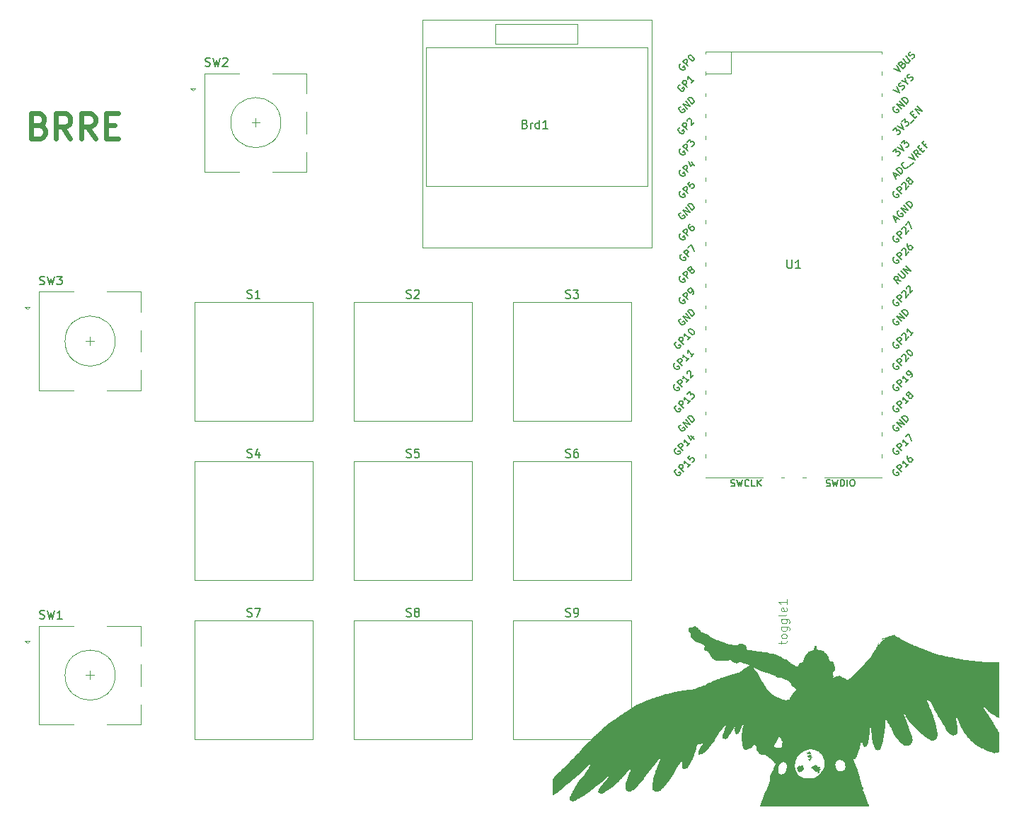
<source format=gbr>
%TF.GenerationSoftware,KiCad,Pcbnew,7.0.9*%
%TF.CreationDate,2023-12-30T23:00:53+00:00*%
%TF.ProjectId,MacroPad V2,4d616372-6f50-4616-9420-56322e6b6963,rev?*%
%TF.SameCoordinates,Original*%
%TF.FileFunction,Legend,Top*%
%TF.FilePolarity,Positive*%
%FSLAX46Y46*%
G04 Gerber Fmt 4.6, Leading zero omitted, Abs format (unit mm)*
G04 Created by KiCad (PCBNEW 7.0.9) date 2023-12-30 23:00:53*
%MOMM*%
%LPD*%
G01*
G04 APERTURE LIST*
%ADD10C,0.600000*%
%ADD11C,0.150000*%
%ADD12C,0.100000*%
%ADD13C,0.120000*%
G04 APERTURE END LIST*
D10*
X84821021Y-69882228D02*
X85249593Y-70025085D01*
X85249593Y-70025085D02*
X85392450Y-70167942D01*
X85392450Y-70167942D02*
X85535307Y-70453657D01*
X85535307Y-70453657D02*
X85535307Y-70882228D01*
X85535307Y-70882228D02*
X85392450Y-71167942D01*
X85392450Y-71167942D02*
X85249593Y-71310800D01*
X85249593Y-71310800D02*
X84963878Y-71453657D01*
X84963878Y-71453657D02*
X83821021Y-71453657D01*
X83821021Y-71453657D02*
X83821021Y-68453657D01*
X83821021Y-68453657D02*
X84821021Y-68453657D01*
X84821021Y-68453657D02*
X85106736Y-68596514D01*
X85106736Y-68596514D02*
X85249593Y-68739371D01*
X85249593Y-68739371D02*
X85392450Y-69025085D01*
X85392450Y-69025085D02*
X85392450Y-69310800D01*
X85392450Y-69310800D02*
X85249593Y-69596514D01*
X85249593Y-69596514D02*
X85106736Y-69739371D01*
X85106736Y-69739371D02*
X84821021Y-69882228D01*
X84821021Y-69882228D02*
X83821021Y-69882228D01*
X88535307Y-71453657D02*
X87535307Y-70025085D01*
X86821021Y-71453657D02*
X86821021Y-68453657D01*
X86821021Y-68453657D02*
X87963878Y-68453657D01*
X87963878Y-68453657D02*
X88249593Y-68596514D01*
X88249593Y-68596514D02*
X88392450Y-68739371D01*
X88392450Y-68739371D02*
X88535307Y-69025085D01*
X88535307Y-69025085D02*
X88535307Y-69453657D01*
X88535307Y-69453657D02*
X88392450Y-69739371D01*
X88392450Y-69739371D02*
X88249593Y-69882228D01*
X88249593Y-69882228D02*
X87963878Y-70025085D01*
X87963878Y-70025085D02*
X86821021Y-70025085D01*
X91535307Y-71453657D02*
X90535307Y-70025085D01*
X89821021Y-71453657D02*
X89821021Y-68453657D01*
X89821021Y-68453657D02*
X90963878Y-68453657D01*
X90963878Y-68453657D02*
X91249593Y-68596514D01*
X91249593Y-68596514D02*
X91392450Y-68739371D01*
X91392450Y-68739371D02*
X91535307Y-69025085D01*
X91535307Y-69025085D02*
X91535307Y-69453657D01*
X91535307Y-69453657D02*
X91392450Y-69739371D01*
X91392450Y-69739371D02*
X91249593Y-69882228D01*
X91249593Y-69882228D02*
X90963878Y-70025085D01*
X90963878Y-70025085D02*
X89821021Y-70025085D01*
X92821021Y-69882228D02*
X93821021Y-69882228D01*
X94249593Y-71453657D02*
X92821021Y-71453657D01*
X92821021Y-71453657D02*
X92821021Y-68453657D01*
X92821021Y-68453657D02*
X94249593Y-68453657D01*
D11*
X128760095Y-90529200D02*
X128902952Y-90576819D01*
X128902952Y-90576819D02*
X129141047Y-90576819D01*
X129141047Y-90576819D02*
X129236285Y-90529200D01*
X129236285Y-90529200D02*
X129283904Y-90481580D01*
X129283904Y-90481580D02*
X129331523Y-90386342D01*
X129331523Y-90386342D02*
X129331523Y-90291104D01*
X129331523Y-90291104D02*
X129283904Y-90195866D01*
X129283904Y-90195866D02*
X129236285Y-90148247D01*
X129236285Y-90148247D02*
X129141047Y-90100628D01*
X129141047Y-90100628D02*
X128950571Y-90053009D01*
X128950571Y-90053009D02*
X128855333Y-90005390D01*
X128855333Y-90005390D02*
X128807714Y-89957771D01*
X128807714Y-89957771D02*
X128760095Y-89862533D01*
X128760095Y-89862533D02*
X128760095Y-89767295D01*
X128760095Y-89767295D02*
X128807714Y-89672057D01*
X128807714Y-89672057D02*
X128855333Y-89624438D01*
X128855333Y-89624438D02*
X128950571Y-89576819D01*
X128950571Y-89576819D02*
X129188666Y-89576819D01*
X129188666Y-89576819D02*
X129331523Y-89624438D01*
X129712476Y-89672057D02*
X129760095Y-89624438D01*
X129760095Y-89624438D02*
X129855333Y-89576819D01*
X129855333Y-89576819D02*
X130093428Y-89576819D01*
X130093428Y-89576819D02*
X130188666Y-89624438D01*
X130188666Y-89624438D02*
X130236285Y-89672057D01*
X130236285Y-89672057D02*
X130283904Y-89767295D01*
X130283904Y-89767295D02*
X130283904Y-89862533D01*
X130283904Y-89862533D02*
X130236285Y-90005390D01*
X130236285Y-90005390D02*
X129664857Y-90576819D01*
X129664857Y-90576819D02*
X130283904Y-90576819D01*
X84863667Y-128883200D02*
X85006524Y-128930819D01*
X85006524Y-128930819D02*
X85244619Y-128930819D01*
X85244619Y-128930819D02*
X85339857Y-128883200D01*
X85339857Y-128883200D02*
X85387476Y-128835580D01*
X85387476Y-128835580D02*
X85435095Y-128740342D01*
X85435095Y-128740342D02*
X85435095Y-128645104D01*
X85435095Y-128645104D02*
X85387476Y-128549866D01*
X85387476Y-128549866D02*
X85339857Y-128502247D01*
X85339857Y-128502247D02*
X85244619Y-128454628D01*
X85244619Y-128454628D02*
X85054143Y-128407009D01*
X85054143Y-128407009D02*
X84958905Y-128359390D01*
X84958905Y-128359390D02*
X84911286Y-128311771D01*
X84911286Y-128311771D02*
X84863667Y-128216533D01*
X84863667Y-128216533D02*
X84863667Y-128121295D01*
X84863667Y-128121295D02*
X84911286Y-128026057D01*
X84911286Y-128026057D02*
X84958905Y-127978438D01*
X84958905Y-127978438D02*
X85054143Y-127930819D01*
X85054143Y-127930819D02*
X85292238Y-127930819D01*
X85292238Y-127930819D02*
X85435095Y-127978438D01*
X85768429Y-127930819D02*
X86006524Y-128930819D01*
X86006524Y-128930819D02*
X86197000Y-128216533D01*
X86197000Y-128216533D02*
X86387476Y-128930819D01*
X86387476Y-128930819D02*
X86625572Y-127930819D01*
X87530333Y-128930819D02*
X86958905Y-128930819D01*
X87244619Y-128930819D02*
X87244619Y-127930819D01*
X87244619Y-127930819D02*
X87149381Y-128073676D01*
X87149381Y-128073676D02*
X87054143Y-128168914D01*
X87054143Y-128168914D02*
X86958905Y-128216533D01*
X147810095Y-128629200D02*
X147952952Y-128676819D01*
X147952952Y-128676819D02*
X148191047Y-128676819D01*
X148191047Y-128676819D02*
X148286285Y-128629200D01*
X148286285Y-128629200D02*
X148333904Y-128581580D01*
X148333904Y-128581580D02*
X148381523Y-128486342D01*
X148381523Y-128486342D02*
X148381523Y-128391104D01*
X148381523Y-128391104D02*
X148333904Y-128295866D01*
X148333904Y-128295866D02*
X148286285Y-128248247D01*
X148286285Y-128248247D02*
X148191047Y-128200628D01*
X148191047Y-128200628D02*
X148000571Y-128153009D01*
X148000571Y-128153009D02*
X147905333Y-128105390D01*
X147905333Y-128105390D02*
X147857714Y-128057771D01*
X147857714Y-128057771D02*
X147810095Y-127962533D01*
X147810095Y-127962533D02*
X147810095Y-127867295D01*
X147810095Y-127867295D02*
X147857714Y-127772057D01*
X147857714Y-127772057D02*
X147905333Y-127724438D01*
X147905333Y-127724438D02*
X148000571Y-127676819D01*
X148000571Y-127676819D02*
X148238666Y-127676819D01*
X148238666Y-127676819D02*
X148381523Y-127724438D01*
X148857714Y-128676819D02*
X149048190Y-128676819D01*
X149048190Y-128676819D02*
X149143428Y-128629200D01*
X149143428Y-128629200D02*
X149191047Y-128581580D01*
X149191047Y-128581580D02*
X149286285Y-128438723D01*
X149286285Y-128438723D02*
X149333904Y-128248247D01*
X149333904Y-128248247D02*
X149333904Y-127867295D01*
X149333904Y-127867295D02*
X149286285Y-127772057D01*
X149286285Y-127772057D02*
X149238666Y-127724438D01*
X149238666Y-127724438D02*
X149143428Y-127676819D01*
X149143428Y-127676819D02*
X148952952Y-127676819D01*
X148952952Y-127676819D02*
X148857714Y-127724438D01*
X148857714Y-127724438D02*
X148810095Y-127772057D01*
X148810095Y-127772057D02*
X148762476Y-127867295D01*
X148762476Y-127867295D02*
X148762476Y-128105390D01*
X148762476Y-128105390D02*
X148810095Y-128200628D01*
X148810095Y-128200628D02*
X148857714Y-128248247D01*
X148857714Y-128248247D02*
X148952952Y-128295866D01*
X148952952Y-128295866D02*
X149143428Y-128295866D01*
X149143428Y-128295866D02*
X149238666Y-128248247D01*
X149238666Y-128248247D02*
X149286285Y-128200628D01*
X149286285Y-128200628D02*
X149333904Y-128105390D01*
X147810095Y-109579200D02*
X147952952Y-109626819D01*
X147952952Y-109626819D02*
X148191047Y-109626819D01*
X148191047Y-109626819D02*
X148286285Y-109579200D01*
X148286285Y-109579200D02*
X148333904Y-109531580D01*
X148333904Y-109531580D02*
X148381523Y-109436342D01*
X148381523Y-109436342D02*
X148381523Y-109341104D01*
X148381523Y-109341104D02*
X148333904Y-109245866D01*
X148333904Y-109245866D02*
X148286285Y-109198247D01*
X148286285Y-109198247D02*
X148191047Y-109150628D01*
X148191047Y-109150628D02*
X148000571Y-109103009D01*
X148000571Y-109103009D02*
X147905333Y-109055390D01*
X147905333Y-109055390D02*
X147857714Y-109007771D01*
X147857714Y-109007771D02*
X147810095Y-108912533D01*
X147810095Y-108912533D02*
X147810095Y-108817295D01*
X147810095Y-108817295D02*
X147857714Y-108722057D01*
X147857714Y-108722057D02*
X147905333Y-108674438D01*
X147905333Y-108674438D02*
X148000571Y-108626819D01*
X148000571Y-108626819D02*
X148238666Y-108626819D01*
X148238666Y-108626819D02*
X148381523Y-108674438D01*
X149238666Y-108626819D02*
X149048190Y-108626819D01*
X149048190Y-108626819D02*
X148952952Y-108674438D01*
X148952952Y-108674438D02*
X148905333Y-108722057D01*
X148905333Y-108722057D02*
X148810095Y-108864914D01*
X148810095Y-108864914D02*
X148762476Y-109055390D01*
X148762476Y-109055390D02*
X148762476Y-109436342D01*
X148762476Y-109436342D02*
X148810095Y-109531580D01*
X148810095Y-109531580D02*
X148857714Y-109579200D01*
X148857714Y-109579200D02*
X148952952Y-109626819D01*
X148952952Y-109626819D02*
X149143428Y-109626819D01*
X149143428Y-109626819D02*
X149238666Y-109579200D01*
X149238666Y-109579200D02*
X149286285Y-109531580D01*
X149286285Y-109531580D02*
X149333904Y-109436342D01*
X149333904Y-109436342D02*
X149333904Y-109198247D01*
X149333904Y-109198247D02*
X149286285Y-109103009D01*
X149286285Y-109103009D02*
X149238666Y-109055390D01*
X149238666Y-109055390D02*
X149143428Y-109007771D01*
X149143428Y-109007771D02*
X148952952Y-109007771D01*
X148952952Y-109007771D02*
X148857714Y-109055390D01*
X148857714Y-109055390D02*
X148810095Y-109103009D01*
X148810095Y-109103009D02*
X148762476Y-109198247D01*
X104688667Y-62754200D02*
X104831524Y-62801819D01*
X104831524Y-62801819D02*
X105069619Y-62801819D01*
X105069619Y-62801819D02*
X105164857Y-62754200D01*
X105164857Y-62754200D02*
X105212476Y-62706580D01*
X105212476Y-62706580D02*
X105260095Y-62611342D01*
X105260095Y-62611342D02*
X105260095Y-62516104D01*
X105260095Y-62516104D02*
X105212476Y-62420866D01*
X105212476Y-62420866D02*
X105164857Y-62373247D01*
X105164857Y-62373247D02*
X105069619Y-62325628D01*
X105069619Y-62325628D02*
X104879143Y-62278009D01*
X104879143Y-62278009D02*
X104783905Y-62230390D01*
X104783905Y-62230390D02*
X104736286Y-62182771D01*
X104736286Y-62182771D02*
X104688667Y-62087533D01*
X104688667Y-62087533D02*
X104688667Y-61992295D01*
X104688667Y-61992295D02*
X104736286Y-61897057D01*
X104736286Y-61897057D02*
X104783905Y-61849438D01*
X104783905Y-61849438D02*
X104879143Y-61801819D01*
X104879143Y-61801819D02*
X105117238Y-61801819D01*
X105117238Y-61801819D02*
X105260095Y-61849438D01*
X105593429Y-61801819D02*
X105831524Y-62801819D01*
X105831524Y-62801819D02*
X106022000Y-62087533D01*
X106022000Y-62087533D02*
X106212476Y-62801819D01*
X106212476Y-62801819D02*
X106450572Y-61801819D01*
X106783905Y-61897057D02*
X106831524Y-61849438D01*
X106831524Y-61849438D02*
X106926762Y-61801819D01*
X106926762Y-61801819D02*
X107164857Y-61801819D01*
X107164857Y-61801819D02*
X107260095Y-61849438D01*
X107260095Y-61849438D02*
X107307714Y-61897057D01*
X107307714Y-61897057D02*
X107355333Y-61992295D01*
X107355333Y-61992295D02*
X107355333Y-62087533D01*
X107355333Y-62087533D02*
X107307714Y-62230390D01*
X107307714Y-62230390D02*
X106736286Y-62801819D01*
X106736286Y-62801819D02*
X107355333Y-62801819D01*
X109710095Y-109579200D02*
X109852952Y-109626819D01*
X109852952Y-109626819D02*
X110091047Y-109626819D01*
X110091047Y-109626819D02*
X110186285Y-109579200D01*
X110186285Y-109579200D02*
X110233904Y-109531580D01*
X110233904Y-109531580D02*
X110281523Y-109436342D01*
X110281523Y-109436342D02*
X110281523Y-109341104D01*
X110281523Y-109341104D02*
X110233904Y-109245866D01*
X110233904Y-109245866D02*
X110186285Y-109198247D01*
X110186285Y-109198247D02*
X110091047Y-109150628D01*
X110091047Y-109150628D02*
X109900571Y-109103009D01*
X109900571Y-109103009D02*
X109805333Y-109055390D01*
X109805333Y-109055390D02*
X109757714Y-109007771D01*
X109757714Y-109007771D02*
X109710095Y-108912533D01*
X109710095Y-108912533D02*
X109710095Y-108817295D01*
X109710095Y-108817295D02*
X109757714Y-108722057D01*
X109757714Y-108722057D02*
X109805333Y-108674438D01*
X109805333Y-108674438D02*
X109900571Y-108626819D01*
X109900571Y-108626819D02*
X110138666Y-108626819D01*
X110138666Y-108626819D02*
X110281523Y-108674438D01*
X111138666Y-108960152D02*
X111138666Y-109626819D01*
X110900571Y-108579200D02*
X110662476Y-109293485D01*
X110662476Y-109293485D02*
X111281523Y-109293485D01*
X128760095Y-109579200D02*
X128902952Y-109626819D01*
X128902952Y-109626819D02*
X129141047Y-109626819D01*
X129141047Y-109626819D02*
X129236285Y-109579200D01*
X129236285Y-109579200D02*
X129283904Y-109531580D01*
X129283904Y-109531580D02*
X129331523Y-109436342D01*
X129331523Y-109436342D02*
X129331523Y-109341104D01*
X129331523Y-109341104D02*
X129283904Y-109245866D01*
X129283904Y-109245866D02*
X129236285Y-109198247D01*
X129236285Y-109198247D02*
X129141047Y-109150628D01*
X129141047Y-109150628D02*
X128950571Y-109103009D01*
X128950571Y-109103009D02*
X128855333Y-109055390D01*
X128855333Y-109055390D02*
X128807714Y-109007771D01*
X128807714Y-109007771D02*
X128760095Y-108912533D01*
X128760095Y-108912533D02*
X128760095Y-108817295D01*
X128760095Y-108817295D02*
X128807714Y-108722057D01*
X128807714Y-108722057D02*
X128855333Y-108674438D01*
X128855333Y-108674438D02*
X128950571Y-108626819D01*
X128950571Y-108626819D02*
X129188666Y-108626819D01*
X129188666Y-108626819D02*
X129331523Y-108674438D01*
X130236285Y-108626819D02*
X129760095Y-108626819D01*
X129760095Y-108626819D02*
X129712476Y-109103009D01*
X129712476Y-109103009D02*
X129760095Y-109055390D01*
X129760095Y-109055390D02*
X129855333Y-109007771D01*
X129855333Y-109007771D02*
X130093428Y-109007771D01*
X130093428Y-109007771D02*
X130188666Y-109055390D01*
X130188666Y-109055390D02*
X130236285Y-109103009D01*
X130236285Y-109103009D02*
X130283904Y-109198247D01*
X130283904Y-109198247D02*
X130283904Y-109436342D01*
X130283904Y-109436342D02*
X130236285Y-109531580D01*
X130236285Y-109531580D02*
X130188666Y-109579200D01*
X130188666Y-109579200D02*
X130093428Y-109626819D01*
X130093428Y-109626819D02*
X129855333Y-109626819D01*
X129855333Y-109626819D02*
X129760095Y-109579200D01*
X129760095Y-109579200D02*
X129712476Y-109531580D01*
X147810095Y-90529200D02*
X147952952Y-90576819D01*
X147952952Y-90576819D02*
X148191047Y-90576819D01*
X148191047Y-90576819D02*
X148286285Y-90529200D01*
X148286285Y-90529200D02*
X148333904Y-90481580D01*
X148333904Y-90481580D02*
X148381523Y-90386342D01*
X148381523Y-90386342D02*
X148381523Y-90291104D01*
X148381523Y-90291104D02*
X148333904Y-90195866D01*
X148333904Y-90195866D02*
X148286285Y-90148247D01*
X148286285Y-90148247D02*
X148191047Y-90100628D01*
X148191047Y-90100628D02*
X148000571Y-90053009D01*
X148000571Y-90053009D02*
X147905333Y-90005390D01*
X147905333Y-90005390D02*
X147857714Y-89957771D01*
X147857714Y-89957771D02*
X147810095Y-89862533D01*
X147810095Y-89862533D02*
X147810095Y-89767295D01*
X147810095Y-89767295D02*
X147857714Y-89672057D01*
X147857714Y-89672057D02*
X147905333Y-89624438D01*
X147905333Y-89624438D02*
X148000571Y-89576819D01*
X148000571Y-89576819D02*
X148238666Y-89576819D01*
X148238666Y-89576819D02*
X148381523Y-89624438D01*
X148714857Y-89576819D02*
X149333904Y-89576819D01*
X149333904Y-89576819D02*
X149000571Y-89957771D01*
X149000571Y-89957771D02*
X149143428Y-89957771D01*
X149143428Y-89957771D02*
X149238666Y-90005390D01*
X149238666Y-90005390D02*
X149286285Y-90053009D01*
X149286285Y-90053009D02*
X149333904Y-90148247D01*
X149333904Y-90148247D02*
X149333904Y-90386342D01*
X149333904Y-90386342D02*
X149286285Y-90481580D01*
X149286285Y-90481580D02*
X149238666Y-90529200D01*
X149238666Y-90529200D02*
X149143428Y-90576819D01*
X149143428Y-90576819D02*
X148857714Y-90576819D01*
X148857714Y-90576819D02*
X148762476Y-90529200D01*
X148762476Y-90529200D02*
X148714857Y-90481580D01*
X142930333Y-69732009D02*
X143073190Y-69779628D01*
X143073190Y-69779628D02*
X143120809Y-69827247D01*
X143120809Y-69827247D02*
X143168428Y-69922485D01*
X143168428Y-69922485D02*
X143168428Y-70065342D01*
X143168428Y-70065342D02*
X143120809Y-70160580D01*
X143120809Y-70160580D02*
X143073190Y-70208200D01*
X143073190Y-70208200D02*
X142977952Y-70255819D01*
X142977952Y-70255819D02*
X142597000Y-70255819D01*
X142597000Y-70255819D02*
X142597000Y-69255819D01*
X142597000Y-69255819D02*
X142930333Y-69255819D01*
X142930333Y-69255819D02*
X143025571Y-69303438D01*
X143025571Y-69303438D02*
X143073190Y-69351057D01*
X143073190Y-69351057D02*
X143120809Y-69446295D01*
X143120809Y-69446295D02*
X143120809Y-69541533D01*
X143120809Y-69541533D02*
X143073190Y-69636771D01*
X143073190Y-69636771D02*
X143025571Y-69684390D01*
X143025571Y-69684390D02*
X142930333Y-69732009D01*
X142930333Y-69732009D02*
X142597000Y-69732009D01*
X143597000Y-70255819D02*
X143597000Y-69589152D01*
X143597000Y-69779628D02*
X143644619Y-69684390D01*
X143644619Y-69684390D02*
X143692238Y-69636771D01*
X143692238Y-69636771D02*
X143787476Y-69589152D01*
X143787476Y-69589152D02*
X143882714Y-69589152D01*
X144644619Y-70255819D02*
X144644619Y-69255819D01*
X144644619Y-70208200D02*
X144549381Y-70255819D01*
X144549381Y-70255819D02*
X144358905Y-70255819D01*
X144358905Y-70255819D02*
X144263667Y-70208200D01*
X144263667Y-70208200D02*
X144216048Y-70160580D01*
X144216048Y-70160580D02*
X144168429Y-70065342D01*
X144168429Y-70065342D02*
X144168429Y-69779628D01*
X144168429Y-69779628D02*
X144216048Y-69684390D01*
X144216048Y-69684390D02*
X144263667Y-69636771D01*
X144263667Y-69636771D02*
X144358905Y-69589152D01*
X144358905Y-69589152D02*
X144549381Y-69589152D01*
X144549381Y-69589152D02*
X144644619Y-69636771D01*
X145644619Y-70255819D02*
X145073191Y-70255819D01*
X145358905Y-70255819D02*
X145358905Y-69255819D01*
X145358905Y-69255819D02*
X145263667Y-69398676D01*
X145263667Y-69398676D02*
X145168429Y-69493914D01*
X145168429Y-69493914D02*
X145073191Y-69541533D01*
X128760095Y-128629200D02*
X128902952Y-128676819D01*
X128902952Y-128676819D02*
X129141047Y-128676819D01*
X129141047Y-128676819D02*
X129236285Y-128629200D01*
X129236285Y-128629200D02*
X129283904Y-128581580D01*
X129283904Y-128581580D02*
X129331523Y-128486342D01*
X129331523Y-128486342D02*
X129331523Y-128391104D01*
X129331523Y-128391104D02*
X129283904Y-128295866D01*
X129283904Y-128295866D02*
X129236285Y-128248247D01*
X129236285Y-128248247D02*
X129141047Y-128200628D01*
X129141047Y-128200628D02*
X128950571Y-128153009D01*
X128950571Y-128153009D02*
X128855333Y-128105390D01*
X128855333Y-128105390D02*
X128807714Y-128057771D01*
X128807714Y-128057771D02*
X128760095Y-127962533D01*
X128760095Y-127962533D02*
X128760095Y-127867295D01*
X128760095Y-127867295D02*
X128807714Y-127772057D01*
X128807714Y-127772057D02*
X128855333Y-127724438D01*
X128855333Y-127724438D02*
X128950571Y-127676819D01*
X128950571Y-127676819D02*
X129188666Y-127676819D01*
X129188666Y-127676819D02*
X129331523Y-127724438D01*
X129902952Y-128105390D02*
X129807714Y-128057771D01*
X129807714Y-128057771D02*
X129760095Y-128010152D01*
X129760095Y-128010152D02*
X129712476Y-127914914D01*
X129712476Y-127914914D02*
X129712476Y-127867295D01*
X129712476Y-127867295D02*
X129760095Y-127772057D01*
X129760095Y-127772057D02*
X129807714Y-127724438D01*
X129807714Y-127724438D02*
X129902952Y-127676819D01*
X129902952Y-127676819D02*
X130093428Y-127676819D01*
X130093428Y-127676819D02*
X130188666Y-127724438D01*
X130188666Y-127724438D02*
X130236285Y-127772057D01*
X130236285Y-127772057D02*
X130283904Y-127867295D01*
X130283904Y-127867295D02*
X130283904Y-127914914D01*
X130283904Y-127914914D02*
X130236285Y-128010152D01*
X130236285Y-128010152D02*
X130188666Y-128057771D01*
X130188666Y-128057771D02*
X130093428Y-128105390D01*
X130093428Y-128105390D02*
X129902952Y-128105390D01*
X129902952Y-128105390D02*
X129807714Y-128153009D01*
X129807714Y-128153009D02*
X129760095Y-128200628D01*
X129760095Y-128200628D02*
X129712476Y-128295866D01*
X129712476Y-128295866D02*
X129712476Y-128486342D01*
X129712476Y-128486342D02*
X129760095Y-128581580D01*
X129760095Y-128581580D02*
X129807714Y-128629200D01*
X129807714Y-128629200D02*
X129902952Y-128676819D01*
X129902952Y-128676819D02*
X130093428Y-128676819D01*
X130093428Y-128676819D02*
X130188666Y-128629200D01*
X130188666Y-128629200D02*
X130236285Y-128581580D01*
X130236285Y-128581580D02*
X130283904Y-128486342D01*
X130283904Y-128486342D02*
X130283904Y-128295866D01*
X130283904Y-128295866D02*
X130236285Y-128200628D01*
X130236285Y-128200628D02*
X130188666Y-128153009D01*
X130188666Y-128153009D02*
X130093428Y-128105390D01*
X109710095Y-128629200D02*
X109852952Y-128676819D01*
X109852952Y-128676819D02*
X110091047Y-128676819D01*
X110091047Y-128676819D02*
X110186285Y-128629200D01*
X110186285Y-128629200D02*
X110233904Y-128581580D01*
X110233904Y-128581580D02*
X110281523Y-128486342D01*
X110281523Y-128486342D02*
X110281523Y-128391104D01*
X110281523Y-128391104D02*
X110233904Y-128295866D01*
X110233904Y-128295866D02*
X110186285Y-128248247D01*
X110186285Y-128248247D02*
X110091047Y-128200628D01*
X110091047Y-128200628D02*
X109900571Y-128153009D01*
X109900571Y-128153009D02*
X109805333Y-128105390D01*
X109805333Y-128105390D02*
X109757714Y-128057771D01*
X109757714Y-128057771D02*
X109710095Y-127962533D01*
X109710095Y-127962533D02*
X109710095Y-127867295D01*
X109710095Y-127867295D02*
X109757714Y-127772057D01*
X109757714Y-127772057D02*
X109805333Y-127724438D01*
X109805333Y-127724438D02*
X109900571Y-127676819D01*
X109900571Y-127676819D02*
X110138666Y-127676819D01*
X110138666Y-127676819D02*
X110281523Y-127724438D01*
X110614857Y-127676819D02*
X111281523Y-127676819D01*
X111281523Y-127676819D02*
X110852952Y-128676819D01*
D12*
X173592752Y-131951285D02*
X173592752Y-131570333D01*
X173259419Y-131808428D02*
X174116561Y-131808428D01*
X174116561Y-131808428D02*
X174211800Y-131760809D01*
X174211800Y-131760809D02*
X174259419Y-131665571D01*
X174259419Y-131665571D02*
X174259419Y-131570333D01*
X174259419Y-131094142D02*
X174211800Y-131189380D01*
X174211800Y-131189380D02*
X174164180Y-131236999D01*
X174164180Y-131236999D02*
X174068942Y-131284618D01*
X174068942Y-131284618D02*
X173783228Y-131284618D01*
X173783228Y-131284618D02*
X173687990Y-131236999D01*
X173687990Y-131236999D02*
X173640371Y-131189380D01*
X173640371Y-131189380D02*
X173592752Y-131094142D01*
X173592752Y-131094142D02*
X173592752Y-130951285D01*
X173592752Y-130951285D02*
X173640371Y-130856047D01*
X173640371Y-130856047D02*
X173687990Y-130808428D01*
X173687990Y-130808428D02*
X173783228Y-130760809D01*
X173783228Y-130760809D02*
X174068942Y-130760809D01*
X174068942Y-130760809D02*
X174164180Y-130808428D01*
X174164180Y-130808428D02*
X174211800Y-130856047D01*
X174211800Y-130856047D02*
X174259419Y-130951285D01*
X174259419Y-130951285D02*
X174259419Y-131094142D01*
X173592752Y-129903666D02*
X174402276Y-129903666D01*
X174402276Y-129903666D02*
X174497514Y-129951285D01*
X174497514Y-129951285D02*
X174545133Y-129998904D01*
X174545133Y-129998904D02*
X174592752Y-130094142D01*
X174592752Y-130094142D02*
X174592752Y-130236999D01*
X174592752Y-130236999D02*
X174545133Y-130332237D01*
X174211800Y-129903666D02*
X174259419Y-129998904D01*
X174259419Y-129998904D02*
X174259419Y-130189380D01*
X174259419Y-130189380D02*
X174211800Y-130284618D01*
X174211800Y-130284618D02*
X174164180Y-130332237D01*
X174164180Y-130332237D02*
X174068942Y-130379856D01*
X174068942Y-130379856D02*
X173783228Y-130379856D01*
X173783228Y-130379856D02*
X173687990Y-130332237D01*
X173687990Y-130332237D02*
X173640371Y-130284618D01*
X173640371Y-130284618D02*
X173592752Y-130189380D01*
X173592752Y-130189380D02*
X173592752Y-129998904D01*
X173592752Y-129998904D02*
X173640371Y-129903666D01*
X173592752Y-128998904D02*
X174402276Y-128998904D01*
X174402276Y-128998904D02*
X174497514Y-129046523D01*
X174497514Y-129046523D02*
X174545133Y-129094142D01*
X174545133Y-129094142D02*
X174592752Y-129189380D01*
X174592752Y-129189380D02*
X174592752Y-129332237D01*
X174592752Y-129332237D02*
X174545133Y-129427475D01*
X174211800Y-128998904D02*
X174259419Y-129094142D01*
X174259419Y-129094142D02*
X174259419Y-129284618D01*
X174259419Y-129284618D02*
X174211800Y-129379856D01*
X174211800Y-129379856D02*
X174164180Y-129427475D01*
X174164180Y-129427475D02*
X174068942Y-129475094D01*
X174068942Y-129475094D02*
X173783228Y-129475094D01*
X173783228Y-129475094D02*
X173687990Y-129427475D01*
X173687990Y-129427475D02*
X173640371Y-129379856D01*
X173640371Y-129379856D02*
X173592752Y-129284618D01*
X173592752Y-129284618D02*
X173592752Y-129094142D01*
X173592752Y-129094142D02*
X173640371Y-128998904D01*
X174259419Y-128379856D02*
X174211800Y-128475094D01*
X174211800Y-128475094D02*
X174116561Y-128522713D01*
X174116561Y-128522713D02*
X173259419Y-128522713D01*
X174211800Y-127617951D02*
X174259419Y-127713189D01*
X174259419Y-127713189D02*
X174259419Y-127903665D01*
X174259419Y-127903665D02*
X174211800Y-127998903D01*
X174211800Y-127998903D02*
X174116561Y-128046522D01*
X174116561Y-128046522D02*
X173735609Y-128046522D01*
X173735609Y-128046522D02*
X173640371Y-127998903D01*
X173640371Y-127998903D02*
X173592752Y-127903665D01*
X173592752Y-127903665D02*
X173592752Y-127713189D01*
X173592752Y-127713189D02*
X173640371Y-127617951D01*
X173640371Y-127617951D02*
X173735609Y-127570332D01*
X173735609Y-127570332D02*
X173830847Y-127570332D01*
X173830847Y-127570332D02*
X173926085Y-128046522D01*
X174259419Y-126617951D02*
X174259419Y-127189379D01*
X174259419Y-126903665D02*
X173259419Y-126903665D01*
X173259419Y-126903665D02*
X173402276Y-126998903D01*
X173402276Y-126998903D02*
X173497514Y-127094141D01*
X173497514Y-127094141D02*
X173545133Y-127189379D01*
D11*
X109710095Y-90529200D02*
X109852952Y-90576819D01*
X109852952Y-90576819D02*
X110091047Y-90576819D01*
X110091047Y-90576819D02*
X110186285Y-90529200D01*
X110186285Y-90529200D02*
X110233904Y-90481580D01*
X110233904Y-90481580D02*
X110281523Y-90386342D01*
X110281523Y-90386342D02*
X110281523Y-90291104D01*
X110281523Y-90291104D02*
X110233904Y-90195866D01*
X110233904Y-90195866D02*
X110186285Y-90148247D01*
X110186285Y-90148247D02*
X110091047Y-90100628D01*
X110091047Y-90100628D02*
X109900571Y-90053009D01*
X109900571Y-90053009D02*
X109805333Y-90005390D01*
X109805333Y-90005390D02*
X109757714Y-89957771D01*
X109757714Y-89957771D02*
X109710095Y-89862533D01*
X109710095Y-89862533D02*
X109710095Y-89767295D01*
X109710095Y-89767295D02*
X109757714Y-89672057D01*
X109757714Y-89672057D02*
X109805333Y-89624438D01*
X109805333Y-89624438D02*
X109900571Y-89576819D01*
X109900571Y-89576819D02*
X110138666Y-89576819D01*
X110138666Y-89576819D02*
X110281523Y-89624438D01*
X111233904Y-90576819D02*
X110662476Y-90576819D01*
X110948190Y-90576819D02*
X110948190Y-89576819D01*
X110948190Y-89576819D02*
X110852952Y-89719676D01*
X110852952Y-89719676D02*
X110757714Y-89814914D01*
X110757714Y-89814914D02*
X110662476Y-89862533D01*
X174310095Y-85976819D02*
X174310095Y-86786342D01*
X174310095Y-86786342D02*
X174357714Y-86881580D01*
X174357714Y-86881580D02*
X174405333Y-86929200D01*
X174405333Y-86929200D02*
X174500571Y-86976819D01*
X174500571Y-86976819D02*
X174691047Y-86976819D01*
X174691047Y-86976819D02*
X174786285Y-86929200D01*
X174786285Y-86929200D02*
X174833904Y-86881580D01*
X174833904Y-86881580D02*
X174881523Y-86786342D01*
X174881523Y-86786342D02*
X174881523Y-85976819D01*
X175881523Y-86976819D02*
X175310095Y-86976819D01*
X175595809Y-86976819D02*
X175595809Y-85976819D01*
X175595809Y-85976819D02*
X175500571Y-86119676D01*
X175500571Y-86119676D02*
X175405333Y-86214914D01*
X175405333Y-86214914D02*
X175310095Y-86262533D01*
X161558435Y-105720431D02*
X161477623Y-105747368D01*
X161477623Y-105747368D02*
X161396811Y-105828180D01*
X161396811Y-105828180D02*
X161342936Y-105935930D01*
X161342936Y-105935930D02*
X161342936Y-106043680D01*
X161342936Y-106043680D02*
X161369873Y-106124492D01*
X161369873Y-106124492D02*
X161450685Y-106259179D01*
X161450685Y-106259179D02*
X161531498Y-106339991D01*
X161531498Y-106339991D02*
X161666185Y-106420803D01*
X161666185Y-106420803D02*
X161746997Y-106447741D01*
X161746997Y-106447741D02*
X161854746Y-106447741D01*
X161854746Y-106447741D02*
X161962496Y-106393866D01*
X161962496Y-106393866D02*
X162016371Y-106339991D01*
X162016371Y-106339991D02*
X162070246Y-106232241D01*
X162070246Y-106232241D02*
X162070246Y-106178367D01*
X162070246Y-106178367D02*
X161881684Y-105989805D01*
X161881684Y-105989805D02*
X161773934Y-106097554D01*
X162366557Y-105989805D02*
X161800872Y-105424119D01*
X161800872Y-105424119D02*
X162689806Y-105666556D01*
X162689806Y-105666556D02*
X162124120Y-105100871D01*
X162959180Y-105397182D02*
X162393494Y-104831497D01*
X162393494Y-104831497D02*
X162528181Y-104696810D01*
X162528181Y-104696810D02*
X162635931Y-104642935D01*
X162635931Y-104642935D02*
X162743680Y-104642935D01*
X162743680Y-104642935D02*
X162824493Y-104669872D01*
X162824493Y-104669872D02*
X162959180Y-104750685D01*
X162959180Y-104750685D02*
X163039992Y-104831497D01*
X163039992Y-104831497D02*
X163120804Y-104966184D01*
X163120804Y-104966184D02*
X163147741Y-105046996D01*
X163147741Y-105046996D02*
X163147741Y-105154746D01*
X163147741Y-105154746D02*
X163093867Y-105262495D01*
X163093867Y-105262495D02*
X162959180Y-105397182D01*
X161061998Y-103422868D02*
X160981185Y-103449805D01*
X160981185Y-103449805D02*
X160900373Y-103530618D01*
X160900373Y-103530618D02*
X160846498Y-103638367D01*
X160846498Y-103638367D02*
X160846498Y-103746117D01*
X160846498Y-103746117D02*
X160873436Y-103826929D01*
X160873436Y-103826929D02*
X160954248Y-103961616D01*
X160954248Y-103961616D02*
X161035060Y-104042428D01*
X161035060Y-104042428D02*
X161169747Y-104123241D01*
X161169747Y-104123241D02*
X161250560Y-104150178D01*
X161250560Y-104150178D02*
X161358309Y-104150178D01*
X161358309Y-104150178D02*
X161466059Y-104096303D01*
X161466059Y-104096303D02*
X161519934Y-104042428D01*
X161519934Y-104042428D02*
X161573808Y-103934679D01*
X161573808Y-103934679D02*
X161573808Y-103880804D01*
X161573808Y-103880804D02*
X161385247Y-103692242D01*
X161385247Y-103692242D02*
X161277497Y-103799992D01*
X161870120Y-103692242D02*
X161304434Y-103126557D01*
X161304434Y-103126557D02*
X161519934Y-102911057D01*
X161519934Y-102911057D02*
X161600746Y-102884120D01*
X161600746Y-102884120D02*
X161654621Y-102884120D01*
X161654621Y-102884120D02*
X161735433Y-102911057D01*
X161735433Y-102911057D02*
X161816245Y-102991870D01*
X161816245Y-102991870D02*
X161843182Y-103072682D01*
X161843182Y-103072682D02*
X161843182Y-103126557D01*
X161843182Y-103126557D02*
X161816245Y-103207369D01*
X161816245Y-103207369D02*
X161600746Y-103422868D01*
X162732117Y-102830245D02*
X162408868Y-103153494D01*
X162570492Y-102991870D02*
X162004807Y-102426184D01*
X162004807Y-102426184D02*
X162031744Y-102560871D01*
X162031744Y-102560871D02*
X162031744Y-102668621D01*
X162031744Y-102668621D02*
X162004807Y-102749433D01*
X162354993Y-102075998D02*
X162705179Y-101725812D01*
X162705179Y-101725812D02*
X162732117Y-102129873D01*
X162732117Y-102129873D02*
X162812929Y-102049060D01*
X162812929Y-102049060D02*
X162893741Y-102022123D01*
X162893741Y-102022123D02*
X162947616Y-102022123D01*
X162947616Y-102022123D02*
X163028428Y-102049060D01*
X163028428Y-102049060D02*
X163163115Y-102183747D01*
X163163115Y-102183747D02*
X163190053Y-102264560D01*
X163190053Y-102264560D02*
X163190053Y-102318434D01*
X163190053Y-102318434D02*
X163163115Y-102399247D01*
X163163115Y-102399247D02*
X163001491Y-102560871D01*
X163001491Y-102560871D02*
X162920679Y-102587808D01*
X162920679Y-102587808D02*
X162866804Y-102587808D01*
X160915998Y-100882868D02*
X160835185Y-100909805D01*
X160835185Y-100909805D02*
X160754373Y-100990618D01*
X160754373Y-100990618D02*
X160700498Y-101098367D01*
X160700498Y-101098367D02*
X160700498Y-101206117D01*
X160700498Y-101206117D02*
X160727436Y-101286929D01*
X160727436Y-101286929D02*
X160808248Y-101421616D01*
X160808248Y-101421616D02*
X160889060Y-101502428D01*
X160889060Y-101502428D02*
X161023747Y-101583241D01*
X161023747Y-101583241D02*
X161104560Y-101610178D01*
X161104560Y-101610178D02*
X161212309Y-101610178D01*
X161212309Y-101610178D02*
X161320059Y-101556303D01*
X161320059Y-101556303D02*
X161373934Y-101502428D01*
X161373934Y-101502428D02*
X161427808Y-101394679D01*
X161427808Y-101394679D02*
X161427808Y-101340804D01*
X161427808Y-101340804D02*
X161239247Y-101152242D01*
X161239247Y-101152242D02*
X161131497Y-101259992D01*
X161724120Y-101152242D02*
X161158434Y-100586557D01*
X161158434Y-100586557D02*
X161373934Y-100371057D01*
X161373934Y-100371057D02*
X161454746Y-100344120D01*
X161454746Y-100344120D02*
X161508621Y-100344120D01*
X161508621Y-100344120D02*
X161589433Y-100371057D01*
X161589433Y-100371057D02*
X161670245Y-100451870D01*
X161670245Y-100451870D02*
X161697182Y-100532682D01*
X161697182Y-100532682D02*
X161697182Y-100586557D01*
X161697182Y-100586557D02*
X161670245Y-100667369D01*
X161670245Y-100667369D02*
X161454746Y-100882868D01*
X162586117Y-100290245D02*
X162262868Y-100613494D01*
X162424492Y-100451870D02*
X161858807Y-99886184D01*
X161858807Y-99886184D02*
X161885744Y-100020871D01*
X161885744Y-100020871D02*
X161885744Y-100128621D01*
X161885744Y-100128621D02*
X161858807Y-100209433D01*
X162289805Y-99562935D02*
X162289805Y-99509060D01*
X162289805Y-99509060D02*
X162316743Y-99428248D01*
X162316743Y-99428248D02*
X162451430Y-99293561D01*
X162451430Y-99293561D02*
X162532242Y-99266624D01*
X162532242Y-99266624D02*
X162586117Y-99266624D01*
X162586117Y-99266624D02*
X162666929Y-99293561D01*
X162666929Y-99293561D02*
X162720804Y-99347436D01*
X162720804Y-99347436D02*
X162774679Y-99455186D01*
X162774679Y-99455186D02*
X162774679Y-100101683D01*
X162774679Y-100101683D02*
X163124865Y-99751497D01*
X161585372Y-62513494D02*
X161504560Y-62540431D01*
X161504560Y-62540431D02*
X161423748Y-62621243D01*
X161423748Y-62621243D02*
X161369873Y-62728993D01*
X161369873Y-62728993D02*
X161369873Y-62836742D01*
X161369873Y-62836742D02*
X161396810Y-62917555D01*
X161396810Y-62917555D02*
X161477623Y-63052242D01*
X161477623Y-63052242D02*
X161558435Y-63133054D01*
X161558435Y-63133054D02*
X161693122Y-63213866D01*
X161693122Y-63213866D02*
X161773934Y-63240803D01*
X161773934Y-63240803D02*
X161881684Y-63240803D01*
X161881684Y-63240803D02*
X161989433Y-63186929D01*
X161989433Y-63186929D02*
X162043308Y-63133054D01*
X162043308Y-63133054D02*
X162097183Y-63025304D01*
X162097183Y-63025304D02*
X162097183Y-62971429D01*
X162097183Y-62971429D02*
X161908621Y-62782868D01*
X161908621Y-62782868D02*
X161800871Y-62890617D01*
X162393494Y-62782868D02*
X161827809Y-62217182D01*
X161827809Y-62217182D02*
X162043308Y-62001683D01*
X162043308Y-62001683D02*
X162124120Y-61974746D01*
X162124120Y-61974746D02*
X162177995Y-61974746D01*
X162177995Y-61974746D02*
X162258807Y-62001683D01*
X162258807Y-62001683D02*
X162339619Y-62082495D01*
X162339619Y-62082495D02*
X162366557Y-62163307D01*
X162366557Y-62163307D02*
X162366557Y-62217182D01*
X162366557Y-62217182D02*
X162339619Y-62297994D01*
X162339619Y-62297994D02*
X162124120Y-62513494D01*
X162501244Y-61543747D02*
X162555119Y-61489872D01*
X162555119Y-61489872D02*
X162635931Y-61462935D01*
X162635931Y-61462935D02*
X162689806Y-61462935D01*
X162689806Y-61462935D02*
X162770618Y-61489872D01*
X162770618Y-61489872D02*
X162905305Y-61570685D01*
X162905305Y-61570685D02*
X163039992Y-61705372D01*
X163039992Y-61705372D02*
X163120804Y-61840059D01*
X163120804Y-61840059D02*
X163147741Y-61920871D01*
X163147741Y-61920871D02*
X163147741Y-61974746D01*
X163147741Y-61974746D02*
X163120804Y-62055558D01*
X163120804Y-62055558D02*
X163066929Y-62109433D01*
X163066929Y-62109433D02*
X162986117Y-62136370D01*
X162986117Y-62136370D02*
X162932242Y-62136370D01*
X162932242Y-62136370D02*
X162851430Y-62109433D01*
X162851430Y-62109433D02*
X162716743Y-62028620D01*
X162716743Y-62028620D02*
X162582056Y-61893933D01*
X162582056Y-61893933D02*
X162501244Y-61759246D01*
X162501244Y-61759246D02*
X162474306Y-61678434D01*
X162474306Y-61678434D02*
X162474306Y-61624559D01*
X162474306Y-61624559D02*
X162501244Y-61543747D01*
X186962123Y-73012868D02*
X187312309Y-72662682D01*
X187312309Y-72662682D02*
X187339247Y-73066743D01*
X187339247Y-73066743D02*
X187420059Y-72985931D01*
X187420059Y-72985931D02*
X187500871Y-72958993D01*
X187500871Y-72958993D02*
X187554746Y-72958993D01*
X187554746Y-72958993D02*
X187635558Y-72985931D01*
X187635558Y-72985931D02*
X187770245Y-73120618D01*
X187770245Y-73120618D02*
X187797182Y-73201430D01*
X187797182Y-73201430D02*
X187797182Y-73255305D01*
X187797182Y-73255305D02*
X187770245Y-73336117D01*
X187770245Y-73336117D02*
X187608621Y-73497741D01*
X187608621Y-73497741D02*
X187527808Y-73524679D01*
X187527808Y-73524679D02*
X187473934Y-73524679D01*
X187473934Y-72501057D02*
X188228181Y-72878181D01*
X188228181Y-72878181D02*
X187851057Y-72123934D01*
X187985744Y-71989247D02*
X188335930Y-71639061D01*
X188335930Y-71639061D02*
X188362868Y-72043122D01*
X188362868Y-72043122D02*
X188443680Y-71962309D01*
X188443680Y-71962309D02*
X188524492Y-71935372D01*
X188524492Y-71935372D02*
X188578367Y-71935372D01*
X188578367Y-71935372D02*
X188659179Y-71962309D01*
X188659179Y-71962309D02*
X188793866Y-72096996D01*
X188793866Y-72096996D02*
X188820804Y-72177809D01*
X188820804Y-72177809D02*
X188820804Y-72231683D01*
X188820804Y-72231683D02*
X188793866Y-72312496D01*
X188793866Y-72312496D02*
X188632242Y-72474120D01*
X188632242Y-72474120D02*
X188551430Y-72501057D01*
X188551430Y-72501057D02*
X188497555Y-72501057D01*
X161558435Y-67620431D02*
X161477623Y-67647368D01*
X161477623Y-67647368D02*
X161396811Y-67728180D01*
X161396811Y-67728180D02*
X161342936Y-67835930D01*
X161342936Y-67835930D02*
X161342936Y-67943680D01*
X161342936Y-67943680D02*
X161369873Y-68024492D01*
X161369873Y-68024492D02*
X161450685Y-68159179D01*
X161450685Y-68159179D02*
X161531498Y-68239991D01*
X161531498Y-68239991D02*
X161666185Y-68320803D01*
X161666185Y-68320803D02*
X161746997Y-68347741D01*
X161746997Y-68347741D02*
X161854746Y-68347741D01*
X161854746Y-68347741D02*
X161962496Y-68293866D01*
X161962496Y-68293866D02*
X162016371Y-68239991D01*
X162016371Y-68239991D02*
X162070246Y-68132241D01*
X162070246Y-68132241D02*
X162070246Y-68078367D01*
X162070246Y-68078367D02*
X161881684Y-67889805D01*
X161881684Y-67889805D02*
X161773934Y-67997554D01*
X162366557Y-67889805D02*
X161800872Y-67324119D01*
X161800872Y-67324119D02*
X162689806Y-67566556D01*
X162689806Y-67566556D02*
X162124120Y-67000871D01*
X162959180Y-67297182D02*
X162393494Y-66731497D01*
X162393494Y-66731497D02*
X162528181Y-66596810D01*
X162528181Y-66596810D02*
X162635931Y-66542935D01*
X162635931Y-66542935D02*
X162743680Y-66542935D01*
X162743680Y-66542935D02*
X162824493Y-66569872D01*
X162824493Y-66569872D02*
X162959180Y-66650685D01*
X162959180Y-66650685D02*
X163039992Y-66731497D01*
X163039992Y-66731497D02*
X163120804Y-66866184D01*
X163120804Y-66866184D02*
X163147741Y-66946996D01*
X163147741Y-66946996D02*
X163147741Y-67054746D01*
X163147741Y-67054746D02*
X163093867Y-67162495D01*
X163093867Y-67162495D02*
X162959180Y-67297182D01*
X187169998Y-98342868D02*
X187089185Y-98369805D01*
X187089185Y-98369805D02*
X187008373Y-98450618D01*
X187008373Y-98450618D02*
X186954498Y-98558367D01*
X186954498Y-98558367D02*
X186954498Y-98666117D01*
X186954498Y-98666117D02*
X186981436Y-98746929D01*
X186981436Y-98746929D02*
X187062248Y-98881616D01*
X187062248Y-98881616D02*
X187143060Y-98962428D01*
X187143060Y-98962428D02*
X187277747Y-99043241D01*
X187277747Y-99043241D02*
X187358560Y-99070178D01*
X187358560Y-99070178D02*
X187466309Y-99070178D01*
X187466309Y-99070178D02*
X187574059Y-99016303D01*
X187574059Y-99016303D02*
X187627934Y-98962428D01*
X187627934Y-98962428D02*
X187681808Y-98854679D01*
X187681808Y-98854679D02*
X187681808Y-98800804D01*
X187681808Y-98800804D02*
X187493247Y-98612242D01*
X187493247Y-98612242D02*
X187385497Y-98719992D01*
X187978120Y-98612242D02*
X187412434Y-98046557D01*
X187412434Y-98046557D02*
X187627934Y-97831057D01*
X187627934Y-97831057D02*
X187708746Y-97804120D01*
X187708746Y-97804120D02*
X187762621Y-97804120D01*
X187762621Y-97804120D02*
X187843433Y-97831057D01*
X187843433Y-97831057D02*
X187924245Y-97911870D01*
X187924245Y-97911870D02*
X187951182Y-97992682D01*
X187951182Y-97992682D02*
X187951182Y-98046557D01*
X187951182Y-98046557D02*
X187924245Y-98127369D01*
X187924245Y-98127369D02*
X187708746Y-98342868D01*
X188005057Y-97561683D02*
X188005057Y-97507809D01*
X188005057Y-97507809D02*
X188031995Y-97426996D01*
X188031995Y-97426996D02*
X188166682Y-97292309D01*
X188166682Y-97292309D02*
X188247494Y-97265372D01*
X188247494Y-97265372D02*
X188301369Y-97265372D01*
X188301369Y-97265372D02*
X188382181Y-97292309D01*
X188382181Y-97292309D02*
X188436056Y-97346184D01*
X188436056Y-97346184D02*
X188489930Y-97453934D01*
X188489930Y-97453934D02*
X188489930Y-98100431D01*
X188489930Y-98100431D02*
X188840117Y-97750245D01*
X188624618Y-96834373D02*
X188678492Y-96780499D01*
X188678492Y-96780499D02*
X188759305Y-96753561D01*
X188759305Y-96753561D02*
X188813179Y-96753561D01*
X188813179Y-96753561D02*
X188893992Y-96780499D01*
X188893992Y-96780499D02*
X189028679Y-96861311D01*
X189028679Y-96861311D02*
X189163366Y-96995998D01*
X189163366Y-96995998D02*
X189244178Y-97130685D01*
X189244178Y-97130685D02*
X189271115Y-97211497D01*
X189271115Y-97211497D02*
X189271115Y-97265372D01*
X189271115Y-97265372D02*
X189244178Y-97346184D01*
X189244178Y-97346184D02*
X189190303Y-97400059D01*
X189190303Y-97400059D02*
X189109491Y-97426996D01*
X189109491Y-97426996D02*
X189055616Y-97426996D01*
X189055616Y-97426996D02*
X188974804Y-97400059D01*
X188974804Y-97400059D02*
X188840117Y-97319247D01*
X188840117Y-97319247D02*
X188705430Y-97184560D01*
X188705430Y-97184560D02*
X188624618Y-97049873D01*
X188624618Y-97049873D02*
X188597680Y-96969060D01*
X188597680Y-96969060D02*
X188597680Y-96915186D01*
X188597680Y-96915186D02*
X188624618Y-96834373D01*
X161585372Y-90453494D02*
X161504560Y-90480431D01*
X161504560Y-90480431D02*
X161423748Y-90561243D01*
X161423748Y-90561243D02*
X161369873Y-90668993D01*
X161369873Y-90668993D02*
X161369873Y-90776742D01*
X161369873Y-90776742D02*
X161396810Y-90857555D01*
X161396810Y-90857555D02*
X161477623Y-90992242D01*
X161477623Y-90992242D02*
X161558435Y-91073054D01*
X161558435Y-91073054D02*
X161693122Y-91153866D01*
X161693122Y-91153866D02*
X161773934Y-91180803D01*
X161773934Y-91180803D02*
X161881684Y-91180803D01*
X161881684Y-91180803D02*
X161989433Y-91126929D01*
X161989433Y-91126929D02*
X162043308Y-91073054D01*
X162043308Y-91073054D02*
X162097183Y-90965304D01*
X162097183Y-90965304D02*
X162097183Y-90911429D01*
X162097183Y-90911429D02*
X161908621Y-90722868D01*
X161908621Y-90722868D02*
X161800871Y-90830617D01*
X162393494Y-90722868D02*
X161827809Y-90157182D01*
X161827809Y-90157182D02*
X162043308Y-89941683D01*
X162043308Y-89941683D02*
X162124120Y-89914746D01*
X162124120Y-89914746D02*
X162177995Y-89914746D01*
X162177995Y-89914746D02*
X162258807Y-89941683D01*
X162258807Y-89941683D02*
X162339619Y-90022495D01*
X162339619Y-90022495D02*
X162366557Y-90103307D01*
X162366557Y-90103307D02*
X162366557Y-90157182D01*
X162366557Y-90157182D02*
X162339619Y-90237994D01*
X162339619Y-90237994D02*
X162124120Y-90453494D01*
X162986117Y-90130245D02*
X163093867Y-90022495D01*
X163093867Y-90022495D02*
X163120804Y-89941683D01*
X163120804Y-89941683D02*
X163120804Y-89887808D01*
X163120804Y-89887808D02*
X163093867Y-89753121D01*
X163093867Y-89753121D02*
X163013054Y-89618434D01*
X163013054Y-89618434D02*
X162797555Y-89402935D01*
X162797555Y-89402935D02*
X162716743Y-89375998D01*
X162716743Y-89375998D02*
X162662868Y-89375998D01*
X162662868Y-89375998D02*
X162582056Y-89402935D01*
X162582056Y-89402935D02*
X162474306Y-89510685D01*
X162474306Y-89510685D02*
X162447369Y-89591497D01*
X162447369Y-89591497D02*
X162447369Y-89645372D01*
X162447369Y-89645372D02*
X162474306Y-89726184D01*
X162474306Y-89726184D02*
X162608993Y-89860871D01*
X162608993Y-89860871D02*
X162689806Y-89887808D01*
X162689806Y-89887808D02*
X162743680Y-89887808D01*
X162743680Y-89887808D02*
X162824493Y-89860871D01*
X162824493Y-89860871D02*
X162932242Y-89753121D01*
X162932242Y-89753121D02*
X162959180Y-89672309D01*
X162959180Y-89672309D02*
X162959180Y-89618434D01*
X162959180Y-89618434D02*
X162932242Y-89537622D01*
X187169998Y-90722868D02*
X187089185Y-90749805D01*
X187089185Y-90749805D02*
X187008373Y-90830618D01*
X187008373Y-90830618D02*
X186954498Y-90938367D01*
X186954498Y-90938367D02*
X186954498Y-91046117D01*
X186954498Y-91046117D02*
X186981436Y-91126929D01*
X186981436Y-91126929D02*
X187062248Y-91261616D01*
X187062248Y-91261616D02*
X187143060Y-91342428D01*
X187143060Y-91342428D02*
X187277747Y-91423241D01*
X187277747Y-91423241D02*
X187358560Y-91450178D01*
X187358560Y-91450178D02*
X187466309Y-91450178D01*
X187466309Y-91450178D02*
X187574059Y-91396303D01*
X187574059Y-91396303D02*
X187627934Y-91342428D01*
X187627934Y-91342428D02*
X187681808Y-91234679D01*
X187681808Y-91234679D02*
X187681808Y-91180804D01*
X187681808Y-91180804D02*
X187493247Y-90992242D01*
X187493247Y-90992242D02*
X187385497Y-91099992D01*
X187978120Y-90992242D02*
X187412434Y-90426557D01*
X187412434Y-90426557D02*
X187627934Y-90211057D01*
X187627934Y-90211057D02*
X187708746Y-90184120D01*
X187708746Y-90184120D02*
X187762621Y-90184120D01*
X187762621Y-90184120D02*
X187843433Y-90211057D01*
X187843433Y-90211057D02*
X187924245Y-90291870D01*
X187924245Y-90291870D02*
X187951182Y-90372682D01*
X187951182Y-90372682D02*
X187951182Y-90426557D01*
X187951182Y-90426557D02*
X187924245Y-90507369D01*
X187924245Y-90507369D02*
X187708746Y-90722868D01*
X188005057Y-89941683D02*
X188005057Y-89887809D01*
X188005057Y-89887809D02*
X188031995Y-89806996D01*
X188031995Y-89806996D02*
X188166682Y-89672309D01*
X188166682Y-89672309D02*
X188247494Y-89645372D01*
X188247494Y-89645372D02*
X188301369Y-89645372D01*
X188301369Y-89645372D02*
X188382181Y-89672309D01*
X188382181Y-89672309D02*
X188436056Y-89726184D01*
X188436056Y-89726184D02*
X188489930Y-89833934D01*
X188489930Y-89833934D02*
X188489930Y-90480431D01*
X188489930Y-90480431D02*
X188840117Y-90130245D01*
X188543805Y-89402935D02*
X188543805Y-89349060D01*
X188543805Y-89349060D02*
X188570743Y-89268248D01*
X188570743Y-89268248D02*
X188705430Y-89133561D01*
X188705430Y-89133561D02*
X188786242Y-89106624D01*
X188786242Y-89106624D02*
X188840117Y-89106624D01*
X188840117Y-89106624D02*
X188920929Y-89133561D01*
X188920929Y-89133561D02*
X188974804Y-89187436D01*
X188974804Y-89187436D02*
X189028679Y-89295186D01*
X189028679Y-89295186D02*
X189028679Y-89941683D01*
X189028679Y-89941683D02*
X189378865Y-89591497D01*
X187169998Y-85642868D02*
X187089185Y-85669805D01*
X187089185Y-85669805D02*
X187008373Y-85750618D01*
X187008373Y-85750618D02*
X186954498Y-85858367D01*
X186954498Y-85858367D02*
X186954498Y-85966117D01*
X186954498Y-85966117D02*
X186981436Y-86046929D01*
X186981436Y-86046929D02*
X187062248Y-86181616D01*
X187062248Y-86181616D02*
X187143060Y-86262428D01*
X187143060Y-86262428D02*
X187277747Y-86343241D01*
X187277747Y-86343241D02*
X187358560Y-86370178D01*
X187358560Y-86370178D02*
X187466309Y-86370178D01*
X187466309Y-86370178D02*
X187574059Y-86316303D01*
X187574059Y-86316303D02*
X187627934Y-86262428D01*
X187627934Y-86262428D02*
X187681808Y-86154679D01*
X187681808Y-86154679D02*
X187681808Y-86100804D01*
X187681808Y-86100804D02*
X187493247Y-85912242D01*
X187493247Y-85912242D02*
X187385497Y-86019992D01*
X187978120Y-85912242D02*
X187412434Y-85346557D01*
X187412434Y-85346557D02*
X187627934Y-85131057D01*
X187627934Y-85131057D02*
X187708746Y-85104120D01*
X187708746Y-85104120D02*
X187762621Y-85104120D01*
X187762621Y-85104120D02*
X187843433Y-85131057D01*
X187843433Y-85131057D02*
X187924245Y-85211870D01*
X187924245Y-85211870D02*
X187951182Y-85292682D01*
X187951182Y-85292682D02*
X187951182Y-85346557D01*
X187951182Y-85346557D02*
X187924245Y-85427369D01*
X187924245Y-85427369D02*
X187708746Y-85642868D01*
X188005057Y-84861683D02*
X188005057Y-84807809D01*
X188005057Y-84807809D02*
X188031995Y-84726996D01*
X188031995Y-84726996D02*
X188166682Y-84592309D01*
X188166682Y-84592309D02*
X188247494Y-84565372D01*
X188247494Y-84565372D02*
X188301369Y-84565372D01*
X188301369Y-84565372D02*
X188382181Y-84592309D01*
X188382181Y-84592309D02*
X188436056Y-84646184D01*
X188436056Y-84646184D02*
X188489930Y-84753934D01*
X188489930Y-84753934D02*
X188489930Y-85400431D01*
X188489930Y-85400431D02*
X188840117Y-85050245D01*
X188759305Y-83999686D02*
X188651555Y-84107436D01*
X188651555Y-84107436D02*
X188624618Y-84188248D01*
X188624618Y-84188248D02*
X188624618Y-84242123D01*
X188624618Y-84242123D02*
X188651555Y-84376810D01*
X188651555Y-84376810D02*
X188732367Y-84511497D01*
X188732367Y-84511497D02*
X188947866Y-84726996D01*
X188947866Y-84726996D02*
X189028679Y-84753934D01*
X189028679Y-84753934D02*
X189082553Y-84753934D01*
X189082553Y-84753934D02*
X189163366Y-84726996D01*
X189163366Y-84726996D02*
X189271115Y-84619247D01*
X189271115Y-84619247D02*
X189298053Y-84538434D01*
X189298053Y-84538434D02*
X189298053Y-84484560D01*
X189298053Y-84484560D02*
X189271115Y-84403747D01*
X189271115Y-84403747D02*
X189136428Y-84269060D01*
X189136428Y-84269060D02*
X189055616Y-84242123D01*
X189055616Y-84242123D02*
X189001741Y-84242123D01*
X189001741Y-84242123D02*
X188920929Y-84269060D01*
X188920929Y-84269060D02*
X188813179Y-84376810D01*
X188813179Y-84376810D02*
X188786242Y-84457622D01*
X188786242Y-84457622D02*
X188786242Y-84511497D01*
X188786242Y-84511497D02*
X188813179Y-84592309D01*
X161585372Y-82833494D02*
X161504560Y-82860431D01*
X161504560Y-82860431D02*
X161423748Y-82941243D01*
X161423748Y-82941243D02*
X161369873Y-83048993D01*
X161369873Y-83048993D02*
X161369873Y-83156742D01*
X161369873Y-83156742D02*
X161396810Y-83237555D01*
X161396810Y-83237555D02*
X161477623Y-83372242D01*
X161477623Y-83372242D02*
X161558435Y-83453054D01*
X161558435Y-83453054D02*
X161693122Y-83533866D01*
X161693122Y-83533866D02*
X161773934Y-83560803D01*
X161773934Y-83560803D02*
X161881684Y-83560803D01*
X161881684Y-83560803D02*
X161989433Y-83506929D01*
X161989433Y-83506929D02*
X162043308Y-83453054D01*
X162043308Y-83453054D02*
X162097183Y-83345304D01*
X162097183Y-83345304D02*
X162097183Y-83291429D01*
X162097183Y-83291429D02*
X161908621Y-83102868D01*
X161908621Y-83102868D02*
X161800871Y-83210617D01*
X162393494Y-83102868D02*
X161827809Y-82537182D01*
X161827809Y-82537182D02*
X162043308Y-82321683D01*
X162043308Y-82321683D02*
X162124120Y-82294746D01*
X162124120Y-82294746D02*
X162177995Y-82294746D01*
X162177995Y-82294746D02*
X162258807Y-82321683D01*
X162258807Y-82321683D02*
X162339619Y-82402495D01*
X162339619Y-82402495D02*
X162366557Y-82483307D01*
X162366557Y-82483307D02*
X162366557Y-82537182D01*
X162366557Y-82537182D02*
X162339619Y-82617994D01*
X162339619Y-82617994D02*
X162124120Y-82833494D01*
X162635931Y-81729060D02*
X162528181Y-81836810D01*
X162528181Y-81836810D02*
X162501244Y-81917622D01*
X162501244Y-81917622D02*
X162501244Y-81971497D01*
X162501244Y-81971497D02*
X162528181Y-82106184D01*
X162528181Y-82106184D02*
X162608993Y-82240871D01*
X162608993Y-82240871D02*
X162824493Y-82456370D01*
X162824493Y-82456370D02*
X162905305Y-82483307D01*
X162905305Y-82483307D02*
X162959180Y-82483307D01*
X162959180Y-82483307D02*
X163039992Y-82456370D01*
X163039992Y-82456370D02*
X163147741Y-82348620D01*
X163147741Y-82348620D02*
X163174679Y-82267808D01*
X163174679Y-82267808D02*
X163174679Y-82213933D01*
X163174679Y-82213933D02*
X163147741Y-82133121D01*
X163147741Y-82133121D02*
X163013054Y-81998434D01*
X163013054Y-81998434D02*
X162932242Y-81971497D01*
X162932242Y-81971497D02*
X162878367Y-81971497D01*
X162878367Y-81971497D02*
X162797555Y-81998434D01*
X162797555Y-81998434D02*
X162689806Y-82106184D01*
X162689806Y-82106184D02*
X162662868Y-82186996D01*
X162662868Y-82186996D02*
X162662868Y-82240871D01*
X162662868Y-82240871D02*
X162689806Y-82321683D01*
X160915998Y-98342868D02*
X160835185Y-98369805D01*
X160835185Y-98369805D02*
X160754373Y-98450618D01*
X160754373Y-98450618D02*
X160700498Y-98558367D01*
X160700498Y-98558367D02*
X160700498Y-98666117D01*
X160700498Y-98666117D02*
X160727436Y-98746929D01*
X160727436Y-98746929D02*
X160808248Y-98881616D01*
X160808248Y-98881616D02*
X160889060Y-98962428D01*
X160889060Y-98962428D02*
X161023747Y-99043241D01*
X161023747Y-99043241D02*
X161104560Y-99070178D01*
X161104560Y-99070178D02*
X161212309Y-99070178D01*
X161212309Y-99070178D02*
X161320059Y-99016303D01*
X161320059Y-99016303D02*
X161373934Y-98962428D01*
X161373934Y-98962428D02*
X161427808Y-98854679D01*
X161427808Y-98854679D02*
X161427808Y-98800804D01*
X161427808Y-98800804D02*
X161239247Y-98612242D01*
X161239247Y-98612242D02*
X161131497Y-98719992D01*
X161724120Y-98612242D02*
X161158434Y-98046557D01*
X161158434Y-98046557D02*
X161373934Y-97831057D01*
X161373934Y-97831057D02*
X161454746Y-97804120D01*
X161454746Y-97804120D02*
X161508621Y-97804120D01*
X161508621Y-97804120D02*
X161589433Y-97831057D01*
X161589433Y-97831057D02*
X161670245Y-97911870D01*
X161670245Y-97911870D02*
X161697182Y-97992682D01*
X161697182Y-97992682D02*
X161697182Y-98046557D01*
X161697182Y-98046557D02*
X161670245Y-98127369D01*
X161670245Y-98127369D02*
X161454746Y-98342868D01*
X162586117Y-97750245D02*
X162262868Y-98073494D01*
X162424492Y-97911870D02*
X161858807Y-97346184D01*
X161858807Y-97346184D02*
X161885744Y-97480871D01*
X161885744Y-97480871D02*
X161885744Y-97588621D01*
X161885744Y-97588621D02*
X161858807Y-97669433D01*
X163124865Y-97211497D02*
X162801616Y-97534746D01*
X162963240Y-97373121D02*
X162397555Y-96807436D01*
X162397555Y-96807436D02*
X162424492Y-96942123D01*
X162424492Y-96942123D02*
X162424492Y-97049873D01*
X162424492Y-97049873D02*
X162397555Y-97130685D01*
X161585372Y-87913494D02*
X161504560Y-87940431D01*
X161504560Y-87940431D02*
X161423748Y-88021243D01*
X161423748Y-88021243D02*
X161369873Y-88128993D01*
X161369873Y-88128993D02*
X161369873Y-88236742D01*
X161369873Y-88236742D02*
X161396810Y-88317555D01*
X161396810Y-88317555D02*
X161477623Y-88452242D01*
X161477623Y-88452242D02*
X161558435Y-88533054D01*
X161558435Y-88533054D02*
X161693122Y-88613866D01*
X161693122Y-88613866D02*
X161773934Y-88640803D01*
X161773934Y-88640803D02*
X161881684Y-88640803D01*
X161881684Y-88640803D02*
X161989433Y-88586929D01*
X161989433Y-88586929D02*
X162043308Y-88533054D01*
X162043308Y-88533054D02*
X162097183Y-88425304D01*
X162097183Y-88425304D02*
X162097183Y-88371429D01*
X162097183Y-88371429D02*
X161908621Y-88182868D01*
X161908621Y-88182868D02*
X161800871Y-88290617D01*
X162393494Y-88182868D02*
X161827809Y-87617182D01*
X161827809Y-87617182D02*
X162043308Y-87401683D01*
X162043308Y-87401683D02*
X162124120Y-87374746D01*
X162124120Y-87374746D02*
X162177995Y-87374746D01*
X162177995Y-87374746D02*
X162258807Y-87401683D01*
X162258807Y-87401683D02*
X162339619Y-87482495D01*
X162339619Y-87482495D02*
X162366557Y-87563307D01*
X162366557Y-87563307D02*
X162366557Y-87617182D01*
X162366557Y-87617182D02*
X162339619Y-87697994D01*
X162339619Y-87697994D02*
X162124120Y-87913494D01*
X162716743Y-87213121D02*
X162635931Y-87240059D01*
X162635931Y-87240059D02*
X162582056Y-87240059D01*
X162582056Y-87240059D02*
X162501244Y-87213121D01*
X162501244Y-87213121D02*
X162474306Y-87186184D01*
X162474306Y-87186184D02*
X162447369Y-87105372D01*
X162447369Y-87105372D02*
X162447369Y-87051497D01*
X162447369Y-87051497D02*
X162474306Y-86970685D01*
X162474306Y-86970685D02*
X162582056Y-86862935D01*
X162582056Y-86862935D02*
X162662868Y-86835998D01*
X162662868Y-86835998D02*
X162716743Y-86835998D01*
X162716743Y-86835998D02*
X162797555Y-86862935D01*
X162797555Y-86862935D02*
X162824493Y-86889872D01*
X162824493Y-86889872D02*
X162851430Y-86970685D01*
X162851430Y-86970685D02*
X162851430Y-87024559D01*
X162851430Y-87024559D02*
X162824493Y-87105372D01*
X162824493Y-87105372D02*
X162716743Y-87213121D01*
X162716743Y-87213121D02*
X162689806Y-87293933D01*
X162689806Y-87293933D02*
X162689806Y-87347808D01*
X162689806Y-87347808D02*
X162716743Y-87428620D01*
X162716743Y-87428620D02*
X162824493Y-87536370D01*
X162824493Y-87536370D02*
X162905305Y-87563307D01*
X162905305Y-87563307D02*
X162959180Y-87563307D01*
X162959180Y-87563307D02*
X163039992Y-87536370D01*
X163039992Y-87536370D02*
X163147741Y-87428620D01*
X163147741Y-87428620D02*
X163174679Y-87347808D01*
X163174679Y-87347808D02*
X163174679Y-87293933D01*
X163174679Y-87293933D02*
X163147741Y-87213121D01*
X163147741Y-87213121D02*
X163039992Y-87105372D01*
X163039992Y-87105372D02*
X162959180Y-87078434D01*
X162959180Y-87078434D02*
X162905305Y-87078434D01*
X162905305Y-87078434D02*
X162824493Y-87105372D01*
X161061998Y-95802868D02*
X160981185Y-95829805D01*
X160981185Y-95829805D02*
X160900373Y-95910618D01*
X160900373Y-95910618D02*
X160846498Y-96018367D01*
X160846498Y-96018367D02*
X160846498Y-96126117D01*
X160846498Y-96126117D02*
X160873436Y-96206929D01*
X160873436Y-96206929D02*
X160954248Y-96341616D01*
X160954248Y-96341616D02*
X161035060Y-96422428D01*
X161035060Y-96422428D02*
X161169747Y-96503241D01*
X161169747Y-96503241D02*
X161250560Y-96530178D01*
X161250560Y-96530178D02*
X161358309Y-96530178D01*
X161358309Y-96530178D02*
X161466059Y-96476303D01*
X161466059Y-96476303D02*
X161519934Y-96422428D01*
X161519934Y-96422428D02*
X161573808Y-96314679D01*
X161573808Y-96314679D02*
X161573808Y-96260804D01*
X161573808Y-96260804D02*
X161385247Y-96072242D01*
X161385247Y-96072242D02*
X161277497Y-96179992D01*
X161870120Y-96072242D02*
X161304434Y-95506557D01*
X161304434Y-95506557D02*
X161519934Y-95291057D01*
X161519934Y-95291057D02*
X161600746Y-95264120D01*
X161600746Y-95264120D02*
X161654621Y-95264120D01*
X161654621Y-95264120D02*
X161735433Y-95291057D01*
X161735433Y-95291057D02*
X161816245Y-95371870D01*
X161816245Y-95371870D02*
X161843182Y-95452682D01*
X161843182Y-95452682D02*
X161843182Y-95506557D01*
X161843182Y-95506557D02*
X161816245Y-95587369D01*
X161816245Y-95587369D02*
X161600746Y-95802868D01*
X162732117Y-95210245D02*
X162408868Y-95533494D01*
X162570492Y-95371870D02*
X162004807Y-94806184D01*
X162004807Y-94806184D02*
X162031744Y-94940871D01*
X162031744Y-94940871D02*
X162031744Y-95048621D01*
X162031744Y-95048621D02*
X162004807Y-95129433D01*
X162516618Y-94294373D02*
X162570492Y-94240499D01*
X162570492Y-94240499D02*
X162651305Y-94213561D01*
X162651305Y-94213561D02*
X162705179Y-94213561D01*
X162705179Y-94213561D02*
X162785992Y-94240499D01*
X162785992Y-94240499D02*
X162920679Y-94321311D01*
X162920679Y-94321311D02*
X163055366Y-94455998D01*
X163055366Y-94455998D02*
X163136178Y-94590685D01*
X163136178Y-94590685D02*
X163163115Y-94671497D01*
X163163115Y-94671497D02*
X163163115Y-94725372D01*
X163163115Y-94725372D02*
X163136178Y-94806184D01*
X163136178Y-94806184D02*
X163082303Y-94860059D01*
X163082303Y-94860059D02*
X163001491Y-94886996D01*
X163001491Y-94886996D02*
X162947616Y-94886996D01*
X162947616Y-94886996D02*
X162866804Y-94860059D01*
X162866804Y-94860059D02*
X162732117Y-94779247D01*
X162732117Y-94779247D02*
X162597430Y-94644560D01*
X162597430Y-94644560D02*
X162516618Y-94509873D01*
X162516618Y-94509873D02*
X162489680Y-94429060D01*
X162489680Y-94429060D02*
X162489680Y-94375186D01*
X162489680Y-94375186D02*
X162516618Y-94294373D01*
X187158435Y-93020431D02*
X187077623Y-93047368D01*
X187077623Y-93047368D02*
X186996811Y-93128180D01*
X186996811Y-93128180D02*
X186942936Y-93235930D01*
X186942936Y-93235930D02*
X186942936Y-93343680D01*
X186942936Y-93343680D02*
X186969873Y-93424492D01*
X186969873Y-93424492D02*
X187050685Y-93559179D01*
X187050685Y-93559179D02*
X187131498Y-93639991D01*
X187131498Y-93639991D02*
X187266185Y-93720803D01*
X187266185Y-93720803D02*
X187346997Y-93747741D01*
X187346997Y-93747741D02*
X187454746Y-93747741D01*
X187454746Y-93747741D02*
X187562496Y-93693866D01*
X187562496Y-93693866D02*
X187616371Y-93639991D01*
X187616371Y-93639991D02*
X187670246Y-93532241D01*
X187670246Y-93532241D02*
X187670246Y-93478367D01*
X187670246Y-93478367D02*
X187481684Y-93289805D01*
X187481684Y-93289805D02*
X187373934Y-93397554D01*
X187966557Y-93289805D02*
X187400872Y-92724119D01*
X187400872Y-92724119D02*
X188289806Y-92966556D01*
X188289806Y-92966556D02*
X187724120Y-92400871D01*
X188559180Y-92697182D02*
X187993494Y-92131497D01*
X187993494Y-92131497D02*
X188128181Y-91996810D01*
X188128181Y-91996810D02*
X188235931Y-91942935D01*
X188235931Y-91942935D02*
X188343680Y-91942935D01*
X188343680Y-91942935D02*
X188424493Y-91969872D01*
X188424493Y-91969872D02*
X188559180Y-92050685D01*
X188559180Y-92050685D02*
X188639992Y-92131497D01*
X188639992Y-92131497D02*
X188720804Y-92266184D01*
X188720804Y-92266184D02*
X188747741Y-92346996D01*
X188747741Y-92346996D02*
X188747741Y-92454746D01*
X188747741Y-92454746D02*
X188693867Y-92562495D01*
X188693867Y-92562495D02*
X188559180Y-92697182D01*
X178976761Y-113046200D02*
X179091047Y-113084295D01*
X179091047Y-113084295D02*
X179281523Y-113084295D01*
X179281523Y-113084295D02*
X179357714Y-113046200D01*
X179357714Y-113046200D02*
X179395809Y-113008104D01*
X179395809Y-113008104D02*
X179433904Y-112931914D01*
X179433904Y-112931914D02*
X179433904Y-112855723D01*
X179433904Y-112855723D02*
X179395809Y-112779533D01*
X179395809Y-112779533D02*
X179357714Y-112741438D01*
X179357714Y-112741438D02*
X179281523Y-112703342D01*
X179281523Y-112703342D02*
X179129142Y-112665247D01*
X179129142Y-112665247D02*
X179052952Y-112627152D01*
X179052952Y-112627152D02*
X179014857Y-112589057D01*
X179014857Y-112589057D02*
X178976761Y-112512866D01*
X178976761Y-112512866D02*
X178976761Y-112436676D01*
X178976761Y-112436676D02*
X179014857Y-112360485D01*
X179014857Y-112360485D02*
X179052952Y-112322390D01*
X179052952Y-112322390D02*
X179129142Y-112284295D01*
X179129142Y-112284295D02*
X179319619Y-112284295D01*
X179319619Y-112284295D02*
X179433904Y-112322390D01*
X179700571Y-112284295D02*
X179891047Y-113084295D01*
X179891047Y-113084295D02*
X180043428Y-112512866D01*
X180043428Y-112512866D02*
X180195809Y-113084295D01*
X180195809Y-113084295D02*
X180386286Y-112284295D01*
X180691048Y-113084295D02*
X180691048Y-112284295D01*
X180691048Y-112284295D02*
X180881524Y-112284295D01*
X180881524Y-112284295D02*
X180995810Y-112322390D01*
X180995810Y-112322390D02*
X181072000Y-112398580D01*
X181072000Y-112398580D02*
X181110095Y-112474771D01*
X181110095Y-112474771D02*
X181148191Y-112627152D01*
X181148191Y-112627152D02*
X181148191Y-112741438D01*
X181148191Y-112741438D02*
X181110095Y-112893819D01*
X181110095Y-112893819D02*
X181072000Y-112970009D01*
X181072000Y-112970009D02*
X180995810Y-113046200D01*
X180995810Y-113046200D02*
X180881524Y-113084295D01*
X180881524Y-113084295D02*
X180691048Y-113084295D01*
X181491048Y-113084295D02*
X181491048Y-112284295D01*
X182024381Y-112284295D02*
X182176762Y-112284295D01*
X182176762Y-112284295D02*
X182252952Y-112322390D01*
X182252952Y-112322390D02*
X182329143Y-112398580D01*
X182329143Y-112398580D02*
X182367238Y-112550961D01*
X182367238Y-112550961D02*
X182367238Y-112817628D01*
X182367238Y-112817628D02*
X182329143Y-112970009D01*
X182329143Y-112970009D02*
X182252952Y-113046200D01*
X182252952Y-113046200D02*
X182176762Y-113084295D01*
X182176762Y-113084295D02*
X182024381Y-113084295D01*
X182024381Y-113084295D02*
X181948190Y-113046200D01*
X181948190Y-113046200D02*
X181872000Y-112970009D01*
X181872000Y-112970009D02*
X181833904Y-112817628D01*
X181833904Y-112817628D02*
X181833904Y-112550961D01*
X181833904Y-112550961D02*
X181872000Y-112398580D01*
X181872000Y-112398580D02*
X181948190Y-112322390D01*
X181948190Y-112322390D02*
X182024381Y-112284295D01*
X161558435Y-80320431D02*
X161477623Y-80347368D01*
X161477623Y-80347368D02*
X161396811Y-80428180D01*
X161396811Y-80428180D02*
X161342936Y-80535930D01*
X161342936Y-80535930D02*
X161342936Y-80643680D01*
X161342936Y-80643680D02*
X161369873Y-80724492D01*
X161369873Y-80724492D02*
X161450685Y-80859179D01*
X161450685Y-80859179D02*
X161531498Y-80939991D01*
X161531498Y-80939991D02*
X161666185Y-81020803D01*
X161666185Y-81020803D02*
X161746997Y-81047741D01*
X161746997Y-81047741D02*
X161854746Y-81047741D01*
X161854746Y-81047741D02*
X161962496Y-80993866D01*
X161962496Y-80993866D02*
X162016371Y-80939991D01*
X162016371Y-80939991D02*
X162070246Y-80832241D01*
X162070246Y-80832241D02*
X162070246Y-80778367D01*
X162070246Y-80778367D02*
X161881684Y-80589805D01*
X161881684Y-80589805D02*
X161773934Y-80697554D01*
X162366557Y-80589805D02*
X161800872Y-80024119D01*
X161800872Y-80024119D02*
X162689806Y-80266556D01*
X162689806Y-80266556D02*
X162124120Y-79700871D01*
X162959180Y-79997182D02*
X162393494Y-79431497D01*
X162393494Y-79431497D02*
X162528181Y-79296810D01*
X162528181Y-79296810D02*
X162635931Y-79242935D01*
X162635931Y-79242935D02*
X162743680Y-79242935D01*
X162743680Y-79242935D02*
X162824493Y-79269872D01*
X162824493Y-79269872D02*
X162959180Y-79350685D01*
X162959180Y-79350685D02*
X163039992Y-79431497D01*
X163039992Y-79431497D02*
X163120804Y-79566184D01*
X163120804Y-79566184D02*
X163147741Y-79646996D01*
X163147741Y-79646996D02*
X163147741Y-79754746D01*
X163147741Y-79754746D02*
X163093867Y-79862495D01*
X163093867Y-79862495D02*
X162959180Y-79997182D01*
X187169998Y-77768868D02*
X187089185Y-77795805D01*
X187089185Y-77795805D02*
X187008373Y-77876618D01*
X187008373Y-77876618D02*
X186954498Y-77984367D01*
X186954498Y-77984367D02*
X186954498Y-78092117D01*
X186954498Y-78092117D02*
X186981436Y-78172929D01*
X186981436Y-78172929D02*
X187062248Y-78307616D01*
X187062248Y-78307616D02*
X187143060Y-78388428D01*
X187143060Y-78388428D02*
X187277747Y-78469241D01*
X187277747Y-78469241D02*
X187358560Y-78496178D01*
X187358560Y-78496178D02*
X187466309Y-78496178D01*
X187466309Y-78496178D02*
X187574059Y-78442303D01*
X187574059Y-78442303D02*
X187627934Y-78388428D01*
X187627934Y-78388428D02*
X187681808Y-78280679D01*
X187681808Y-78280679D02*
X187681808Y-78226804D01*
X187681808Y-78226804D02*
X187493247Y-78038242D01*
X187493247Y-78038242D02*
X187385497Y-78145992D01*
X187978120Y-78038242D02*
X187412434Y-77472557D01*
X187412434Y-77472557D02*
X187627934Y-77257057D01*
X187627934Y-77257057D02*
X187708746Y-77230120D01*
X187708746Y-77230120D02*
X187762621Y-77230120D01*
X187762621Y-77230120D02*
X187843433Y-77257057D01*
X187843433Y-77257057D02*
X187924245Y-77337870D01*
X187924245Y-77337870D02*
X187951182Y-77418682D01*
X187951182Y-77418682D02*
X187951182Y-77472557D01*
X187951182Y-77472557D02*
X187924245Y-77553369D01*
X187924245Y-77553369D02*
X187708746Y-77768868D01*
X188005057Y-76987683D02*
X188005057Y-76933809D01*
X188005057Y-76933809D02*
X188031995Y-76852996D01*
X188031995Y-76852996D02*
X188166682Y-76718309D01*
X188166682Y-76718309D02*
X188247494Y-76691372D01*
X188247494Y-76691372D02*
X188301369Y-76691372D01*
X188301369Y-76691372D02*
X188382181Y-76718309D01*
X188382181Y-76718309D02*
X188436056Y-76772184D01*
X188436056Y-76772184D02*
X188489930Y-76879934D01*
X188489930Y-76879934D02*
X188489930Y-77526431D01*
X188489930Y-77526431D02*
X188840117Y-77176245D01*
X188840117Y-76529747D02*
X188759305Y-76556685D01*
X188759305Y-76556685D02*
X188705430Y-76556685D01*
X188705430Y-76556685D02*
X188624618Y-76529747D01*
X188624618Y-76529747D02*
X188597680Y-76502810D01*
X188597680Y-76502810D02*
X188570743Y-76421998D01*
X188570743Y-76421998D02*
X188570743Y-76368123D01*
X188570743Y-76368123D02*
X188597680Y-76287311D01*
X188597680Y-76287311D02*
X188705430Y-76179561D01*
X188705430Y-76179561D02*
X188786242Y-76152624D01*
X188786242Y-76152624D02*
X188840117Y-76152624D01*
X188840117Y-76152624D02*
X188920929Y-76179561D01*
X188920929Y-76179561D02*
X188947866Y-76206499D01*
X188947866Y-76206499D02*
X188974804Y-76287311D01*
X188974804Y-76287311D02*
X188974804Y-76341186D01*
X188974804Y-76341186D02*
X188947866Y-76421998D01*
X188947866Y-76421998D02*
X188840117Y-76529747D01*
X188840117Y-76529747D02*
X188813179Y-76610560D01*
X188813179Y-76610560D02*
X188813179Y-76664434D01*
X188813179Y-76664434D02*
X188840117Y-76745247D01*
X188840117Y-76745247D02*
X188947866Y-76852996D01*
X188947866Y-76852996D02*
X189028679Y-76879934D01*
X189028679Y-76879934D02*
X189082553Y-76879934D01*
X189082553Y-76879934D02*
X189163366Y-76852996D01*
X189163366Y-76852996D02*
X189271115Y-76745247D01*
X189271115Y-76745247D02*
X189298053Y-76664434D01*
X189298053Y-76664434D02*
X189298053Y-76610560D01*
X189298053Y-76610560D02*
X189271115Y-76529747D01*
X189271115Y-76529747D02*
X189163366Y-76421998D01*
X189163366Y-76421998D02*
X189082553Y-76395060D01*
X189082553Y-76395060D02*
X189028679Y-76395060D01*
X189028679Y-76395060D02*
X188947866Y-76421998D01*
X187169998Y-83112868D02*
X187089185Y-83139805D01*
X187089185Y-83139805D02*
X187008373Y-83220618D01*
X187008373Y-83220618D02*
X186954498Y-83328367D01*
X186954498Y-83328367D02*
X186954498Y-83436117D01*
X186954498Y-83436117D02*
X186981436Y-83516929D01*
X186981436Y-83516929D02*
X187062248Y-83651616D01*
X187062248Y-83651616D02*
X187143060Y-83732428D01*
X187143060Y-83732428D02*
X187277747Y-83813241D01*
X187277747Y-83813241D02*
X187358560Y-83840178D01*
X187358560Y-83840178D02*
X187466309Y-83840178D01*
X187466309Y-83840178D02*
X187574059Y-83786303D01*
X187574059Y-83786303D02*
X187627934Y-83732428D01*
X187627934Y-83732428D02*
X187681808Y-83624679D01*
X187681808Y-83624679D02*
X187681808Y-83570804D01*
X187681808Y-83570804D02*
X187493247Y-83382242D01*
X187493247Y-83382242D02*
X187385497Y-83489992D01*
X187978120Y-83382242D02*
X187412434Y-82816557D01*
X187412434Y-82816557D02*
X187627934Y-82601057D01*
X187627934Y-82601057D02*
X187708746Y-82574120D01*
X187708746Y-82574120D02*
X187762621Y-82574120D01*
X187762621Y-82574120D02*
X187843433Y-82601057D01*
X187843433Y-82601057D02*
X187924245Y-82681870D01*
X187924245Y-82681870D02*
X187951182Y-82762682D01*
X187951182Y-82762682D02*
X187951182Y-82816557D01*
X187951182Y-82816557D02*
X187924245Y-82897369D01*
X187924245Y-82897369D02*
X187708746Y-83112868D01*
X188005057Y-82331683D02*
X188005057Y-82277809D01*
X188005057Y-82277809D02*
X188031995Y-82196996D01*
X188031995Y-82196996D02*
X188166682Y-82062309D01*
X188166682Y-82062309D02*
X188247494Y-82035372D01*
X188247494Y-82035372D02*
X188301369Y-82035372D01*
X188301369Y-82035372D02*
X188382181Y-82062309D01*
X188382181Y-82062309D02*
X188436056Y-82116184D01*
X188436056Y-82116184D02*
X188489930Y-82223934D01*
X188489930Y-82223934D02*
X188489930Y-82870431D01*
X188489930Y-82870431D02*
X188840117Y-82520245D01*
X188462993Y-81765998D02*
X188840117Y-81388874D01*
X188840117Y-81388874D02*
X189163366Y-82196996D01*
X186994407Y-70480584D02*
X187344593Y-70130398D01*
X187344593Y-70130398D02*
X187371531Y-70534459D01*
X187371531Y-70534459D02*
X187452343Y-70453646D01*
X187452343Y-70453646D02*
X187533155Y-70426709D01*
X187533155Y-70426709D02*
X187587030Y-70426709D01*
X187587030Y-70426709D02*
X187667842Y-70453646D01*
X187667842Y-70453646D02*
X187802529Y-70588333D01*
X187802529Y-70588333D02*
X187829467Y-70669146D01*
X187829467Y-70669146D02*
X187829467Y-70723020D01*
X187829467Y-70723020D02*
X187802529Y-70803833D01*
X187802529Y-70803833D02*
X187640905Y-70965457D01*
X187640905Y-70965457D02*
X187560093Y-70992394D01*
X187560093Y-70992394D02*
X187506218Y-70992394D01*
X187506218Y-69968773D02*
X188260465Y-70345897D01*
X188260465Y-70345897D02*
X187883342Y-69591649D01*
X188018028Y-69456963D02*
X188368215Y-69106776D01*
X188368215Y-69106776D02*
X188395152Y-69510837D01*
X188395152Y-69510837D02*
X188475964Y-69430025D01*
X188475964Y-69430025D02*
X188556776Y-69403088D01*
X188556776Y-69403088D02*
X188610651Y-69403088D01*
X188610651Y-69403088D02*
X188691464Y-69430025D01*
X188691464Y-69430025D02*
X188826151Y-69564712D01*
X188826151Y-69564712D02*
X188853088Y-69645524D01*
X188853088Y-69645524D02*
X188853088Y-69699399D01*
X188853088Y-69699399D02*
X188826151Y-69780211D01*
X188826151Y-69780211D02*
X188664526Y-69941836D01*
X188664526Y-69941836D02*
X188583714Y-69968773D01*
X188583714Y-69968773D02*
X188529839Y-69968773D01*
X189095525Y-69618587D02*
X189526523Y-69187588D01*
X189311024Y-68702715D02*
X189499586Y-68514153D01*
X189876709Y-68729652D02*
X189607335Y-68999026D01*
X189607335Y-68999026D02*
X189041650Y-68433341D01*
X189041650Y-68433341D02*
X189311024Y-68163967D01*
X190119146Y-68487215D02*
X189553461Y-67921530D01*
X189553461Y-67921530D02*
X190442395Y-68163967D01*
X190442395Y-68163967D02*
X189876710Y-67598281D01*
X187158435Y-105720431D02*
X187077623Y-105747368D01*
X187077623Y-105747368D02*
X186996811Y-105828180D01*
X186996811Y-105828180D02*
X186942936Y-105935930D01*
X186942936Y-105935930D02*
X186942936Y-106043680D01*
X186942936Y-106043680D02*
X186969873Y-106124492D01*
X186969873Y-106124492D02*
X187050685Y-106259179D01*
X187050685Y-106259179D02*
X187131498Y-106339991D01*
X187131498Y-106339991D02*
X187266185Y-106420803D01*
X187266185Y-106420803D02*
X187346997Y-106447741D01*
X187346997Y-106447741D02*
X187454746Y-106447741D01*
X187454746Y-106447741D02*
X187562496Y-106393866D01*
X187562496Y-106393866D02*
X187616371Y-106339991D01*
X187616371Y-106339991D02*
X187670246Y-106232241D01*
X187670246Y-106232241D02*
X187670246Y-106178367D01*
X187670246Y-106178367D02*
X187481684Y-105989805D01*
X187481684Y-105989805D02*
X187373934Y-106097554D01*
X187966557Y-105989805D02*
X187400872Y-105424119D01*
X187400872Y-105424119D02*
X188289806Y-105666556D01*
X188289806Y-105666556D02*
X187724120Y-105100871D01*
X188559180Y-105397182D02*
X187993494Y-104831497D01*
X187993494Y-104831497D02*
X188128181Y-104696810D01*
X188128181Y-104696810D02*
X188235931Y-104642935D01*
X188235931Y-104642935D02*
X188343680Y-104642935D01*
X188343680Y-104642935D02*
X188424493Y-104669872D01*
X188424493Y-104669872D02*
X188559180Y-104750685D01*
X188559180Y-104750685D02*
X188639992Y-104831497D01*
X188639992Y-104831497D02*
X188720804Y-104966184D01*
X188720804Y-104966184D02*
X188747741Y-105046996D01*
X188747741Y-105046996D02*
X188747741Y-105154746D01*
X188747741Y-105154746D02*
X188693867Y-105262495D01*
X188693867Y-105262495D02*
X188559180Y-105397182D01*
X161485372Y-70133494D02*
X161404560Y-70160431D01*
X161404560Y-70160431D02*
X161323748Y-70241243D01*
X161323748Y-70241243D02*
X161269873Y-70348993D01*
X161269873Y-70348993D02*
X161269873Y-70456742D01*
X161269873Y-70456742D02*
X161296810Y-70537555D01*
X161296810Y-70537555D02*
X161377623Y-70672242D01*
X161377623Y-70672242D02*
X161458435Y-70753054D01*
X161458435Y-70753054D02*
X161593122Y-70833866D01*
X161593122Y-70833866D02*
X161673934Y-70860803D01*
X161673934Y-70860803D02*
X161781684Y-70860803D01*
X161781684Y-70860803D02*
X161889433Y-70806929D01*
X161889433Y-70806929D02*
X161943308Y-70753054D01*
X161943308Y-70753054D02*
X161997183Y-70645304D01*
X161997183Y-70645304D02*
X161997183Y-70591429D01*
X161997183Y-70591429D02*
X161808621Y-70402868D01*
X161808621Y-70402868D02*
X161700871Y-70510617D01*
X162293494Y-70402868D02*
X161727809Y-69837182D01*
X161727809Y-69837182D02*
X161943308Y-69621683D01*
X161943308Y-69621683D02*
X162024120Y-69594746D01*
X162024120Y-69594746D02*
X162077995Y-69594746D01*
X162077995Y-69594746D02*
X162158807Y-69621683D01*
X162158807Y-69621683D02*
X162239619Y-69702495D01*
X162239619Y-69702495D02*
X162266557Y-69783307D01*
X162266557Y-69783307D02*
X162266557Y-69837182D01*
X162266557Y-69837182D02*
X162239619Y-69917994D01*
X162239619Y-69917994D02*
X162024120Y-70133494D01*
X162320432Y-69352309D02*
X162320432Y-69298434D01*
X162320432Y-69298434D02*
X162347369Y-69217622D01*
X162347369Y-69217622D02*
X162482056Y-69082935D01*
X162482056Y-69082935D02*
X162562868Y-69055998D01*
X162562868Y-69055998D02*
X162616743Y-69055998D01*
X162616743Y-69055998D02*
X162697555Y-69082935D01*
X162697555Y-69082935D02*
X162751430Y-69136810D01*
X162751430Y-69136810D02*
X162805305Y-69244559D01*
X162805305Y-69244559D02*
X162805305Y-69891057D01*
X162805305Y-69891057D02*
X163155491Y-69540871D01*
X187158435Y-67620431D02*
X187077623Y-67647368D01*
X187077623Y-67647368D02*
X186996811Y-67728180D01*
X186996811Y-67728180D02*
X186942936Y-67835930D01*
X186942936Y-67835930D02*
X186942936Y-67943680D01*
X186942936Y-67943680D02*
X186969873Y-68024492D01*
X186969873Y-68024492D02*
X187050685Y-68159179D01*
X187050685Y-68159179D02*
X187131498Y-68239991D01*
X187131498Y-68239991D02*
X187266185Y-68320803D01*
X187266185Y-68320803D02*
X187346997Y-68347741D01*
X187346997Y-68347741D02*
X187454746Y-68347741D01*
X187454746Y-68347741D02*
X187562496Y-68293866D01*
X187562496Y-68293866D02*
X187616371Y-68239991D01*
X187616371Y-68239991D02*
X187670246Y-68132241D01*
X187670246Y-68132241D02*
X187670246Y-68078367D01*
X187670246Y-68078367D02*
X187481684Y-67889805D01*
X187481684Y-67889805D02*
X187373934Y-67997554D01*
X187966557Y-67889805D02*
X187400872Y-67324119D01*
X187400872Y-67324119D02*
X188289806Y-67566556D01*
X188289806Y-67566556D02*
X187724120Y-67000871D01*
X188559180Y-67297182D02*
X187993494Y-66731497D01*
X187993494Y-66731497D02*
X188128181Y-66596810D01*
X188128181Y-66596810D02*
X188235931Y-66542935D01*
X188235931Y-66542935D02*
X188343680Y-66542935D01*
X188343680Y-66542935D02*
X188424493Y-66569872D01*
X188424493Y-66569872D02*
X188559180Y-66650685D01*
X188559180Y-66650685D02*
X188639992Y-66731497D01*
X188639992Y-66731497D02*
X188720804Y-66866184D01*
X188720804Y-66866184D02*
X188747741Y-66946996D01*
X188747741Y-66946996D02*
X188747741Y-67054746D01*
X188747741Y-67054746D02*
X188693867Y-67162495D01*
X188693867Y-67162495D02*
X188559180Y-67297182D01*
X161558435Y-93020431D02*
X161477623Y-93047368D01*
X161477623Y-93047368D02*
X161396811Y-93128180D01*
X161396811Y-93128180D02*
X161342936Y-93235930D01*
X161342936Y-93235930D02*
X161342936Y-93343680D01*
X161342936Y-93343680D02*
X161369873Y-93424492D01*
X161369873Y-93424492D02*
X161450685Y-93559179D01*
X161450685Y-93559179D02*
X161531498Y-93639991D01*
X161531498Y-93639991D02*
X161666185Y-93720803D01*
X161666185Y-93720803D02*
X161746997Y-93747741D01*
X161746997Y-93747741D02*
X161854746Y-93747741D01*
X161854746Y-93747741D02*
X161962496Y-93693866D01*
X161962496Y-93693866D02*
X162016371Y-93639991D01*
X162016371Y-93639991D02*
X162070246Y-93532241D01*
X162070246Y-93532241D02*
X162070246Y-93478367D01*
X162070246Y-93478367D02*
X161881684Y-93289805D01*
X161881684Y-93289805D02*
X161773934Y-93397554D01*
X162366557Y-93289805D02*
X161800872Y-92724119D01*
X161800872Y-92724119D02*
X162689806Y-92966556D01*
X162689806Y-92966556D02*
X162124120Y-92400871D01*
X162959180Y-92697182D02*
X162393494Y-92131497D01*
X162393494Y-92131497D02*
X162528181Y-91996810D01*
X162528181Y-91996810D02*
X162635931Y-91942935D01*
X162635931Y-91942935D02*
X162743680Y-91942935D01*
X162743680Y-91942935D02*
X162824493Y-91969872D01*
X162824493Y-91969872D02*
X162959180Y-92050685D01*
X162959180Y-92050685D02*
X163039992Y-92131497D01*
X163039992Y-92131497D02*
X163120804Y-92266184D01*
X163120804Y-92266184D02*
X163147741Y-92346996D01*
X163147741Y-92346996D02*
X163147741Y-92454746D01*
X163147741Y-92454746D02*
X163093867Y-92562495D01*
X163093867Y-92562495D02*
X162959180Y-92697182D01*
X161061998Y-111042868D02*
X160981185Y-111069805D01*
X160981185Y-111069805D02*
X160900373Y-111150618D01*
X160900373Y-111150618D02*
X160846498Y-111258367D01*
X160846498Y-111258367D02*
X160846498Y-111366117D01*
X160846498Y-111366117D02*
X160873436Y-111446929D01*
X160873436Y-111446929D02*
X160954248Y-111581616D01*
X160954248Y-111581616D02*
X161035060Y-111662428D01*
X161035060Y-111662428D02*
X161169747Y-111743241D01*
X161169747Y-111743241D02*
X161250560Y-111770178D01*
X161250560Y-111770178D02*
X161358309Y-111770178D01*
X161358309Y-111770178D02*
X161466059Y-111716303D01*
X161466059Y-111716303D02*
X161519934Y-111662428D01*
X161519934Y-111662428D02*
X161573808Y-111554679D01*
X161573808Y-111554679D02*
X161573808Y-111500804D01*
X161573808Y-111500804D02*
X161385247Y-111312242D01*
X161385247Y-111312242D02*
X161277497Y-111419992D01*
X161870120Y-111312242D02*
X161304434Y-110746557D01*
X161304434Y-110746557D02*
X161519934Y-110531057D01*
X161519934Y-110531057D02*
X161600746Y-110504120D01*
X161600746Y-110504120D02*
X161654621Y-110504120D01*
X161654621Y-110504120D02*
X161735433Y-110531057D01*
X161735433Y-110531057D02*
X161816245Y-110611870D01*
X161816245Y-110611870D02*
X161843182Y-110692682D01*
X161843182Y-110692682D02*
X161843182Y-110746557D01*
X161843182Y-110746557D02*
X161816245Y-110827369D01*
X161816245Y-110827369D02*
X161600746Y-111042868D01*
X162732117Y-110450245D02*
X162408868Y-110773494D01*
X162570492Y-110611870D02*
X162004807Y-110046184D01*
X162004807Y-110046184D02*
X162031744Y-110180871D01*
X162031744Y-110180871D02*
X162031744Y-110288621D01*
X162031744Y-110288621D02*
X162004807Y-110369433D01*
X162678242Y-109372749D02*
X162408868Y-109642123D01*
X162408868Y-109642123D02*
X162651305Y-109938434D01*
X162651305Y-109938434D02*
X162651305Y-109884560D01*
X162651305Y-109884560D02*
X162678242Y-109803747D01*
X162678242Y-109803747D02*
X162812929Y-109669060D01*
X162812929Y-109669060D02*
X162893741Y-109642123D01*
X162893741Y-109642123D02*
X162947616Y-109642123D01*
X162947616Y-109642123D02*
X163028428Y-109669060D01*
X163028428Y-109669060D02*
X163163115Y-109803747D01*
X163163115Y-109803747D02*
X163190053Y-109884560D01*
X163190053Y-109884560D02*
X163190053Y-109938434D01*
X163190053Y-109938434D02*
X163163115Y-110019247D01*
X163163115Y-110019247D02*
X163028428Y-110153934D01*
X163028428Y-110153934D02*
X162947616Y-110180871D01*
X162947616Y-110180871D02*
X162893741Y-110180871D01*
X167562475Y-113046200D02*
X167676761Y-113084295D01*
X167676761Y-113084295D02*
X167867237Y-113084295D01*
X167867237Y-113084295D02*
X167943428Y-113046200D01*
X167943428Y-113046200D02*
X167981523Y-113008104D01*
X167981523Y-113008104D02*
X168019618Y-112931914D01*
X168019618Y-112931914D02*
X168019618Y-112855723D01*
X168019618Y-112855723D02*
X167981523Y-112779533D01*
X167981523Y-112779533D02*
X167943428Y-112741438D01*
X167943428Y-112741438D02*
X167867237Y-112703342D01*
X167867237Y-112703342D02*
X167714856Y-112665247D01*
X167714856Y-112665247D02*
X167638666Y-112627152D01*
X167638666Y-112627152D02*
X167600571Y-112589057D01*
X167600571Y-112589057D02*
X167562475Y-112512866D01*
X167562475Y-112512866D02*
X167562475Y-112436676D01*
X167562475Y-112436676D02*
X167600571Y-112360485D01*
X167600571Y-112360485D02*
X167638666Y-112322390D01*
X167638666Y-112322390D02*
X167714856Y-112284295D01*
X167714856Y-112284295D02*
X167905333Y-112284295D01*
X167905333Y-112284295D02*
X168019618Y-112322390D01*
X168286285Y-112284295D02*
X168476761Y-113084295D01*
X168476761Y-113084295D02*
X168629142Y-112512866D01*
X168629142Y-112512866D02*
X168781523Y-113084295D01*
X168781523Y-113084295D02*
X168972000Y-112284295D01*
X169733905Y-113008104D02*
X169695809Y-113046200D01*
X169695809Y-113046200D02*
X169581524Y-113084295D01*
X169581524Y-113084295D02*
X169505333Y-113084295D01*
X169505333Y-113084295D02*
X169391047Y-113046200D01*
X169391047Y-113046200D02*
X169314857Y-112970009D01*
X169314857Y-112970009D02*
X169276762Y-112893819D01*
X169276762Y-112893819D02*
X169238666Y-112741438D01*
X169238666Y-112741438D02*
X169238666Y-112627152D01*
X169238666Y-112627152D02*
X169276762Y-112474771D01*
X169276762Y-112474771D02*
X169314857Y-112398580D01*
X169314857Y-112398580D02*
X169391047Y-112322390D01*
X169391047Y-112322390D02*
X169505333Y-112284295D01*
X169505333Y-112284295D02*
X169581524Y-112284295D01*
X169581524Y-112284295D02*
X169695809Y-112322390D01*
X169695809Y-112322390D02*
X169733905Y-112360485D01*
X170457714Y-113084295D02*
X170076762Y-113084295D01*
X170076762Y-113084295D02*
X170076762Y-112284295D01*
X170724381Y-113084295D02*
X170724381Y-112284295D01*
X171181524Y-113084295D02*
X170838666Y-112627152D01*
X171181524Y-112284295D02*
X170724381Y-112741438D01*
X187910651Y-88465710D02*
X187452716Y-88384898D01*
X187587403Y-88788959D02*
X187021717Y-88223274D01*
X187021717Y-88223274D02*
X187237216Y-88007775D01*
X187237216Y-88007775D02*
X187318029Y-87980837D01*
X187318029Y-87980837D02*
X187371903Y-87980837D01*
X187371903Y-87980837D02*
X187452716Y-88007775D01*
X187452716Y-88007775D02*
X187533528Y-88088587D01*
X187533528Y-88088587D02*
X187560465Y-88169399D01*
X187560465Y-88169399D02*
X187560465Y-88223274D01*
X187560465Y-88223274D02*
X187533528Y-88304086D01*
X187533528Y-88304086D02*
X187318029Y-88519585D01*
X187587403Y-87657588D02*
X188045338Y-88115524D01*
X188045338Y-88115524D02*
X188126151Y-88142462D01*
X188126151Y-88142462D02*
X188180025Y-88142462D01*
X188180025Y-88142462D02*
X188260838Y-88115524D01*
X188260838Y-88115524D02*
X188368587Y-88007775D01*
X188368587Y-88007775D02*
X188395525Y-87926962D01*
X188395525Y-87926962D02*
X188395525Y-87873088D01*
X188395525Y-87873088D02*
X188368587Y-87792275D01*
X188368587Y-87792275D02*
X187910651Y-87334340D01*
X188745711Y-87630651D02*
X188180025Y-87064966D01*
X188180025Y-87064966D02*
X189068959Y-87307402D01*
X189068959Y-87307402D02*
X188503274Y-86741717D01*
X187169998Y-100882868D02*
X187089185Y-100909805D01*
X187089185Y-100909805D02*
X187008373Y-100990618D01*
X187008373Y-100990618D02*
X186954498Y-101098367D01*
X186954498Y-101098367D02*
X186954498Y-101206117D01*
X186954498Y-101206117D02*
X186981436Y-101286929D01*
X186981436Y-101286929D02*
X187062248Y-101421616D01*
X187062248Y-101421616D02*
X187143060Y-101502428D01*
X187143060Y-101502428D02*
X187277747Y-101583241D01*
X187277747Y-101583241D02*
X187358560Y-101610178D01*
X187358560Y-101610178D02*
X187466309Y-101610178D01*
X187466309Y-101610178D02*
X187574059Y-101556303D01*
X187574059Y-101556303D02*
X187627934Y-101502428D01*
X187627934Y-101502428D02*
X187681808Y-101394679D01*
X187681808Y-101394679D02*
X187681808Y-101340804D01*
X187681808Y-101340804D02*
X187493247Y-101152242D01*
X187493247Y-101152242D02*
X187385497Y-101259992D01*
X187978120Y-101152242D02*
X187412434Y-100586557D01*
X187412434Y-100586557D02*
X187627934Y-100371057D01*
X187627934Y-100371057D02*
X187708746Y-100344120D01*
X187708746Y-100344120D02*
X187762621Y-100344120D01*
X187762621Y-100344120D02*
X187843433Y-100371057D01*
X187843433Y-100371057D02*
X187924245Y-100451870D01*
X187924245Y-100451870D02*
X187951182Y-100532682D01*
X187951182Y-100532682D02*
X187951182Y-100586557D01*
X187951182Y-100586557D02*
X187924245Y-100667369D01*
X187924245Y-100667369D02*
X187708746Y-100882868D01*
X188840117Y-100290245D02*
X188516868Y-100613494D01*
X188678492Y-100451870D02*
X188112807Y-99886184D01*
X188112807Y-99886184D02*
X188139744Y-100020871D01*
X188139744Y-100020871D02*
X188139744Y-100128621D01*
X188139744Y-100128621D02*
X188112807Y-100209433D01*
X189109491Y-100020871D02*
X189217240Y-99913121D01*
X189217240Y-99913121D02*
X189244178Y-99832309D01*
X189244178Y-99832309D02*
X189244178Y-99778434D01*
X189244178Y-99778434D02*
X189217240Y-99643747D01*
X189217240Y-99643747D02*
X189136428Y-99509060D01*
X189136428Y-99509060D02*
X188920929Y-99293561D01*
X188920929Y-99293561D02*
X188840117Y-99266624D01*
X188840117Y-99266624D02*
X188786242Y-99266624D01*
X188786242Y-99266624D02*
X188705430Y-99293561D01*
X188705430Y-99293561D02*
X188597680Y-99401311D01*
X188597680Y-99401311D02*
X188570743Y-99482123D01*
X188570743Y-99482123D02*
X188570743Y-99535998D01*
X188570743Y-99535998D02*
X188597680Y-99616810D01*
X188597680Y-99616810D02*
X188732367Y-99751497D01*
X188732367Y-99751497D02*
X188813179Y-99778434D01*
X188813179Y-99778434D02*
X188867054Y-99778434D01*
X188867054Y-99778434D02*
X188947866Y-99751497D01*
X188947866Y-99751497D02*
X189055616Y-99643747D01*
X189055616Y-99643747D02*
X189082553Y-99562935D01*
X189082553Y-99562935D02*
X189082553Y-99509060D01*
X189082553Y-99509060D02*
X189055616Y-99428248D01*
X187025406Y-63049585D02*
X187779653Y-63426709D01*
X187779653Y-63426709D02*
X187402529Y-62672462D01*
X188049027Y-62564712D02*
X188156776Y-62510838D01*
X188156776Y-62510838D02*
X188210651Y-62510838D01*
X188210651Y-62510838D02*
X188291463Y-62537775D01*
X188291463Y-62537775D02*
X188372276Y-62618587D01*
X188372276Y-62618587D02*
X188399213Y-62699399D01*
X188399213Y-62699399D02*
X188399213Y-62753274D01*
X188399213Y-62753274D02*
X188372276Y-62834086D01*
X188372276Y-62834086D02*
X188156776Y-63049586D01*
X188156776Y-63049586D02*
X187591091Y-62483900D01*
X187591091Y-62483900D02*
X187779653Y-62295338D01*
X187779653Y-62295338D02*
X187860465Y-62268401D01*
X187860465Y-62268401D02*
X187914340Y-62268401D01*
X187914340Y-62268401D02*
X187995152Y-62295338D01*
X187995152Y-62295338D02*
X188049027Y-62349213D01*
X188049027Y-62349213D02*
X188075964Y-62430025D01*
X188075964Y-62430025D02*
X188075964Y-62483900D01*
X188075964Y-62483900D02*
X188049027Y-62564712D01*
X188049027Y-62564712D02*
X187860465Y-62753274D01*
X188156776Y-61918215D02*
X188614712Y-62376151D01*
X188614712Y-62376151D02*
X188695524Y-62403088D01*
X188695524Y-62403088D02*
X188749399Y-62403088D01*
X188749399Y-62403088D02*
X188830211Y-62376151D01*
X188830211Y-62376151D02*
X188937961Y-62268401D01*
X188937961Y-62268401D02*
X188964898Y-62187589D01*
X188964898Y-62187589D02*
X188964898Y-62133714D01*
X188964898Y-62133714D02*
X188937961Y-62052902D01*
X188937961Y-62052902D02*
X188480025Y-61594966D01*
X189261210Y-61891277D02*
X189368959Y-61837403D01*
X189368959Y-61837403D02*
X189503646Y-61702716D01*
X189503646Y-61702716D02*
X189530584Y-61621903D01*
X189530584Y-61621903D02*
X189530584Y-61568029D01*
X189530584Y-61568029D02*
X189503646Y-61487216D01*
X189503646Y-61487216D02*
X189449771Y-61433342D01*
X189449771Y-61433342D02*
X189368959Y-61406404D01*
X189368959Y-61406404D02*
X189315084Y-61406404D01*
X189315084Y-61406404D02*
X189234272Y-61433342D01*
X189234272Y-61433342D02*
X189099585Y-61514154D01*
X189099585Y-61514154D02*
X189018773Y-61541091D01*
X189018773Y-61541091D02*
X188964898Y-61541091D01*
X188964898Y-61541091D02*
X188884086Y-61514154D01*
X188884086Y-61514154D02*
X188830211Y-61460279D01*
X188830211Y-61460279D02*
X188803274Y-61379467D01*
X188803274Y-61379467D02*
X188803274Y-61325592D01*
X188803274Y-61325592D02*
X188830211Y-61244780D01*
X188830211Y-61244780D02*
X188964898Y-61110093D01*
X188964898Y-61110093D02*
X189072648Y-61056218D01*
X187223873Y-81263240D02*
X187493247Y-80993866D01*
X187331623Y-81478739D02*
X186954499Y-80724492D01*
X186954499Y-80724492D02*
X187708746Y-81101615D01*
X187654871Y-80077994D02*
X187574059Y-80104932D01*
X187574059Y-80104932D02*
X187493247Y-80185744D01*
X187493247Y-80185744D02*
X187439372Y-80293494D01*
X187439372Y-80293494D02*
X187439372Y-80401243D01*
X187439372Y-80401243D02*
X187466310Y-80482055D01*
X187466310Y-80482055D02*
X187547122Y-80616742D01*
X187547122Y-80616742D02*
X187627934Y-80697555D01*
X187627934Y-80697555D02*
X187762621Y-80778367D01*
X187762621Y-80778367D02*
X187843433Y-80805304D01*
X187843433Y-80805304D02*
X187951183Y-80805304D01*
X187951183Y-80805304D02*
X188058932Y-80751429D01*
X188058932Y-80751429D02*
X188112807Y-80697555D01*
X188112807Y-80697555D02*
X188166682Y-80589805D01*
X188166682Y-80589805D02*
X188166682Y-80535930D01*
X188166682Y-80535930D02*
X187978120Y-80347368D01*
X187978120Y-80347368D02*
X187870371Y-80455118D01*
X188462993Y-80347368D02*
X187897308Y-79781683D01*
X187897308Y-79781683D02*
X188786242Y-80024120D01*
X188786242Y-80024120D02*
X188220557Y-79458434D01*
X189055616Y-79754746D02*
X188489931Y-79189060D01*
X188489931Y-79189060D02*
X188624618Y-79054373D01*
X188624618Y-79054373D02*
X188732367Y-79000498D01*
X188732367Y-79000498D02*
X188840117Y-79000498D01*
X188840117Y-79000498D02*
X188920929Y-79027436D01*
X188920929Y-79027436D02*
X189055616Y-79108248D01*
X189055616Y-79108248D02*
X189136428Y-79189060D01*
X189136428Y-79189060D02*
X189217241Y-79323747D01*
X189217241Y-79323747D02*
X189244178Y-79404560D01*
X189244178Y-79404560D02*
X189244178Y-79512309D01*
X189244178Y-79512309D02*
X189190303Y-79620059D01*
X189190303Y-79620059D02*
X189055616Y-79754746D01*
X161585372Y-77753494D02*
X161504560Y-77780431D01*
X161504560Y-77780431D02*
X161423748Y-77861243D01*
X161423748Y-77861243D02*
X161369873Y-77968993D01*
X161369873Y-77968993D02*
X161369873Y-78076742D01*
X161369873Y-78076742D02*
X161396810Y-78157555D01*
X161396810Y-78157555D02*
X161477623Y-78292242D01*
X161477623Y-78292242D02*
X161558435Y-78373054D01*
X161558435Y-78373054D02*
X161693122Y-78453866D01*
X161693122Y-78453866D02*
X161773934Y-78480803D01*
X161773934Y-78480803D02*
X161881684Y-78480803D01*
X161881684Y-78480803D02*
X161989433Y-78426929D01*
X161989433Y-78426929D02*
X162043308Y-78373054D01*
X162043308Y-78373054D02*
X162097183Y-78265304D01*
X162097183Y-78265304D02*
X162097183Y-78211429D01*
X162097183Y-78211429D02*
X161908621Y-78022868D01*
X161908621Y-78022868D02*
X161800871Y-78130617D01*
X162393494Y-78022868D02*
X161827809Y-77457182D01*
X161827809Y-77457182D02*
X162043308Y-77241683D01*
X162043308Y-77241683D02*
X162124120Y-77214746D01*
X162124120Y-77214746D02*
X162177995Y-77214746D01*
X162177995Y-77214746D02*
X162258807Y-77241683D01*
X162258807Y-77241683D02*
X162339619Y-77322495D01*
X162339619Y-77322495D02*
X162366557Y-77403307D01*
X162366557Y-77403307D02*
X162366557Y-77457182D01*
X162366557Y-77457182D02*
X162339619Y-77537994D01*
X162339619Y-77537994D02*
X162124120Y-77753494D01*
X162662868Y-76622123D02*
X162393494Y-76891497D01*
X162393494Y-76891497D02*
X162635931Y-77187808D01*
X162635931Y-77187808D02*
X162635931Y-77133933D01*
X162635931Y-77133933D02*
X162662868Y-77053121D01*
X162662868Y-77053121D02*
X162797555Y-76918434D01*
X162797555Y-76918434D02*
X162878367Y-76891497D01*
X162878367Y-76891497D02*
X162932242Y-76891497D01*
X162932242Y-76891497D02*
X163013054Y-76918434D01*
X163013054Y-76918434D02*
X163147741Y-77053121D01*
X163147741Y-77053121D02*
X163174679Y-77133933D01*
X163174679Y-77133933D02*
X163174679Y-77187808D01*
X163174679Y-77187808D02*
X163147741Y-77268620D01*
X163147741Y-77268620D02*
X163013054Y-77403307D01*
X163013054Y-77403307D02*
X162932242Y-77430245D01*
X162932242Y-77430245D02*
X162878367Y-77430245D01*
X161585372Y-75213494D02*
X161504560Y-75240431D01*
X161504560Y-75240431D02*
X161423748Y-75321243D01*
X161423748Y-75321243D02*
X161369873Y-75428993D01*
X161369873Y-75428993D02*
X161369873Y-75536742D01*
X161369873Y-75536742D02*
X161396810Y-75617555D01*
X161396810Y-75617555D02*
X161477623Y-75752242D01*
X161477623Y-75752242D02*
X161558435Y-75833054D01*
X161558435Y-75833054D02*
X161693122Y-75913866D01*
X161693122Y-75913866D02*
X161773934Y-75940803D01*
X161773934Y-75940803D02*
X161881684Y-75940803D01*
X161881684Y-75940803D02*
X161989433Y-75886929D01*
X161989433Y-75886929D02*
X162043308Y-75833054D01*
X162043308Y-75833054D02*
X162097183Y-75725304D01*
X162097183Y-75725304D02*
X162097183Y-75671429D01*
X162097183Y-75671429D02*
X161908621Y-75482868D01*
X161908621Y-75482868D02*
X161800871Y-75590617D01*
X162393494Y-75482868D02*
X161827809Y-74917182D01*
X161827809Y-74917182D02*
X162043308Y-74701683D01*
X162043308Y-74701683D02*
X162124120Y-74674746D01*
X162124120Y-74674746D02*
X162177995Y-74674746D01*
X162177995Y-74674746D02*
X162258807Y-74701683D01*
X162258807Y-74701683D02*
X162339619Y-74782495D01*
X162339619Y-74782495D02*
X162366557Y-74863307D01*
X162366557Y-74863307D02*
X162366557Y-74917182D01*
X162366557Y-74917182D02*
X162339619Y-74997994D01*
X162339619Y-74997994D02*
X162124120Y-75213494D01*
X162824493Y-74297622D02*
X163201616Y-74674746D01*
X162474306Y-74216810D02*
X162743680Y-74755558D01*
X162743680Y-74755558D02*
X163093867Y-74405372D01*
X161485372Y-65043494D02*
X161404560Y-65070431D01*
X161404560Y-65070431D02*
X161323748Y-65151243D01*
X161323748Y-65151243D02*
X161269873Y-65258993D01*
X161269873Y-65258993D02*
X161269873Y-65366742D01*
X161269873Y-65366742D02*
X161296810Y-65447555D01*
X161296810Y-65447555D02*
X161377623Y-65582242D01*
X161377623Y-65582242D02*
X161458435Y-65663054D01*
X161458435Y-65663054D02*
X161593122Y-65743866D01*
X161593122Y-65743866D02*
X161673934Y-65770803D01*
X161673934Y-65770803D02*
X161781684Y-65770803D01*
X161781684Y-65770803D02*
X161889433Y-65716929D01*
X161889433Y-65716929D02*
X161943308Y-65663054D01*
X161943308Y-65663054D02*
X161997183Y-65555304D01*
X161997183Y-65555304D02*
X161997183Y-65501429D01*
X161997183Y-65501429D02*
X161808621Y-65312868D01*
X161808621Y-65312868D02*
X161700871Y-65420617D01*
X162293494Y-65312868D02*
X161727809Y-64747182D01*
X161727809Y-64747182D02*
X161943308Y-64531683D01*
X161943308Y-64531683D02*
X162024120Y-64504746D01*
X162024120Y-64504746D02*
X162077995Y-64504746D01*
X162077995Y-64504746D02*
X162158807Y-64531683D01*
X162158807Y-64531683D02*
X162239619Y-64612495D01*
X162239619Y-64612495D02*
X162266557Y-64693307D01*
X162266557Y-64693307D02*
X162266557Y-64747182D01*
X162266557Y-64747182D02*
X162239619Y-64827994D01*
X162239619Y-64827994D02*
X162024120Y-65043494D01*
X163155491Y-64450871D02*
X162832242Y-64774120D01*
X162993867Y-64612495D02*
X162428181Y-64046810D01*
X162428181Y-64046810D02*
X162455119Y-64181497D01*
X162455119Y-64181497D02*
X162455119Y-64289246D01*
X162455119Y-64289246D02*
X162428181Y-64370059D01*
X161685372Y-85343494D02*
X161604560Y-85370431D01*
X161604560Y-85370431D02*
X161523748Y-85451243D01*
X161523748Y-85451243D02*
X161469873Y-85558993D01*
X161469873Y-85558993D02*
X161469873Y-85666742D01*
X161469873Y-85666742D02*
X161496810Y-85747555D01*
X161496810Y-85747555D02*
X161577623Y-85882242D01*
X161577623Y-85882242D02*
X161658435Y-85963054D01*
X161658435Y-85963054D02*
X161793122Y-86043866D01*
X161793122Y-86043866D02*
X161873934Y-86070803D01*
X161873934Y-86070803D02*
X161981684Y-86070803D01*
X161981684Y-86070803D02*
X162089433Y-86016929D01*
X162089433Y-86016929D02*
X162143308Y-85963054D01*
X162143308Y-85963054D02*
X162197183Y-85855304D01*
X162197183Y-85855304D02*
X162197183Y-85801429D01*
X162197183Y-85801429D02*
X162008621Y-85612868D01*
X162008621Y-85612868D02*
X161900871Y-85720617D01*
X162493494Y-85612868D02*
X161927809Y-85047182D01*
X161927809Y-85047182D02*
X162143308Y-84831683D01*
X162143308Y-84831683D02*
X162224120Y-84804746D01*
X162224120Y-84804746D02*
X162277995Y-84804746D01*
X162277995Y-84804746D02*
X162358807Y-84831683D01*
X162358807Y-84831683D02*
X162439619Y-84912495D01*
X162439619Y-84912495D02*
X162466557Y-84993307D01*
X162466557Y-84993307D02*
X162466557Y-85047182D01*
X162466557Y-85047182D02*
X162439619Y-85127994D01*
X162439619Y-85127994D02*
X162224120Y-85343494D01*
X162439619Y-84535372D02*
X162816743Y-84158248D01*
X162816743Y-84158248D02*
X163139992Y-84966370D01*
X161585372Y-72673494D02*
X161504560Y-72700431D01*
X161504560Y-72700431D02*
X161423748Y-72781243D01*
X161423748Y-72781243D02*
X161369873Y-72888993D01*
X161369873Y-72888993D02*
X161369873Y-72996742D01*
X161369873Y-72996742D02*
X161396810Y-73077555D01*
X161396810Y-73077555D02*
X161477623Y-73212242D01*
X161477623Y-73212242D02*
X161558435Y-73293054D01*
X161558435Y-73293054D02*
X161693122Y-73373866D01*
X161693122Y-73373866D02*
X161773934Y-73400803D01*
X161773934Y-73400803D02*
X161881684Y-73400803D01*
X161881684Y-73400803D02*
X161989433Y-73346929D01*
X161989433Y-73346929D02*
X162043308Y-73293054D01*
X162043308Y-73293054D02*
X162097183Y-73185304D01*
X162097183Y-73185304D02*
X162097183Y-73131429D01*
X162097183Y-73131429D02*
X161908621Y-72942868D01*
X161908621Y-72942868D02*
X161800871Y-73050617D01*
X162393494Y-72942868D02*
X161827809Y-72377182D01*
X161827809Y-72377182D02*
X162043308Y-72161683D01*
X162043308Y-72161683D02*
X162124120Y-72134746D01*
X162124120Y-72134746D02*
X162177995Y-72134746D01*
X162177995Y-72134746D02*
X162258807Y-72161683D01*
X162258807Y-72161683D02*
X162339619Y-72242495D01*
X162339619Y-72242495D02*
X162366557Y-72323307D01*
X162366557Y-72323307D02*
X162366557Y-72377182D01*
X162366557Y-72377182D02*
X162339619Y-72457994D01*
X162339619Y-72457994D02*
X162124120Y-72673494D01*
X162339619Y-71865372D02*
X162689806Y-71515185D01*
X162689806Y-71515185D02*
X162716743Y-71919246D01*
X162716743Y-71919246D02*
X162797555Y-71838434D01*
X162797555Y-71838434D02*
X162878367Y-71811497D01*
X162878367Y-71811497D02*
X162932242Y-71811497D01*
X162932242Y-71811497D02*
X163013054Y-71838434D01*
X163013054Y-71838434D02*
X163147741Y-71973121D01*
X163147741Y-71973121D02*
X163174679Y-72053933D01*
X163174679Y-72053933D02*
X163174679Y-72107808D01*
X163174679Y-72107808D02*
X163147741Y-72188620D01*
X163147741Y-72188620D02*
X162986117Y-72350245D01*
X162986117Y-72350245D02*
X162905305Y-72377182D01*
X162905305Y-72377182D02*
X162851430Y-72377182D01*
X187169998Y-108502868D02*
X187089185Y-108529805D01*
X187089185Y-108529805D02*
X187008373Y-108610618D01*
X187008373Y-108610618D02*
X186954498Y-108718367D01*
X186954498Y-108718367D02*
X186954498Y-108826117D01*
X186954498Y-108826117D02*
X186981436Y-108906929D01*
X186981436Y-108906929D02*
X187062248Y-109041616D01*
X187062248Y-109041616D02*
X187143060Y-109122428D01*
X187143060Y-109122428D02*
X187277747Y-109203241D01*
X187277747Y-109203241D02*
X187358560Y-109230178D01*
X187358560Y-109230178D02*
X187466309Y-109230178D01*
X187466309Y-109230178D02*
X187574059Y-109176303D01*
X187574059Y-109176303D02*
X187627934Y-109122428D01*
X187627934Y-109122428D02*
X187681808Y-109014679D01*
X187681808Y-109014679D02*
X187681808Y-108960804D01*
X187681808Y-108960804D02*
X187493247Y-108772242D01*
X187493247Y-108772242D02*
X187385497Y-108879992D01*
X187978120Y-108772242D02*
X187412434Y-108206557D01*
X187412434Y-108206557D02*
X187627934Y-107991057D01*
X187627934Y-107991057D02*
X187708746Y-107964120D01*
X187708746Y-107964120D02*
X187762621Y-107964120D01*
X187762621Y-107964120D02*
X187843433Y-107991057D01*
X187843433Y-107991057D02*
X187924245Y-108071870D01*
X187924245Y-108071870D02*
X187951182Y-108152682D01*
X187951182Y-108152682D02*
X187951182Y-108206557D01*
X187951182Y-108206557D02*
X187924245Y-108287369D01*
X187924245Y-108287369D02*
X187708746Y-108502868D01*
X188840117Y-107910245D02*
X188516868Y-108233494D01*
X188678492Y-108071870D02*
X188112807Y-107506184D01*
X188112807Y-107506184D02*
X188139744Y-107640871D01*
X188139744Y-107640871D02*
X188139744Y-107748621D01*
X188139744Y-107748621D02*
X188112807Y-107829433D01*
X188462993Y-107155998D02*
X188840117Y-106778874D01*
X188840117Y-106778874D02*
X189163366Y-107586996D01*
X187169998Y-103422868D02*
X187089185Y-103449805D01*
X187089185Y-103449805D02*
X187008373Y-103530618D01*
X187008373Y-103530618D02*
X186954498Y-103638367D01*
X186954498Y-103638367D02*
X186954498Y-103746117D01*
X186954498Y-103746117D02*
X186981436Y-103826929D01*
X186981436Y-103826929D02*
X187062248Y-103961616D01*
X187062248Y-103961616D02*
X187143060Y-104042428D01*
X187143060Y-104042428D02*
X187277747Y-104123241D01*
X187277747Y-104123241D02*
X187358560Y-104150178D01*
X187358560Y-104150178D02*
X187466309Y-104150178D01*
X187466309Y-104150178D02*
X187574059Y-104096303D01*
X187574059Y-104096303D02*
X187627934Y-104042428D01*
X187627934Y-104042428D02*
X187681808Y-103934679D01*
X187681808Y-103934679D02*
X187681808Y-103880804D01*
X187681808Y-103880804D02*
X187493247Y-103692242D01*
X187493247Y-103692242D02*
X187385497Y-103799992D01*
X187978120Y-103692242D02*
X187412434Y-103126557D01*
X187412434Y-103126557D02*
X187627934Y-102911057D01*
X187627934Y-102911057D02*
X187708746Y-102884120D01*
X187708746Y-102884120D02*
X187762621Y-102884120D01*
X187762621Y-102884120D02*
X187843433Y-102911057D01*
X187843433Y-102911057D02*
X187924245Y-102991870D01*
X187924245Y-102991870D02*
X187951182Y-103072682D01*
X187951182Y-103072682D02*
X187951182Y-103126557D01*
X187951182Y-103126557D02*
X187924245Y-103207369D01*
X187924245Y-103207369D02*
X187708746Y-103422868D01*
X188840117Y-102830245D02*
X188516868Y-103153494D01*
X188678492Y-102991870D02*
X188112807Y-102426184D01*
X188112807Y-102426184D02*
X188139744Y-102560871D01*
X188139744Y-102560871D02*
X188139744Y-102668621D01*
X188139744Y-102668621D02*
X188112807Y-102749433D01*
X188840117Y-102183747D02*
X188759305Y-102210685D01*
X188759305Y-102210685D02*
X188705430Y-102210685D01*
X188705430Y-102210685D02*
X188624618Y-102183747D01*
X188624618Y-102183747D02*
X188597680Y-102156810D01*
X188597680Y-102156810D02*
X188570743Y-102075998D01*
X188570743Y-102075998D02*
X188570743Y-102022123D01*
X188570743Y-102022123D02*
X188597680Y-101941311D01*
X188597680Y-101941311D02*
X188705430Y-101833561D01*
X188705430Y-101833561D02*
X188786242Y-101806624D01*
X188786242Y-101806624D02*
X188840117Y-101806624D01*
X188840117Y-101806624D02*
X188920929Y-101833561D01*
X188920929Y-101833561D02*
X188947866Y-101860499D01*
X188947866Y-101860499D02*
X188974804Y-101941311D01*
X188974804Y-101941311D02*
X188974804Y-101995186D01*
X188974804Y-101995186D02*
X188947866Y-102075998D01*
X188947866Y-102075998D02*
X188840117Y-102183747D01*
X188840117Y-102183747D02*
X188813179Y-102264560D01*
X188813179Y-102264560D02*
X188813179Y-102318434D01*
X188813179Y-102318434D02*
X188840117Y-102399247D01*
X188840117Y-102399247D02*
X188947866Y-102506996D01*
X188947866Y-102506996D02*
X189028679Y-102533934D01*
X189028679Y-102533934D02*
X189082553Y-102533934D01*
X189082553Y-102533934D02*
X189163366Y-102506996D01*
X189163366Y-102506996D02*
X189271115Y-102399247D01*
X189271115Y-102399247D02*
X189298053Y-102318434D01*
X189298053Y-102318434D02*
X189298053Y-102264560D01*
X189298053Y-102264560D02*
X189271115Y-102183747D01*
X189271115Y-102183747D02*
X189163366Y-102075998D01*
X189163366Y-102075998D02*
X189082553Y-102049060D01*
X189082553Y-102049060D02*
X189028679Y-102049060D01*
X189028679Y-102049060D02*
X188947866Y-102075998D01*
X187169998Y-95812868D02*
X187089185Y-95839805D01*
X187089185Y-95839805D02*
X187008373Y-95920618D01*
X187008373Y-95920618D02*
X186954498Y-96028367D01*
X186954498Y-96028367D02*
X186954498Y-96136117D01*
X186954498Y-96136117D02*
X186981436Y-96216929D01*
X186981436Y-96216929D02*
X187062248Y-96351616D01*
X187062248Y-96351616D02*
X187143060Y-96432428D01*
X187143060Y-96432428D02*
X187277747Y-96513241D01*
X187277747Y-96513241D02*
X187358560Y-96540178D01*
X187358560Y-96540178D02*
X187466309Y-96540178D01*
X187466309Y-96540178D02*
X187574059Y-96486303D01*
X187574059Y-96486303D02*
X187627934Y-96432428D01*
X187627934Y-96432428D02*
X187681808Y-96324679D01*
X187681808Y-96324679D02*
X187681808Y-96270804D01*
X187681808Y-96270804D02*
X187493247Y-96082242D01*
X187493247Y-96082242D02*
X187385497Y-96189992D01*
X187978120Y-96082242D02*
X187412434Y-95516557D01*
X187412434Y-95516557D02*
X187627934Y-95301057D01*
X187627934Y-95301057D02*
X187708746Y-95274120D01*
X187708746Y-95274120D02*
X187762621Y-95274120D01*
X187762621Y-95274120D02*
X187843433Y-95301057D01*
X187843433Y-95301057D02*
X187924245Y-95381870D01*
X187924245Y-95381870D02*
X187951182Y-95462682D01*
X187951182Y-95462682D02*
X187951182Y-95516557D01*
X187951182Y-95516557D02*
X187924245Y-95597369D01*
X187924245Y-95597369D02*
X187708746Y-95812868D01*
X188005057Y-95031683D02*
X188005057Y-94977809D01*
X188005057Y-94977809D02*
X188031995Y-94896996D01*
X188031995Y-94896996D02*
X188166682Y-94762309D01*
X188166682Y-94762309D02*
X188247494Y-94735372D01*
X188247494Y-94735372D02*
X188301369Y-94735372D01*
X188301369Y-94735372D02*
X188382181Y-94762309D01*
X188382181Y-94762309D02*
X188436056Y-94816184D01*
X188436056Y-94816184D02*
X188489930Y-94923934D01*
X188489930Y-94923934D02*
X188489930Y-95570431D01*
X188489930Y-95570431D02*
X188840117Y-95220245D01*
X189378865Y-94681497D02*
X189055616Y-95004746D01*
X189217240Y-94843121D02*
X188651555Y-94277436D01*
X188651555Y-94277436D02*
X188678492Y-94412123D01*
X188678492Y-94412123D02*
X188678492Y-94519873D01*
X188678492Y-94519873D02*
X188651555Y-94600685D01*
X187169998Y-111042868D02*
X187089185Y-111069805D01*
X187089185Y-111069805D02*
X187008373Y-111150618D01*
X187008373Y-111150618D02*
X186954498Y-111258367D01*
X186954498Y-111258367D02*
X186954498Y-111366117D01*
X186954498Y-111366117D02*
X186981436Y-111446929D01*
X186981436Y-111446929D02*
X187062248Y-111581616D01*
X187062248Y-111581616D02*
X187143060Y-111662428D01*
X187143060Y-111662428D02*
X187277747Y-111743241D01*
X187277747Y-111743241D02*
X187358560Y-111770178D01*
X187358560Y-111770178D02*
X187466309Y-111770178D01*
X187466309Y-111770178D02*
X187574059Y-111716303D01*
X187574059Y-111716303D02*
X187627934Y-111662428D01*
X187627934Y-111662428D02*
X187681808Y-111554679D01*
X187681808Y-111554679D02*
X187681808Y-111500804D01*
X187681808Y-111500804D02*
X187493247Y-111312242D01*
X187493247Y-111312242D02*
X187385497Y-111419992D01*
X187978120Y-111312242D02*
X187412434Y-110746557D01*
X187412434Y-110746557D02*
X187627934Y-110531057D01*
X187627934Y-110531057D02*
X187708746Y-110504120D01*
X187708746Y-110504120D02*
X187762621Y-110504120D01*
X187762621Y-110504120D02*
X187843433Y-110531057D01*
X187843433Y-110531057D02*
X187924245Y-110611870D01*
X187924245Y-110611870D02*
X187951182Y-110692682D01*
X187951182Y-110692682D02*
X187951182Y-110746557D01*
X187951182Y-110746557D02*
X187924245Y-110827369D01*
X187924245Y-110827369D02*
X187708746Y-111042868D01*
X188840117Y-110450245D02*
X188516868Y-110773494D01*
X188678492Y-110611870D02*
X188112807Y-110046184D01*
X188112807Y-110046184D02*
X188139744Y-110180871D01*
X188139744Y-110180871D02*
X188139744Y-110288621D01*
X188139744Y-110288621D02*
X188112807Y-110369433D01*
X188759305Y-109399686D02*
X188651555Y-109507436D01*
X188651555Y-109507436D02*
X188624618Y-109588248D01*
X188624618Y-109588248D02*
X188624618Y-109642123D01*
X188624618Y-109642123D02*
X188651555Y-109776810D01*
X188651555Y-109776810D02*
X188732367Y-109911497D01*
X188732367Y-109911497D02*
X188947866Y-110126996D01*
X188947866Y-110126996D02*
X189028679Y-110153934D01*
X189028679Y-110153934D02*
X189082553Y-110153934D01*
X189082553Y-110153934D02*
X189163366Y-110126996D01*
X189163366Y-110126996D02*
X189271115Y-110019247D01*
X189271115Y-110019247D02*
X189298053Y-109938434D01*
X189298053Y-109938434D02*
X189298053Y-109884560D01*
X189298053Y-109884560D02*
X189271115Y-109803747D01*
X189271115Y-109803747D02*
X189136428Y-109669060D01*
X189136428Y-109669060D02*
X189055616Y-109642123D01*
X189055616Y-109642123D02*
X189001741Y-109642123D01*
X189001741Y-109642123D02*
X188920929Y-109669060D01*
X188920929Y-109669060D02*
X188813179Y-109776810D01*
X188813179Y-109776810D02*
X188786242Y-109857622D01*
X188786242Y-109857622D02*
X188786242Y-109911497D01*
X188786242Y-109911497D02*
X188813179Y-109992309D01*
X186992749Y-65592242D02*
X187746996Y-65969366D01*
X187746996Y-65969366D02*
X187369873Y-65215118D01*
X188070245Y-65592242D02*
X188177995Y-65538367D01*
X188177995Y-65538367D02*
X188312682Y-65403680D01*
X188312682Y-65403680D02*
X188339619Y-65322868D01*
X188339619Y-65322868D02*
X188339619Y-65268993D01*
X188339619Y-65268993D02*
X188312682Y-65188181D01*
X188312682Y-65188181D02*
X188258807Y-65134306D01*
X188258807Y-65134306D02*
X188177995Y-65107369D01*
X188177995Y-65107369D02*
X188124120Y-65107369D01*
X188124120Y-65107369D02*
X188043308Y-65134306D01*
X188043308Y-65134306D02*
X187908621Y-65215118D01*
X187908621Y-65215118D02*
X187827808Y-65242056D01*
X187827808Y-65242056D02*
X187773934Y-65242056D01*
X187773934Y-65242056D02*
X187693121Y-65215118D01*
X187693121Y-65215118D02*
X187639247Y-65161244D01*
X187639247Y-65161244D02*
X187612309Y-65080431D01*
X187612309Y-65080431D02*
X187612309Y-65026557D01*
X187612309Y-65026557D02*
X187639247Y-64945744D01*
X187639247Y-64945744D02*
X187773934Y-64811057D01*
X187773934Y-64811057D02*
X187881683Y-64757183D01*
X188501244Y-64676370D02*
X188770618Y-64945744D01*
X188016370Y-64568621D02*
X188501244Y-64676370D01*
X188501244Y-64676370D02*
X188393494Y-64191497D01*
X189093866Y-64568621D02*
X189201616Y-64514746D01*
X189201616Y-64514746D02*
X189336303Y-64380059D01*
X189336303Y-64380059D02*
X189363240Y-64299247D01*
X189363240Y-64299247D02*
X189363240Y-64245372D01*
X189363240Y-64245372D02*
X189336303Y-64164560D01*
X189336303Y-64164560D02*
X189282428Y-64110685D01*
X189282428Y-64110685D02*
X189201616Y-64083748D01*
X189201616Y-64083748D02*
X189147741Y-64083748D01*
X189147741Y-64083748D02*
X189066929Y-64110685D01*
X189066929Y-64110685D02*
X188932242Y-64191497D01*
X188932242Y-64191497D02*
X188851430Y-64218435D01*
X188851430Y-64218435D02*
X188797555Y-64218435D01*
X188797555Y-64218435D02*
X188716743Y-64191497D01*
X188716743Y-64191497D02*
X188662868Y-64137622D01*
X188662868Y-64137622D02*
X188635930Y-64056810D01*
X188635930Y-64056810D02*
X188635930Y-64002935D01*
X188635930Y-64002935D02*
X188662868Y-63922123D01*
X188662868Y-63922123D02*
X188797555Y-63787436D01*
X188797555Y-63787436D02*
X188905304Y-63733561D01*
X161015998Y-108502868D02*
X160935185Y-108529805D01*
X160935185Y-108529805D02*
X160854373Y-108610618D01*
X160854373Y-108610618D02*
X160800498Y-108718367D01*
X160800498Y-108718367D02*
X160800498Y-108826117D01*
X160800498Y-108826117D02*
X160827436Y-108906929D01*
X160827436Y-108906929D02*
X160908248Y-109041616D01*
X160908248Y-109041616D02*
X160989060Y-109122428D01*
X160989060Y-109122428D02*
X161123747Y-109203241D01*
X161123747Y-109203241D02*
X161204560Y-109230178D01*
X161204560Y-109230178D02*
X161312309Y-109230178D01*
X161312309Y-109230178D02*
X161420059Y-109176303D01*
X161420059Y-109176303D02*
X161473934Y-109122428D01*
X161473934Y-109122428D02*
X161527808Y-109014679D01*
X161527808Y-109014679D02*
X161527808Y-108960804D01*
X161527808Y-108960804D02*
X161339247Y-108772242D01*
X161339247Y-108772242D02*
X161231497Y-108879992D01*
X161824120Y-108772242D02*
X161258434Y-108206557D01*
X161258434Y-108206557D02*
X161473934Y-107991057D01*
X161473934Y-107991057D02*
X161554746Y-107964120D01*
X161554746Y-107964120D02*
X161608621Y-107964120D01*
X161608621Y-107964120D02*
X161689433Y-107991057D01*
X161689433Y-107991057D02*
X161770245Y-108071870D01*
X161770245Y-108071870D02*
X161797182Y-108152682D01*
X161797182Y-108152682D02*
X161797182Y-108206557D01*
X161797182Y-108206557D02*
X161770245Y-108287369D01*
X161770245Y-108287369D02*
X161554746Y-108502868D01*
X162686117Y-107910245D02*
X162362868Y-108233494D01*
X162524492Y-108071870D02*
X161958807Y-107506184D01*
X161958807Y-107506184D02*
X161985744Y-107640871D01*
X161985744Y-107640871D02*
X161985744Y-107748621D01*
X161985744Y-107748621D02*
X161958807Y-107829433D01*
X162793866Y-107048248D02*
X163170990Y-107425372D01*
X162443680Y-106967436D02*
X162713054Y-107506184D01*
X162713054Y-107506184D02*
X163063240Y-107155998D01*
X187227064Y-76056049D02*
X187496438Y-75786675D01*
X187334813Y-76271549D02*
X186957690Y-75517301D01*
X186957690Y-75517301D02*
X187711937Y-75894425D01*
X187900499Y-75705863D02*
X187334813Y-75140178D01*
X187334813Y-75140178D02*
X187469500Y-75005491D01*
X187469500Y-75005491D02*
X187577250Y-74951616D01*
X187577250Y-74951616D02*
X187684999Y-74951616D01*
X187684999Y-74951616D02*
X187765812Y-74978553D01*
X187765812Y-74978553D02*
X187900499Y-75059366D01*
X187900499Y-75059366D02*
X187981311Y-75140178D01*
X187981311Y-75140178D02*
X188062123Y-75274865D01*
X188062123Y-75274865D02*
X188089060Y-75355677D01*
X188089060Y-75355677D02*
X188089060Y-75463427D01*
X188089060Y-75463427D02*
X188035186Y-75571176D01*
X188035186Y-75571176D02*
X187900499Y-75705863D01*
X188735558Y-74763054D02*
X188735558Y-74816929D01*
X188735558Y-74816929D02*
X188681683Y-74924679D01*
X188681683Y-74924679D02*
X188627808Y-74978553D01*
X188627808Y-74978553D02*
X188520059Y-75032428D01*
X188520059Y-75032428D02*
X188412309Y-75032428D01*
X188412309Y-75032428D02*
X188331497Y-75005491D01*
X188331497Y-75005491D02*
X188196810Y-74924679D01*
X188196810Y-74924679D02*
X188115998Y-74843866D01*
X188115998Y-74843866D02*
X188035186Y-74709179D01*
X188035186Y-74709179D02*
X188008248Y-74628367D01*
X188008248Y-74628367D02*
X188008248Y-74520618D01*
X188008248Y-74520618D02*
X188062123Y-74412868D01*
X188062123Y-74412868D02*
X188115998Y-74358993D01*
X188115998Y-74358993D02*
X188223747Y-74305118D01*
X188223747Y-74305118D02*
X188277622Y-74305118D01*
X188951057Y-74763054D02*
X189382056Y-74332056D01*
X188816370Y-73658621D02*
X189570618Y-74035744D01*
X189570618Y-74035744D02*
X189193494Y-73281497D01*
X190270990Y-73335372D02*
X189813054Y-73254560D01*
X189947741Y-73658621D02*
X189382056Y-73092935D01*
X189382056Y-73092935D02*
X189597555Y-72877436D01*
X189597555Y-72877436D02*
X189678367Y-72850499D01*
X189678367Y-72850499D02*
X189732242Y-72850499D01*
X189732242Y-72850499D02*
X189813054Y-72877436D01*
X189813054Y-72877436D02*
X189893866Y-72958248D01*
X189893866Y-72958248D02*
X189920804Y-73039061D01*
X189920804Y-73039061D02*
X189920804Y-73092935D01*
X189920804Y-73092935D02*
X189893866Y-73173748D01*
X189893866Y-73173748D02*
X189678367Y-73389247D01*
X190217115Y-72796624D02*
X190405677Y-72608062D01*
X190782800Y-72823561D02*
X190513426Y-73092935D01*
X190513426Y-73092935D02*
X189947741Y-72527250D01*
X189947741Y-72527250D02*
X190217115Y-72257876D01*
X190917488Y-72096251D02*
X190728926Y-72284813D01*
X191025237Y-72581125D02*
X190459552Y-72015439D01*
X190459552Y-72015439D02*
X190728926Y-71746065D01*
X84863667Y-88904200D02*
X85006524Y-88951819D01*
X85006524Y-88951819D02*
X85244619Y-88951819D01*
X85244619Y-88951819D02*
X85339857Y-88904200D01*
X85339857Y-88904200D02*
X85387476Y-88856580D01*
X85387476Y-88856580D02*
X85435095Y-88761342D01*
X85435095Y-88761342D02*
X85435095Y-88666104D01*
X85435095Y-88666104D02*
X85387476Y-88570866D01*
X85387476Y-88570866D02*
X85339857Y-88523247D01*
X85339857Y-88523247D02*
X85244619Y-88475628D01*
X85244619Y-88475628D02*
X85054143Y-88428009D01*
X85054143Y-88428009D02*
X84958905Y-88380390D01*
X84958905Y-88380390D02*
X84911286Y-88332771D01*
X84911286Y-88332771D02*
X84863667Y-88237533D01*
X84863667Y-88237533D02*
X84863667Y-88142295D01*
X84863667Y-88142295D02*
X84911286Y-88047057D01*
X84911286Y-88047057D02*
X84958905Y-87999438D01*
X84958905Y-87999438D02*
X85054143Y-87951819D01*
X85054143Y-87951819D02*
X85292238Y-87951819D01*
X85292238Y-87951819D02*
X85435095Y-87999438D01*
X85768429Y-87951819D02*
X86006524Y-88951819D01*
X86006524Y-88951819D02*
X86197000Y-88237533D01*
X86197000Y-88237533D02*
X86387476Y-88951819D01*
X86387476Y-88951819D02*
X86625572Y-87951819D01*
X86911286Y-87951819D02*
X87530333Y-87951819D01*
X87530333Y-87951819D02*
X87197000Y-88332771D01*
X87197000Y-88332771D02*
X87339857Y-88332771D01*
X87339857Y-88332771D02*
X87435095Y-88380390D01*
X87435095Y-88380390D02*
X87482714Y-88428009D01*
X87482714Y-88428009D02*
X87530333Y-88523247D01*
X87530333Y-88523247D02*
X87530333Y-88761342D01*
X87530333Y-88761342D02*
X87482714Y-88856580D01*
X87482714Y-88856580D02*
X87435095Y-88904200D01*
X87435095Y-88904200D02*
X87339857Y-88951819D01*
X87339857Y-88951819D02*
X87054143Y-88951819D01*
X87054143Y-88951819D02*
X86958905Y-88904200D01*
X86958905Y-88904200D02*
X86911286Y-88856580D01*
D13*
%TO.C,S2*%
X122422000Y-91022000D02*
X122422000Y-105222000D01*
X122422000Y-105222000D02*
X136622000Y-105222000D01*
X136622000Y-91022000D02*
X122422000Y-91022000D01*
X136622000Y-105222000D02*
X136622000Y-91022000D01*
%TO.C,SW1*%
X83097000Y-131576000D02*
X83697000Y-131576000D01*
X83397000Y-131876000D02*
X83097000Y-131576000D01*
X83697000Y-131576000D02*
X83397000Y-131876000D01*
X84797000Y-129776000D02*
X84797000Y-141576000D01*
X88897000Y-129776000D02*
X84797000Y-129776000D01*
X88897000Y-141576000D02*
X84797000Y-141576000D01*
X90397000Y-135676000D02*
X91397000Y-135676000D01*
X90897000Y-135176000D02*
X90897000Y-136176000D01*
X92897000Y-129776000D02*
X96997000Y-129776000D01*
X96997000Y-129776000D02*
X96997000Y-132176000D01*
X96997000Y-134376000D02*
X96997000Y-136976000D01*
X96997000Y-139176000D02*
X96997000Y-141576000D01*
X96997000Y-141576000D02*
X92897000Y-141576000D01*
X93897000Y-135676000D02*
G75*
G03*
X93897000Y-135676000I-3000000J0D01*
G01*
%TO.C,S9*%
X141472000Y-129122000D02*
X141472000Y-143322000D01*
X141472000Y-143322000D02*
X155672000Y-143322000D01*
X155672000Y-129122000D02*
X141472000Y-129122000D01*
X155672000Y-143322000D02*
X155672000Y-129122000D01*
%TO.C,S6*%
X141472000Y-110072000D02*
X141472000Y-124272000D01*
X141472000Y-124272000D02*
X155672000Y-124272000D01*
X155672000Y-110072000D02*
X141472000Y-110072000D01*
X155672000Y-124272000D02*
X155672000Y-110072000D01*
%TO.C,SW2*%
X102922000Y-65447000D02*
X103522000Y-65447000D01*
X103222000Y-65747000D02*
X102922000Y-65447000D01*
X103522000Y-65447000D02*
X103222000Y-65747000D01*
X104622000Y-63647000D02*
X104622000Y-75447000D01*
X108722000Y-63647000D02*
X104622000Y-63647000D01*
X108722000Y-75447000D02*
X104622000Y-75447000D01*
X110222000Y-69547000D02*
X111222000Y-69547000D01*
X110722000Y-69047000D02*
X110722000Y-70047000D01*
X112722000Y-63647000D02*
X116822000Y-63647000D01*
X116822000Y-63647000D02*
X116822000Y-66047000D01*
X116822000Y-68247000D02*
X116822000Y-70847000D01*
X116822000Y-73047000D02*
X116822000Y-75447000D01*
X116822000Y-75447000D02*
X112722000Y-75447000D01*
X113722000Y-69547000D02*
G75*
G03*
X113722000Y-69547000I-3000000J0D01*
G01*
%TO.C,S4*%
X103372000Y-110072000D02*
X103372000Y-124272000D01*
X103372000Y-124272000D02*
X117572000Y-124272000D01*
X117572000Y-110072000D02*
X103372000Y-110072000D01*
X117572000Y-124272000D02*
X117572000Y-110072000D01*
%TO.C,S5*%
X122422000Y-110072000D02*
X122422000Y-124272000D01*
X122422000Y-124272000D02*
X136622000Y-124272000D01*
X136622000Y-110072000D02*
X122422000Y-110072000D01*
X136622000Y-124272000D02*
X136622000Y-110072000D01*
%TO.C,S3*%
X141472000Y-91022000D02*
X141472000Y-105222000D01*
X141472000Y-105222000D02*
X155672000Y-105222000D01*
X155672000Y-91022000D02*
X141472000Y-91022000D01*
X155672000Y-105222000D02*
X155672000Y-91022000D01*
%TO.C,Brd1*%
X130697000Y-57247000D02*
X158097000Y-57247000D01*
X130697000Y-84547000D02*
X130697000Y-57247000D01*
X131119000Y-60542000D02*
X154219000Y-60542000D01*
X131119000Y-77142000D02*
X131119000Y-60542000D01*
X139398000Y-57736000D02*
X139398000Y-60149000D01*
X139398000Y-57736000D02*
X149177000Y-57736000D01*
X149177000Y-57736000D02*
X149177000Y-60149000D01*
X149177000Y-60149000D02*
X139398000Y-60149000D01*
X154219000Y-60542000D02*
X157305000Y-60542000D01*
X154219000Y-77142000D02*
X131119000Y-77142000D01*
X154219000Y-77142000D02*
X157559000Y-77167000D01*
X157559000Y-60530000D02*
X157305000Y-60542000D01*
X157559000Y-77167000D02*
X157559000Y-60530000D01*
X158097000Y-57247000D02*
X158097000Y-84547000D01*
X158097000Y-84547000D02*
X130697000Y-84547000D01*
%TO.C,S8*%
X122422000Y-129122000D02*
X122422000Y-143322000D01*
X122422000Y-143322000D02*
X136622000Y-143322000D01*
X136622000Y-129122000D02*
X122422000Y-129122000D01*
X136622000Y-143322000D02*
X136622000Y-129122000D01*
%TO.C,S7*%
X103372000Y-129122000D02*
X103372000Y-143322000D01*
X103372000Y-143322000D02*
X117572000Y-143322000D01*
X117572000Y-129122000D02*
X103372000Y-129122000D01*
X117572000Y-143322000D02*
X117572000Y-129122000D01*
%TO.C,G\u002A\u002A\u002A*%
G36*
X176784882Y-144848417D02*
G01*
X176783543Y-144849172D01*
X176782486Y-144846674D01*
X176784882Y-144848417D01*
G37*
G36*
X166652968Y-143256672D02*
G01*
X166636581Y-143273059D01*
X166620194Y-143256672D01*
X166636581Y-143240284D01*
X166652968Y-143256672D01*
G37*
G36*
X176714645Y-145419768D02*
G01*
X176698258Y-145436155D01*
X176681871Y-145419768D01*
X176698258Y-145403381D01*
X176714645Y-145419768D01*
G37*
G36*
X176714645Y-145485317D02*
G01*
X176698258Y-145501704D01*
X176681871Y-145485317D01*
X176698258Y-145468930D01*
X176714645Y-145485317D01*
G37*
G36*
X176878516Y-145878607D02*
G01*
X176862129Y-145894994D01*
X176845742Y-145878607D01*
X176862129Y-145862220D01*
X176878516Y-145878607D01*
G37*
G36*
X177107936Y-146796284D02*
G01*
X177091549Y-146812672D01*
X177075161Y-146796284D01*
X177091549Y-146779897D01*
X177107936Y-146796284D01*
G37*
G36*
X177140710Y-145878607D02*
G01*
X177124323Y-145894994D01*
X177107936Y-145878607D01*
X177124323Y-145862220D01*
X177140710Y-145878607D01*
G37*
G36*
X177206258Y-145059252D02*
G01*
X177189871Y-145075639D01*
X177173484Y-145059252D01*
X177189871Y-145042865D01*
X177206258Y-145059252D01*
G37*
G36*
X177271807Y-145255897D02*
G01*
X177255420Y-145272284D01*
X177239032Y-145255897D01*
X177255420Y-145239510D01*
X177271807Y-145255897D01*
G37*
G36*
X177960065Y-147517317D02*
G01*
X177943678Y-147533704D01*
X177927290Y-147517317D01*
X177943678Y-147500930D01*
X177960065Y-147517317D01*
G37*
G36*
X178255032Y-147255123D02*
G01*
X178238645Y-147271510D01*
X178222258Y-147255123D01*
X178238645Y-147238736D01*
X178255032Y-147255123D01*
G37*
G36*
X194347161Y-142896155D02*
G01*
X194330774Y-142912542D01*
X194314387Y-142896155D01*
X194330774Y-142879768D01*
X194347161Y-142896155D01*
G37*
G36*
X176113785Y-146463080D02*
G01*
X176117708Y-146501975D01*
X176113785Y-146506779D01*
X176094301Y-146502280D01*
X176091936Y-146484930D01*
X176103927Y-146457953D01*
X176113785Y-146463080D01*
G37*
G36*
X177295704Y-145318032D02*
G01*
X177285930Y-145332928D01*
X177252688Y-145335245D01*
X177217717Y-145327241D01*
X177232887Y-145315444D01*
X177284109Y-145311537D01*
X177295704Y-145318032D01*
G37*
G36*
X151775749Y-149714587D02*
G01*
X151804370Y-149741490D01*
X151770649Y-149751229D01*
X151758539Y-149751424D01*
X151725669Y-149736961D01*
X151728029Y-149723578D01*
X151766031Y-149710284D01*
X151775749Y-149714587D01*
G37*
G36*
X151904331Y-149847697D02*
G01*
X151908648Y-149851932D01*
X151934535Y-149894902D01*
X151931025Y-149910700D01*
X151906646Y-149900865D01*
X151890301Y-149870279D01*
X151880322Y-149831989D01*
X151904331Y-149847697D01*
G37*
G36*
X176869863Y-144842940D02*
G01*
X176878516Y-144869520D01*
X176871073Y-144902084D01*
X176837641Y-144887355D01*
X176821161Y-144874814D01*
X176784882Y-144848417D01*
X176821161Y-144827972D01*
X176869863Y-144842940D01*
G37*
G36*
X162119847Y-146899390D02*
G01*
X162113742Y-146910994D01*
X162082862Y-146942294D01*
X162077099Y-146943768D01*
X162074863Y-146922598D01*
X162080968Y-146910994D01*
X162111848Y-146879695D01*
X162117611Y-146878220D01*
X162119847Y-146899390D01*
G37*
G36*
X166766796Y-143265775D02*
G01*
X166764302Y-143278521D01*
X166737423Y-143305390D01*
X166734903Y-143305833D01*
X166708736Y-143283420D01*
X166705505Y-143278521D01*
X166715270Y-143254386D01*
X166734903Y-143251209D01*
X166766796Y-143265775D01*
G37*
G36*
X177035785Y-145843496D02*
G01*
X177061221Y-145875940D01*
X177039966Y-145914299D01*
X176999698Y-145953509D01*
X176985200Y-145960542D01*
X176988197Y-145940342D01*
X177005316Y-145916559D01*
X177024795Y-145866114D01*
X177017522Y-145845756D01*
X177017190Y-145834654D01*
X177035785Y-145843496D01*
G37*
G36*
X185301588Y-131730619D02*
G01*
X185289221Y-131807102D01*
X185263847Y-131885522D01*
X185233110Y-131937282D01*
X185224187Y-131943260D01*
X185201895Y-131941008D01*
X185203899Y-131900419D01*
X185229354Y-131814141D01*
X185260341Y-131732270D01*
X185285322Y-131687555D01*
X185293307Y-131684666D01*
X185301588Y-131730619D01*
G37*
G36*
X176712058Y-144870801D02*
G01*
X176720378Y-144925337D01*
X176722839Y-144933225D01*
X176703831Y-144955659D01*
X176679140Y-144962297D01*
X176634385Y-144947058D01*
X176628009Y-144928155D01*
X176681871Y-144928155D01*
X176698258Y-144944542D01*
X176714645Y-144928155D01*
X176698258Y-144911768D01*
X176681871Y-144928155D01*
X176628009Y-144928155D01*
X176627247Y-144925895D01*
X176640976Y-144894879D01*
X176651760Y-144897027D01*
X176683598Y-144886913D01*
X176692872Y-144871005D01*
X176707732Y-144846854D01*
X176712058Y-144870801D01*
G37*
G36*
X177143804Y-145596273D02*
G01*
X177226081Y-145629559D01*
X177257718Y-145674651D01*
X177251499Y-145713467D01*
X177236155Y-145712958D01*
X177208872Y-145719887D01*
X177206258Y-145734651D01*
X177193865Y-145758850D01*
X177185201Y-145753765D01*
X177184800Y-145714826D01*
X177201068Y-145688216D01*
X177219668Y-145651934D01*
X177191172Y-145643725D01*
X177150260Y-145654478D01*
X177146412Y-145662844D01*
X177134470Y-145736984D01*
X177072573Y-145774071D01*
X177023550Y-145777489D01*
X177021698Y-145742327D01*
X177023492Y-145736925D01*
X177027522Y-145714736D01*
X177075161Y-145714736D01*
X177091549Y-145731123D01*
X177107936Y-145714736D01*
X177091549Y-145698349D01*
X177075161Y-145714736D01*
X177027522Y-145714736D01*
X177028730Y-145708082D01*
X177003473Y-145732754D01*
X176992583Y-145746570D01*
X176959651Y-145810599D01*
X176957780Y-145850690D01*
X176947452Y-145900048D01*
X176917536Y-145933566D01*
X176880299Y-145960366D01*
X176888678Y-145943086D01*
X176901222Y-145926669D01*
X176919009Y-145870764D01*
X176905481Y-145816242D01*
X176868593Y-145793667D01*
X176866658Y-145793872D01*
X176865609Y-145793191D01*
X176878516Y-145780284D01*
X176862129Y-145763897D01*
X176845742Y-145780284D01*
X176845742Y-145736136D01*
X176845742Y-145724859D01*
X176861672Y-145716754D01*
X176894984Y-145749440D01*
X176927781Y-145786787D01*
X176929248Y-145770580D01*
X176925216Y-145758217D01*
X176934148Y-145707445D01*
X176977439Y-145663805D01*
X177030013Y-145646574D01*
X177056197Y-145657535D01*
X177065878Y-145653033D01*
X177058425Y-145627322D01*
X177054702Y-145593406D01*
X177090654Y-145587292D01*
X177143804Y-145596273D01*
G37*
G36*
X176940227Y-144833062D02*
G01*
X176942489Y-144862607D01*
X176953048Y-144901900D01*
X176969147Y-144892145D01*
X177012817Y-144860112D01*
X177060677Y-144859335D01*
X177085831Y-144886486D01*
X177082854Y-144906220D01*
X177081266Y-144938520D01*
X177101991Y-144931830D01*
X177126074Y-144930721D01*
X177118378Y-144964604D01*
X177112127Y-145002766D01*
X177139285Y-144994585D01*
X177165641Y-144985786D01*
X177151422Y-145022507D01*
X177148538Y-145027713D01*
X177116505Y-145068151D01*
X177064809Y-145094449D01*
X176977156Y-145112211D01*
X176867820Y-145124262D01*
X176784336Y-145125768D01*
X176756026Y-145107642D01*
X176758179Y-145094873D01*
X176757429Y-145092026D01*
X176944065Y-145092026D01*
X176960452Y-145108413D01*
X176976839Y-145092026D01*
X176960452Y-145075639D01*
X176944065Y-145092026D01*
X176757429Y-145092026D01*
X176748792Y-145059252D01*
X176812968Y-145059252D01*
X176829355Y-145075639D01*
X176845742Y-145059252D01*
X177009613Y-145059252D01*
X177026000Y-145075639D01*
X177042387Y-145059252D01*
X177026000Y-145042865D01*
X177009613Y-145059252D01*
X176845742Y-145059252D01*
X176829355Y-145042865D01*
X176812968Y-145059252D01*
X176748792Y-145059252D01*
X176748494Y-145058122D01*
X176731032Y-145053790D01*
X176702091Y-145076847D01*
X176704889Y-145097489D01*
X176713790Y-145137766D01*
X176693865Y-145126943D01*
X176654561Y-145072210D01*
X176633599Y-145028348D01*
X176637843Y-145026478D01*
X176944065Y-145026478D01*
X176960452Y-145042865D01*
X176976839Y-145026478D01*
X176960452Y-145010091D01*
X176944065Y-145026478D01*
X176637843Y-145026478D01*
X176644413Y-145023583D01*
X176688642Y-145020800D01*
X176698258Y-145010091D01*
X176734561Y-144988750D01*
X176744949Y-144992177D01*
X176762616Y-144976685D01*
X176767265Y-144922403D01*
X176782602Y-144849703D01*
X176783543Y-144849172D01*
X176788862Y-144861738D01*
X176801987Y-144878994D01*
X176837398Y-144937077D01*
X176845686Y-144960930D01*
X176865196Y-145007416D01*
X176867592Y-145010091D01*
X176877772Y-145003303D01*
X176876128Y-144993704D01*
X176880035Y-144960930D01*
X176911290Y-144960930D01*
X176927678Y-144977317D01*
X176942292Y-144962703D01*
X176994181Y-144962703D01*
X177007629Y-144962156D01*
X177039249Y-144973448D01*
X177059407Y-145012085D01*
X177082355Y-145059498D01*
X177097106Y-145064620D01*
X177094847Y-145027778D01*
X177067207Y-144961142D01*
X177066440Y-144959672D01*
X177031910Y-144903536D01*
X177010284Y-144902410D01*
X176998702Y-144925703D01*
X176994181Y-144962703D01*
X176942292Y-144962703D01*
X176944065Y-144960930D01*
X176927678Y-144944542D01*
X176911290Y-144960930D01*
X176880035Y-144960930D01*
X176882344Y-144941566D01*
X176904093Y-144878994D01*
X176929750Y-144827035D01*
X176940227Y-144833062D01*
G37*
G36*
X177168833Y-145228177D02*
G01*
X177205300Y-145258238D01*
X177206258Y-145264803D01*
X177187105Y-145291752D01*
X177165290Y-145284314D01*
X177145513Y-145279984D01*
X177169303Y-145315154D01*
X177226052Y-145360366D01*
X177261774Y-145370607D01*
X177290547Y-145378034D01*
X177269967Y-145409599D01*
X177257459Y-145422411D01*
X177226067Y-145476911D01*
X177232205Y-145522264D01*
X177259288Y-145534478D01*
X177261918Y-145513573D01*
X177256819Y-145503968D01*
X177257717Y-145463103D01*
X177264717Y-145456924D01*
X177284700Y-145471463D01*
X177291471Y-145520208D01*
X177284623Y-145584428D01*
X177253510Y-145593016D01*
X177205406Y-145568735D01*
X177146833Y-145550875D01*
X177047328Y-145535116D01*
X176959600Y-145527114D01*
X176850469Y-145518164D01*
X176790564Y-145503500D01*
X176763601Y-145475117D01*
X176762320Y-145468930D01*
X176780194Y-145468930D01*
X176792185Y-145495906D01*
X176802043Y-145490779D01*
X176805900Y-145452542D01*
X176845742Y-145452542D01*
X176862129Y-145468930D01*
X176878516Y-145452542D01*
X176911290Y-145452542D01*
X176927678Y-145468930D01*
X176944065Y-145452542D01*
X176927678Y-145436155D01*
X176911290Y-145452542D01*
X176878516Y-145452542D01*
X176862129Y-145436155D01*
X176845742Y-145452542D01*
X176805900Y-145452542D01*
X176805966Y-145451884D01*
X176802043Y-145447080D01*
X176782559Y-145451579D01*
X176780194Y-145468930D01*
X176762320Y-145468930D01*
X176753382Y-145425756D01*
X176751540Y-145419768D01*
X177173484Y-145419768D01*
X177189871Y-145436155D01*
X177206258Y-145419768D01*
X177189871Y-145403381D01*
X177173484Y-145419768D01*
X176751540Y-145419768D01*
X176741455Y-145386994D01*
X176780194Y-145386994D01*
X176796581Y-145403381D01*
X176812968Y-145386994D01*
X176845742Y-145386994D01*
X176862129Y-145403381D01*
X176878516Y-145386994D01*
X176862129Y-145370607D01*
X176845742Y-145386994D01*
X176812968Y-145386994D01*
X176796581Y-145370607D01*
X176780194Y-145386994D01*
X176741455Y-145386994D01*
X176734218Y-145363475D01*
X176704221Y-145359955D01*
X176682090Y-145367803D01*
X176704391Y-145335056D01*
X176725500Y-145321446D01*
X176747420Y-145321446D01*
X176763807Y-145337833D01*
X176780194Y-145321446D01*
X176845742Y-145321446D01*
X176862129Y-145337833D01*
X176878516Y-145321446D01*
X176862129Y-145305059D01*
X176845742Y-145321446D01*
X176780194Y-145321446D01*
X176763807Y-145305059D01*
X176747420Y-145321446D01*
X176725500Y-145321446D01*
X176765000Y-145295979D01*
X176832174Y-145279567D01*
X176913913Y-145262181D01*
X176926620Y-145255897D01*
X176976839Y-145255897D01*
X176993226Y-145272284D01*
X177009613Y-145255897D01*
X177042387Y-145255897D01*
X177058774Y-145272284D01*
X177075161Y-145255897D01*
X177058774Y-145239510D01*
X177042387Y-145255897D01*
X177009613Y-145255897D01*
X176993226Y-145239510D01*
X176976839Y-145255897D01*
X176926620Y-145255897D01*
X176961477Y-145238659D01*
X177020753Y-145215593D01*
X177098595Y-145213030D01*
X177168833Y-145228177D01*
G37*
G36*
X176062262Y-146481564D02*
G01*
X176072171Y-146504334D01*
X176098783Y-146539314D01*
X176140165Y-146518477D01*
X176174432Y-146498592D01*
X176177231Y-146531897D01*
X176174562Y-146546890D01*
X176173066Y-146599382D01*
X176184076Y-146611475D01*
X176238920Y-146613056D01*
X176239916Y-146635400D01*
X176223032Y-146648801D01*
X176191383Y-146674335D01*
X176218483Y-146680951D01*
X176226218Y-146681073D01*
X176289394Y-146707950D01*
X176317762Y-146777057D01*
X176308477Y-146873396D01*
X176277314Y-146950387D01*
X176234118Y-147022298D01*
X176202779Y-147058297D01*
X176196110Y-147058867D01*
X176201453Y-147025174D01*
X176223032Y-146992930D01*
X176250251Y-146944591D01*
X176248380Y-146925417D01*
X176225544Y-146940796D01*
X176189027Y-146999651D01*
X176176624Y-147024532D01*
X176137835Y-147098163D01*
X176109326Y-147138064D01*
X176104851Y-147140413D01*
X176101976Y-147117738D01*
X176109985Y-147099446D01*
X176105154Y-147094875D01*
X176067282Y-147131394D01*
X176044001Y-147156801D01*
X175995945Y-147206094D01*
X175977191Y-147215821D01*
X175980489Y-147205962D01*
X175980494Y-147186040D01*
X175938395Y-147213695D01*
X175928065Y-147222349D01*
X175881726Y-147257180D01*
X175870207Y-147255497D01*
X175871828Y-147252392D01*
X175865996Y-147220944D01*
X175847621Y-147216887D01*
X175814671Y-147242443D01*
X175813355Y-147271510D01*
X175802771Y-147315937D01*
X175763872Y-147324307D01*
X175722260Y-147297844D01*
X175709314Y-147271510D01*
X175731420Y-147271510D01*
X175743411Y-147298487D01*
X175753269Y-147293360D01*
X175757191Y-147254464D01*
X175753269Y-147249661D01*
X175733785Y-147254160D01*
X175731420Y-147271510D01*
X175709314Y-147271510D01*
X175706810Y-147266416D01*
X175682785Y-147224353D01*
X175665116Y-147222816D01*
X175636378Y-147206882D01*
X175596381Y-147144650D01*
X175552795Y-147052575D01*
X175513290Y-146947113D01*
X175485537Y-146844723D01*
X175483196Y-146832514D01*
X175482954Y-146830500D01*
X176266731Y-146830500D01*
X176273881Y-146875031D01*
X176297609Y-146856946D01*
X176303568Y-146847710D01*
X176301918Y-146806392D01*
X176294578Y-146799991D01*
X176270181Y-146809698D01*
X176266731Y-146830500D01*
X175482954Y-146830500D01*
X175480560Y-146810538D01*
X175542810Y-146810538D01*
X175547293Y-146812672D01*
X175577202Y-146789599D01*
X175583936Y-146779897D01*
X175592287Y-146749257D01*
X175587804Y-146747123D01*
X175557895Y-146770195D01*
X175551161Y-146779897D01*
X175542810Y-146810538D01*
X175480560Y-146810538D01*
X175473332Y-146750266D01*
X175481775Y-146730736D01*
X176223032Y-146730736D01*
X176239420Y-146747123D01*
X176255807Y-146730736D01*
X176239420Y-146714349D01*
X176223032Y-146730736D01*
X175481775Y-146730736D01*
X175484884Y-146723544D01*
X175497464Y-146727932D01*
X175530766Y-146728345D01*
X175534774Y-146714349D01*
X175554598Y-146692666D01*
X175566557Y-146697349D01*
X175598130Y-146683662D01*
X175631379Y-146632413D01*
X175698645Y-146632413D01*
X175715032Y-146648801D01*
X175731420Y-146632413D01*
X175715032Y-146616026D01*
X175698645Y-146632413D01*
X175631379Y-146632413D01*
X175636190Y-146624998D01*
X175644537Y-146606423D01*
X175648571Y-146599639D01*
X176091936Y-146599639D01*
X176108323Y-146616026D01*
X176124710Y-146599639D01*
X176108323Y-146583252D01*
X176091936Y-146599639D01*
X175648571Y-146599639D01*
X175677804Y-146550478D01*
X175698645Y-146550478D01*
X175710637Y-146577455D01*
X175720495Y-146572327D01*
X175721046Y-146566865D01*
X176026387Y-146566865D01*
X176042774Y-146583252D01*
X176059161Y-146566865D01*
X176042774Y-146550478D01*
X176026387Y-146566865D01*
X175721046Y-146566865D01*
X175724417Y-146533432D01*
X175720495Y-146528628D01*
X175701011Y-146533127D01*
X175698645Y-146550478D01*
X175677804Y-146550478D01*
X175687852Y-146533581D01*
X175734881Y-146496899D01*
X175742410Y-146495854D01*
X175779216Y-146508146D01*
X175778583Y-146520936D01*
X175784954Y-146547150D01*
X175832622Y-146556859D01*
X175899772Y-146551267D01*
X175964591Y-146531575D01*
X175998042Y-146508837D01*
X176040042Y-146470299D01*
X176062262Y-146481564D01*
G37*
G36*
X177722736Y-146401704D02*
G01*
X177720152Y-146446700D01*
X177739123Y-146481914D01*
X177763180Y-146515826D01*
X177745319Y-146508042D01*
X177714258Y-146485494D01*
X177670506Y-146454166D01*
X177670771Y-146461753D01*
X177711144Y-146510075D01*
X177762472Y-146564262D01*
X177790724Y-146583252D01*
X177786149Y-146561307D01*
X177779807Y-146550478D01*
X177783493Y-146520326D01*
X177796194Y-146517704D01*
X177817683Y-146497792D01*
X177812813Y-146485305D01*
X177818080Y-146466661D01*
X177843465Y-146472352D01*
X177875900Y-146506931D01*
X177871650Y-146529332D01*
X177871943Y-146544181D01*
X177901165Y-146524745D01*
X177933866Y-146504806D01*
X177944229Y-146526291D01*
X177937285Y-146600483D01*
X177936741Y-146604543D01*
X177920311Y-146726461D01*
X177963806Y-146697962D01*
X178058387Y-146697962D01*
X178074774Y-146714349D01*
X178091161Y-146697962D01*
X178074774Y-146681575D01*
X178058387Y-146697962D01*
X177963806Y-146697962D01*
X178001320Y-146673382D01*
X178069509Y-146640240D01*
X178116483Y-146652469D01*
X178124327Y-146659132D01*
X178153066Y-146681351D01*
X178144596Y-146659259D01*
X178144937Y-146611508D01*
X178156987Y-146599468D01*
X178182295Y-146603838D01*
X178182103Y-146621784D01*
X178195064Y-146656630D01*
X178211016Y-146658010D01*
X178238312Y-146670055D01*
X178231421Y-146727591D01*
X178213571Y-146779897D01*
X178197644Y-146852340D01*
X178204014Y-146906616D01*
X178229320Y-146921858D01*
X178235914Y-146918668D01*
X178299940Y-146892100D01*
X178332720Y-146904571D01*
X178330138Y-146933362D01*
X178308301Y-146964229D01*
X178281779Y-146938323D01*
X178259902Y-146918665D01*
X178257251Y-146959035D01*
X178257340Y-146960155D01*
X178259306Y-147055325D01*
X178243625Y-147093637D01*
X178216689Y-147087810D01*
X178192077Y-147086222D01*
X178199273Y-147118650D01*
X178202488Y-147164044D01*
X178188455Y-147173188D01*
X178164264Y-147197969D01*
X178164903Y-147214155D01*
X178149308Y-147246771D01*
X178133309Y-147247323D01*
X178108085Y-147262905D01*
X178113289Y-147291038D01*
X178135430Y-147323824D01*
X178160769Y-147298839D01*
X178184431Y-147278405D01*
X178188982Y-147291011D01*
X178163425Y-147341927D01*
X178097627Y-147405052D01*
X178028237Y-147452160D01*
X177996538Y-147460222D01*
X178002679Y-147419223D01*
X178003737Y-147416177D01*
X178012772Y-147386220D01*
X178058387Y-147386220D01*
X178074774Y-147402607D01*
X178091161Y-147386220D01*
X178074774Y-147369833D01*
X178058387Y-147386220D01*
X178012772Y-147386220D01*
X178016621Y-147373459D01*
X178000693Y-147386076D01*
X177981505Y-147410265D01*
X177950602Y-147442818D01*
X177937821Y-147424498D01*
X177934438Y-147368707D01*
X177939480Y-147320672D01*
X178025613Y-147320672D01*
X178042000Y-147337059D01*
X178058387Y-147320672D01*
X178042000Y-147304284D01*
X178025613Y-147320672D01*
X177939480Y-147320672D01*
X177941621Y-147300278D01*
X177969548Y-147292066D01*
X177970433Y-147292562D01*
X177992677Y-147298984D01*
X177986615Y-147289660D01*
X177983320Y-147246066D01*
X177994315Y-147227050D01*
X178032063Y-147178429D01*
X178089746Y-147102238D01*
X178110239Y-147074865D01*
X178150339Y-147019518D01*
X178153647Y-147008835D01*
X178117520Y-147044261D01*
X178065312Y-147099446D01*
X177988822Y-147174822D01*
X177926296Y-147225403D01*
X177898257Y-147238736D01*
X177863436Y-147257831D01*
X177861742Y-147266033D01*
X177834140Y-147285309D01*
X177788000Y-147288046D01*
X177748741Y-147269800D01*
X177763420Y-147255123D01*
X177747032Y-147238736D01*
X177730645Y-147255123D01*
X177742353Y-147266831D01*
X177722273Y-147257499D01*
X177703785Y-147211587D01*
X177683054Y-147155268D01*
X177661434Y-147140413D01*
X177607831Y-147119175D01*
X177535777Y-147065585D01*
X177460419Y-146994835D01*
X177396904Y-146922116D01*
X177360379Y-146862616D01*
X177358931Y-146837050D01*
X177359547Y-146818334D01*
X177340827Y-146826913D01*
X177319570Y-146864349D01*
X177335243Y-146892062D01*
X177349412Y-146926244D01*
X177324090Y-146932844D01*
X177290564Y-146904116D01*
X177285527Y-146839902D01*
X177280477Y-146757230D01*
X177271117Y-146730736D01*
X178123936Y-146730736D01*
X178140323Y-146747123D01*
X178156710Y-146730736D01*
X178189484Y-146730736D01*
X178205871Y-146747123D01*
X178222258Y-146730736D01*
X178205871Y-146714349D01*
X178189484Y-146730736D01*
X178156710Y-146730736D01*
X178140323Y-146714349D01*
X178123936Y-146730736D01*
X177271117Y-146730736D01*
X177262405Y-146706074D01*
X177254107Y-146697962D01*
X177304581Y-146697962D01*
X177320968Y-146714349D01*
X177337355Y-146697962D01*
X177320968Y-146681575D01*
X177304581Y-146697962D01*
X177254107Y-146697962D01*
X177243015Y-146687118D01*
X177249296Y-146717321D01*
X177247689Y-146789937D01*
X177236502Y-146815644D01*
X177212411Y-146842939D01*
X177206760Y-146818931D01*
X177186925Y-146793242D01*
X177165290Y-146800891D01*
X177157609Y-146793631D01*
X177175106Y-146763510D01*
X177206258Y-146763510D01*
X177222645Y-146779897D01*
X177239032Y-146763510D01*
X177222645Y-146747123D01*
X177206258Y-146763510D01*
X177175106Y-146763510D01*
X177184741Y-146746924D01*
X177209353Y-146712697D01*
X177267740Y-146630557D01*
X177309473Y-146563824D01*
X177316232Y-146550478D01*
X177327561Y-146538947D01*
X177323611Y-146578075D01*
X177317412Y-146631007D01*
X177338521Y-146627078D01*
X177366875Y-146602584D01*
X177421051Y-146571361D01*
X177451785Y-146574987D01*
X177464471Y-146576976D01*
X177457680Y-146562385D01*
X177459174Y-146534091D01*
X177501226Y-146534091D01*
X177517613Y-146550478D01*
X177534000Y-146534091D01*
X177517613Y-146517704D01*
X177501226Y-146534091D01*
X177459174Y-146534091D01*
X177459955Y-146519300D01*
X177492344Y-146478606D01*
X177531583Y-146465285D01*
X177542366Y-146471446D01*
X177579655Y-146468674D01*
X177645766Y-146436996D01*
X177654060Y-146431919D01*
X177708973Y-146400665D01*
X177725309Y-146398197D01*
X177722736Y-146401704D01*
G37*
G36*
X163358723Y-129795471D02*
G01*
X163456369Y-129862436D01*
X163557369Y-129957478D01*
X163645766Y-130067010D01*
X163666218Y-130098644D01*
X163716402Y-130160328D01*
X163802528Y-130246491D01*
X163908677Y-130341529D01*
X163944765Y-130371670D01*
X164054004Y-130458635D01*
X164150901Y-130527695D01*
X164252605Y-130588954D01*
X164376265Y-130652516D01*
X164539031Y-130728484D01*
X164588194Y-130750758D01*
X164778905Y-130845376D01*
X164926049Y-130939779D01*
X165030645Y-131027957D01*
X165107426Y-131084842D01*
X165229668Y-131157997D01*
X165381795Y-131239792D01*
X165548233Y-131322601D01*
X165713404Y-131398794D01*
X165861735Y-131460746D01*
X165977648Y-131500826D01*
X166013871Y-131509478D01*
X166119240Y-131536126D01*
X166266621Y-131583291D01*
X166438289Y-131644501D01*
X166616523Y-131713288D01*
X166783597Y-131783181D01*
X166866000Y-131820545D01*
X167139977Y-131932583D01*
X167393548Y-131999054D01*
X167505097Y-132015584D01*
X167607821Y-132027539D01*
X167698913Y-132038889D01*
X167797028Y-132052169D01*
X167920818Y-132069912D01*
X168088940Y-132094652D01*
X168108514Y-132097550D01*
X168335028Y-132131096D01*
X168440676Y-132015755D01*
X168503166Y-131952417D01*
X168559796Y-131915739D01*
X168630661Y-131899520D01*
X168735853Y-131897558D01*
X168814873Y-131900280D01*
X168942657Y-131919346D01*
X169076630Y-131970394D01*
X169231884Y-132060017D01*
X169324065Y-132122661D01*
X169398424Y-132179168D01*
X169438033Y-132229966D01*
X169454476Y-132299192D01*
X169459193Y-132404280D01*
X169466035Y-132511296D01*
X169479513Y-132590770D01*
X169491967Y-132619215D01*
X169540590Y-132638521D01*
X169636643Y-132660599D01*
X169762246Y-132682632D01*
X169899518Y-132701802D01*
X170030580Y-132715292D01*
X170133346Y-132720280D01*
X170245769Y-132729231D01*
X170383527Y-132751680D01*
X170471161Y-132771397D01*
X170794159Y-132843667D01*
X171124443Y-132894219D01*
X171486823Y-132926602D01*
X171601871Y-132933122D01*
X171720140Y-132941374D01*
X171816096Y-132952182D01*
X171864065Y-132961875D01*
X172107630Y-133042340D01*
X172301147Y-133087060D01*
X172365558Y-133094899D01*
X172492358Y-133112178D01*
X172651280Y-133143848D01*
X172817270Y-133183923D01*
X172965276Y-133226419D01*
X173060323Y-133260879D01*
X173153075Y-133300080D01*
X173267464Y-133346949D01*
X173306129Y-133362474D01*
X173420591Y-133414984D01*
X173551439Y-133484718D01*
X173621874Y-133526524D01*
X173736115Y-133593560D01*
X173880522Y-133672237D01*
X174025786Y-133746638D01*
X174040009Y-133753609D01*
X174178537Y-133827798D01*
X174313507Y-133911138D01*
X174418432Y-133987123D01*
X174428909Y-133995968D01*
X174536643Y-134082879D01*
X174651130Y-134165697D01*
X174698569Y-134196513D01*
X174793352Y-134254533D01*
X174874818Y-134304326D01*
X174895215Y-134316768D01*
X174964202Y-134355022D01*
X175062363Y-134405268D01*
X175108710Y-134427939D01*
X175197184Y-134473198D01*
X175258192Y-134509425D01*
X175272581Y-134521278D01*
X175309585Y-134551293D01*
X175379386Y-134596133D01*
X175393335Y-134604356D01*
X175470026Y-134639418D01*
X175528718Y-134634524D01*
X175584371Y-134582730D01*
X175646152Y-134487001D01*
X175708369Y-134381064D01*
X175636087Y-134399966D01*
X175582183Y-134403935D01*
X175576639Y-134380644D01*
X175613842Y-134340021D01*
X175688175Y-134291997D01*
X175700857Y-134285434D01*
X175797284Y-134244626D01*
X175923088Y-134201159D01*
X176003360Y-134177550D01*
X176106454Y-134144118D01*
X176180146Y-134109626D01*
X176205229Y-134086724D01*
X176217617Y-134038687D01*
X176240732Y-133943638D01*
X176270504Y-133818421D01*
X176285127Y-133756122D01*
X176320085Y-133622861D01*
X176356006Y-133512720D01*
X176387113Y-133442478D01*
X176397972Y-133428381D01*
X176436985Y-133387299D01*
X176504208Y-133307802D01*
X176588176Y-133203646D01*
X176633468Y-133145833D01*
X176716984Y-133038202D01*
X176784371Y-132951407D01*
X176826229Y-132897556D01*
X176835000Y-132886318D01*
X176868747Y-132870938D01*
X176951187Y-132840329D01*
X177068645Y-132799433D01*
X177163840Y-132767508D01*
X177481833Y-132662407D01*
X177520534Y-132432720D01*
X177543452Y-132318325D01*
X177570013Y-132216805D01*
X177596041Y-132139810D01*
X177617361Y-132098989D01*
X177629798Y-132105992D01*
X177631326Y-132123573D01*
X177651826Y-132149292D01*
X177673290Y-132141863D01*
X177692298Y-132138479D01*
X177668655Y-132173453D01*
X177640677Y-132213421D01*
X177660852Y-132214696D01*
X177682225Y-132206949D01*
X177722634Y-132199123D01*
X177714571Y-132227650D01*
X177705518Y-132255589D01*
X177726116Y-132247342D01*
X177753120Y-132212730D01*
X177751007Y-132201310D01*
X177759800Y-132163515D01*
X177779763Y-132139988D01*
X177802296Y-132131376D01*
X177817463Y-132161873D01*
X177827819Y-132240987D01*
X177834204Y-132342621D01*
X177842831Y-132462723D01*
X177854289Y-132555761D01*
X177866272Y-132603639D01*
X177867689Y-132605543D01*
X177908253Y-132619406D01*
X177996677Y-132637045D01*
X178115661Y-132655130D01*
X178145744Y-132659030D01*
X178350440Y-132691593D01*
X178510024Y-132736804D01*
X178644848Y-132804003D01*
X178775264Y-132902533D01*
X178872003Y-132992379D01*
X178976462Y-133097396D01*
X179055630Y-133187690D01*
X179118950Y-133278736D01*
X179175864Y-133386010D01*
X179235812Y-133524986D01*
X179304434Y-133701155D01*
X179361203Y-133844983D01*
X179404790Y-133938699D01*
X179442801Y-133994358D01*
X179482846Y-134024010D01*
X179515555Y-134035585D01*
X179609045Y-134043032D01*
X179671386Y-134026956D01*
X179747412Y-134015300D01*
X179810913Y-134067058D01*
X179858149Y-134173574D01*
X179884663Y-134256776D01*
X179924335Y-134376041D01*
X179968591Y-134505593D01*
X179968719Y-134505962D01*
X180011956Y-134640949D01*
X180047951Y-134771537D01*
X180068357Y-134866478D01*
X180075666Y-134938332D01*
X180065409Y-134994776D01*
X180028843Y-135054378D01*
X179957224Y-135135706D01*
X179925990Y-135168809D01*
X179763477Y-135340042D01*
X179783964Y-135545712D01*
X179799072Y-135663097D01*
X179817509Y-135759196D01*
X179832110Y-135805460D01*
X179837379Y-135857914D01*
X179805726Y-135880276D01*
X179771247Y-135907458D01*
X179788852Y-135938181D01*
X179833434Y-135956077D01*
X179908772Y-135939108D01*
X179950010Y-135922736D01*
X180055813Y-135888672D01*
X180188619Y-135859961D01*
X180262120Y-135849403D01*
X180397300Y-135824484D01*
X180471444Y-135786651D01*
X180480273Y-135775016D01*
X180502546Y-135748918D01*
X180538333Y-135745853D01*
X180602699Y-135768571D01*
X180701831Y-135815453D01*
X180843411Y-135881742D01*
X180998629Y-135949612D01*
X181083781Y-135984484D01*
X181209320Y-136043302D01*
X181328422Y-136114379D01*
X181388083Y-136159397D01*
X181467509Y-136219817D01*
X181534778Y-136255383D01*
X181553827Y-136259381D01*
X181596616Y-136237207D01*
X181673172Y-136177055D01*
X181772124Y-136088478D01*
X181867528Y-135995783D01*
X182001705Y-135864859D01*
X182147548Y-135729203D01*
X182282947Y-135609122D01*
X182347100Y-135555327D01*
X182478201Y-135436922D01*
X182614409Y-135295003D01*
X182726697Y-135159856D01*
X182728710Y-135157147D01*
X182829135Y-135030344D01*
X182958696Y-134882764D01*
X183121772Y-134709863D01*
X183322738Y-134507096D01*
X183565972Y-134269920D01*
X183782157Y-134063510D01*
X184050763Y-133779989D01*
X184312659Y-133448295D01*
X184554943Y-133085511D01*
X184670768Y-132886874D01*
X184721959Y-132798597D01*
X184762211Y-132736538D01*
X184776288Y-132719768D01*
X184805442Y-132680132D01*
X184853960Y-132596535D01*
X184913742Y-132484535D01*
X184976685Y-132359690D01*
X185034690Y-132237555D01*
X185073251Y-132149460D01*
X185113741Y-132058783D01*
X185142041Y-132020960D01*
X185167141Y-132026810D01*
X185179539Y-132040924D01*
X185202242Y-132057995D01*
X185233817Y-132050121D01*
X185282486Y-132010730D01*
X185356470Y-131933249D01*
X185457268Y-131818861D01*
X185555389Y-131703412D01*
X185637340Y-131602705D01*
X185693400Y-131528953D01*
X185713151Y-131497371D01*
X185753137Y-131456507D01*
X185830974Y-131411925D01*
X185860528Y-131399282D01*
X185940182Y-131361150D01*
X185985658Y-131326119D01*
X185989742Y-131316551D01*
X185962215Y-131309436D01*
X185891609Y-131320924D01*
X185795888Y-131345739D01*
X185693018Y-131378600D01*
X185600962Y-131414230D01*
X185537684Y-131447351D01*
X185533112Y-131450722D01*
X185499592Y-131474534D01*
X185509639Y-131455655D01*
X185528711Y-131430986D01*
X185614705Y-131358267D01*
X185749138Y-131288463D01*
X185915121Y-131229838D01*
X185969049Y-131215542D01*
X186074378Y-131185035D01*
X186214909Y-131138067D01*
X186365279Y-131083244D01*
X186411501Y-131065382D01*
X186566153Y-131007902D01*
X186721434Y-130955802D01*
X186867511Y-130911617D01*
X186994551Y-130877879D01*
X187092722Y-130857123D01*
X187152191Y-130851882D01*
X187163126Y-130864689D01*
X187153226Y-130874255D01*
X187112493Y-130909340D01*
X187123654Y-130912974D01*
X187146385Y-130905719D01*
X187196744Y-130913073D01*
X187289472Y-130956984D01*
X187427402Y-131039004D01*
X187613367Y-131160684D01*
X187618746Y-131164308D01*
X187796004Y-131279099D01*
X187986693Y-131394770D01*
X188169788Y-131499019D01*
X188324266Y-131579543D01*
X188346619Y-131590199D01*
X188481889Y-131654371D01*
X188598145Y-131711148D01*
X188680429Y-131753133D01*
X188710000Y-131769890D01*
X188778016Y-131808040D01*
X188841097Y-131837777D01*
X188926132Y-131877390D01*
X189025869Y-131927760D01*
X189037742Y-131934037D01*
X189238714Y-132039614D01*
X189389160Y-132115257D01*
X189495294Y-132163852D01*
X189563330Y-132188284D01*
X189594164Y-132192404D01*
X189708491Y-132193484D01*
X189813034Y-132225963D01*
X189925220Y-132290968D01*
X190037784Y-132352904D01*
X190155250Y-132399246D01*
X190200274Y-132410683D01*
X190306392Y-132438496D01*
X190434464Y-132483038D01*
X190505572Y-132512274D01*
X190611571Y-132556337D01*
X190700235Y-132588295D01*
X190739345Y-132598681D01*
X190808706Y-132622753D01*
X190883539Y-132663698D01*
X190953888Y-132703426D01*
X191001929Y-132719768D01*
X191051821Y-132732130D01*
X191130786Y-132762395D01*
X191142372Y-132767446D01*
X191336275Y-132848921D01*
X191558705Y-132935142D01*
X191796229Y-133021582D01*
X192035408Y-133103711D01*
X192262808Y-133177002D01*
X192464993Y-133236926D01*
X192628526Y-133278956D01*
X192705161Y-133294130D01*
X192810457Y-133317493D01*
X192946840Y-133356455D01*
X193082064Y-133401633D01*
X193205306Y-133442069D01*
X193321367Y-133468131D01*
X193452148Y-133483083D01*
X193619551Y-133490191D01*
X193683666Y-133491332D01*
X193865659Y-133496640D01*
X193991828Y-133507375D01*
X194071765Y-133524743D01*
X194109731Y-133544941D01*
X194208769Y-133599227D01*
X194368945Y-133647721D01*
X194586007Y-133689246D01*
X194680139Y-133702643D01*
X194810948Y-133720951D01*
X194925928Y-133739047D01*
X195000919Y-133753118D01*
X195002645Y-133753519D01*
X195081921Y-133769458D01*
X195194642Y-133789006D01*
X195264839Y-133800082D01*
X195378351Y-133818309D01*
X195473332Y-133835402D01*
X195510645Y-133843289D01*
X195574624Y-133853882D01*
X195681815Y-133866853D01*
X195810072Y-133879549D01*
X195822000Y-133880597D01*
X195978934Y-133896203D01*
X196143279Y-133915623D01*
X196264452Y-133932441D01*
X196494831Y-133966031D01*
X196733852Y-133997193D01*
X196960015Y-134023342D01*
X197151819Y-134041895D01*
X197214903Y-134046664D01*
X197377986Y-134058657D01*
X197565118Y-134074684D01*
X197791106Y-134096072D01*
X198001484Y-134117086D01*
X198253131Y-134137080D01*
X198559905Y-134151996D01*
X198911551Y-134161433D01*
X199222323Y-134164787D01*
X199656581Y-134166620D01*
X199656581Y-137511084D01*
X199656581Y-140855548D01*
X199543176Y-140769050D01*
X199447151Y-140698631D01*
X199335484Y-140620933D01*
X199222221Y-140545181D01*
X199121407Y-140480600D01*
X199047089Y-140436414D01*
X199014275Y-140421704D01*
X198969240Y-140402694D01*
X198886192Y-140351948D01*
X198778129Y-140278892D01*
X198658052Y-140192953D01*
X198538960Y-140103557D01*
X198433852Y-140020129D01*
X198355727Y-139952097D01*
X198329226Y-139924953D01*
X198241926Y-139830534D01*
X198138418Y-139728264D01*
X198027327Y-139625381D01*
X197917278Y-139529123D01*
X197816895Y-139446727D01*
X197734803Y-139385432D01*
X197679628Y-139352474D01*
X197659993Y-139355091D01*
X197663277Y-139366115D01*
X197687041Y-139405369D01*
X197740273Y-139486960D01*
X197815143Y-139599325D01*
X197903817Y-139730898D01*
X197998465Y-139870118D01*
X198091255Y-140005419D01*
X198174355Y-140125238D01*
X198239933Y-140218012D01*
X198245010Y-140225059D01*
X198310941Y-140319647D01*
X198358311Y-140393874D01*
X198376790Y-140431469D01*
X198394657Y-140467779D01*
X198441855Y-140546114D01*
X198510840Y-140654309D01*
X198580002Y-140759211D01*
X198668597Y-140892987D01*
X198749010Y-141016648D01*
X198810791Y-141114002D01*
X198838102Y-141159123D01*
X198883850Y-141236076D01*
X198950708Y-141345413D01*
X199024640Y-141464190D01*
X199028593Y-141470478D01*
X199098021Y-141584068D01*
X199187558Y-141735167D01*
X199285570Y-141903935D01*
X199379015Y-142068032D01*
X199460980Y-142211155D01*
X199533445Y-142333034D01*
X199589554Y-142422473D01*
X199622451Y-142468271D01*
X199626006Y-142471450D01*
X199633663Y-142508257D01*
X199640454Y-142604985D01*
X199646239Y-142756013D01*
X199650877Y-142955719D01*
X199654229Y-143198478D01*
X199656155Y-143478670D01*
X199656581Y-143701057D01*
X199656119Y-144028733D01*
X199654620Y-144295948D01*
X199651911Y-144507786D01*
X199647822Y-144669328D01*
X199642180Y-144785658D01*
X199634814Y-144861858D01*
X199625552Y-144903011D01*
X199615613Y-144914276D01*
X199582697Y-144917431D01*
X199538816Y-144925157D01*
X199467233Y-144940907D01*
X199351208Y-144968136D01*
X199328839Y-144973447D01*
X199191416Y-144998498D01*
X199066289Y-145007968D01*
X198970344Y-145001655D01*
X198920464Y-144979357D01*
X198919787Y-144978329D01*
X198881321Y-144954756D01*
X198795728Y-144919365D01*
X198678871Y-144878478D01*
X198631079Y-144863282D01*
X198329298Y-144757709D01*
X198011119Y-144625392D01*
X197709722Y-144480594D01*
X197587396Y-144414594D01*
X197467812Y-144351306D01*
X197357749Y-144299934D01*
X197279776Y-144270957D01*
X197276041Y-144270023D01*
X197182836Y-144231303D01*
X197100194Y-144174587D01*
X197008232Y-144111018D01*
X196908582Y-144064702D01*
X196851036Y-144029784D01*
X196758216Y-143955617D01*
X196639275Y-143851148D01*
X196503364Y-143725323D01*
X196359636Y-143587092D01*
X196217242Y-143445400D01*
X196085334Y-143309196D01*
X195973064Y-143187427D01*
X195889585Y-143089040D01*
X195845053Y-143024944D01*
X195789357Y-142934190D01*
X195734652Y-142863381D01*
X195664854Y-142776075D01*
X195575353Y-142648409D01*
X195477282Y-142497867D01*
X195381772Y-142341931D01*
X195299954Y-142198086D01*
X195254708Y-142109575D01*
X195192320Y-141987717D01*
X195126246Y-141873958D01*
X195082312Y-141808810D01*
X195028148Y-141726463D01*
X194995382Y-141655626D01*
X194992797Y-141644939D01*
X194970864Y-141574181D01*
X194932302Y-141487476D01*
X194931987Y-141486865D01*
X194892813Y-141398730D01*
X194847934Y-141280697D01*
X194823309Y-141208284D01*
X194782472Y-141092405D01*
X194740544Y-140990273D01*
X194718726Y-140946091D01*
X194670401Y-140857636D01*
X194618920Y-140758846D01*
X194618309Y-140757639D01*
X194568870Y-140687103D01*
X194517282Y-140651995D01*
X194509867Y-140651123D01*
X194482923Y-140656397D01*
X194471457Y-140681148D01*
X194475043Y-140738771D01*
X194493250Y-140842659D01*
X194502267Y-140888736D01*
X194530796Y-141052088D01*
X194556684Y-141232396D01*
X194571105Y-141358985D01*
X194588458Y-141483405D01*
X194613048Y-141587055D01*
X194639591Y-141647733D01*
X194639922Y-141648137D01*
X194660717Y-141691670D01*
X194675229Y-141769989D01*
X194684370Y-141892213D01*
X194689053Y-142067460D01*
X194689831Y-142146451D01*
X194692787Y-142588248D01*
X194590103Y-142700352D01*
X194533355Y-142771285D01*
X194506343Y-142823545D01*
X194507420Y-142836838D01*
X194502731Y-142840363D01*
X194472982Y-142819741D01*
X194423180Y-142795247D01*
X194394177Y-142817692D01*
X194388450Y-142841476D01*
X194412710Y-142830607D01*
X194440381Y-142822065D01*
X194434128Y-142838853D01*
X194389087Y-142859936D01*
X194347129Y-142856482D01*
X194294951Y-142855956D01*
X194281613Y-142872392D01*
X194252274Y-142890601D01*
X194175911Y-142894650D01*
X194142323Y-142892354D01*
X194008188Y-142855900D01*
X193857746Y-142777617D01*
X193710654Y-142670476D01*
X193586569Y-142547449D01*
X193552090Y-142502865D01*
X193353302Y-142211362D01*
X193129184Y-141862793D01*
X192881432Y-141459812D01*
X192809128Y-141339381D01*
X192705719Y-141166921D01*
X192608574Y-141006010D01*
X192524843Y-140868409D01*
X192461677Y-140765879D01*
X192430535Y-140716672D01*
X192376964Y-140621494D01*
X192340144Y-140532374D01*
X192336156Y-140517635D01*
X192305527Y-140443460D01*
X192248401Y-140346230D01*
X192207777Y-140288216D01*
X192130672Y-140173859D01*
X192050547Y-140037069D01*
X192007890Y-139954672D01*
X191956636Y-139857340D01*
X191912508Y-139789272D01*
X191887074Y-139766220D01*
X191863179Y-139737377D01*
X191841404Y-139665823D01*
X191837265Y-139643317D01*
X191806936Y-139535263D01*
X191755968Y-139418232D01*
X191739964Y-139389317D01*
X191685574Y-139291888D01*
X191628339Y-139181041D01*
X191577044Y-139074902D01*
X191540479Y-138991596D01*
X191527412Y-138950892D01*
X191502195Y-138923935D01*
X191435377Y-138868186D01*
X191338592Y-138793100D01*
X191273412Y-138744491D01*
X191143286Y-138653064D01*
X191056719Y-138602980D01*
X191008668Y-138591597D01*
X190997386Y-138599814D01*
X190998236Y-138652962D01*
X191027598Y-138757038D01*
X191082858Y-138905289D01*
X191161398Y-139090957D01*
X191260603Y-139307287D01*
X191315796Y-139422091D01*
X191408435Y-139624813D01*
X191506948Y-139862051D01*
X191604048Y-140114313D01*
X191692443Y-140362104D01*
X191764844Y-140585931D01*
X191805770Y-140732318D01*
X191837858Y-140852305D01*
X191867981Y-140951554D01*
X191889490Y-141008282D01*
X191926185Y-141097540D01*
X191970163Y-141234594D01*
X192016826Y-141402777D01*
X192061577Y-141585422D01*
X192099818Y-141765862D01*
X192102860Y-141781833D01*
X192140282Y-141960870D01*
X192187392Y-142159337D01*
X192234701Y-142337509D01*
X192239865Y-142355381D01*
X192298994Y-142636750D01*
X192302226Y-142888399D01*
X192249430Y-143115056D01*
X192216722Y-143191365D01*
X192156543Y-143293550D01*
X192081480Y-143363369D01*
X191975166Y-143420784D01*
X191818602Y-143490579D01*
X191710936Y-143532586D01*
X191643416Y-143550217D01*
X191643290Y-143550233D01*
X191558404Y-143535629D01*
X191433828Y-143478596D01*
X191275380Y-143383887D01*
X191088875Y-143256249D01*
X190880131Y-143100434D01*
X190654965Y-142921192D01*
X190419194Y-142723272D01*
X190178635Y-142511425D01*
X189939104Y-142290400D01*
X189706419Y-142064947D01*
X189486396Y-141839817D01*
X189299500Y-141636323D01*
X189192412Y-141517292D01*
X189093606Y-141410480D01*
X189015599Y-141329250D01*
X188977186Y-141292194D01*
X188912869Y-141219068D01*
X188848217Y-141120840D01*
X188833493Y-141093575D01*
X188786599Y-141009697D01*
X188747271Y-140953147D01*
X188736840Y-140943210D01*
X188701956Y-140903399D01*
X188656422Y-140831718D01*
X188651114Y-140822195D01*
X188600266Y-140733031D01*
X188534318Y-140622304D01*
X188460045Y-140500751D01*
X188384222Y-140379112D01*
X188313625Y-140268124D01*
X188255029Y-140178527D01*
X188215209Y-140121060D01*
X188200939Y-140106460D01*
X188202003Y-140110349D01*
X188227552Y-140191262D01*
X188249705Y-140274220D01*
X188277294Y-140362779D01*
X188320411Y-140476203D01*
X188344251Y-140532386D01*
X188384633Y-140633238D01*
X188410261Y-140715804D01*
X188415032Y-140745904D01*
X188429706Y-140808766D01*
X188465932Y-140895506D01*
X188475236Y-140913802D01*
X188520532Y-141012351D01*
X188569650Y-141137726D01*
X188594075Y-141208284D01*
X188632724Y-141323806D01*
X188668636Y-141425758D01*
X188685522Y-141470478D01*
X188708535Y-141533301D01*
X188746519Y-141642707D01*
X188794082Y-141782972D01*
X188842843Y-141929317D01*
X188933800Y-142203053D01*
X189006704Y-142418775D01*
X189063129Y-142581009D01*
X189104650Y-142694281D01*
X189132844Y-142763119D01*
X189133739Y-142765059D01*
X189222520Y-142993384D01*
X189279276Y-143220029D01*
X189301886Y-143430472D01*
X189288233Y-143610193D01*
X189267626Y-143682736D01*
X189202779Y-143794153D01*
X189099614Y-143910221D01*
X188977025Y-144014264D01*
X188853903Y-144089606D01*
X188776106Y-144116609D01*
X188618241Y-144142219D01*
X188502165Y-144146896D01*
X188406698Y-144127923D01*
X188310665Y-144082588D01*
X188257267Y-144050106D01*
X188141611Y-143965296D01*
X187997730Y-143842823D01*
X187838695Y-143695616D01*
X187677574Y-143536605D01*
X187527437Y-143378719D01*
X187401354Y-143234887D01*
X187312395Y-143118039D01*
X187307412Y-143110459D01*
X187257015Y-143026167D01*
X187183937Y-142895288D01*
X187094693Y-142729925D01*
X186995798Y-142542180D01*
X186893768Y-142344153D01*
X186875137Y-142307491D01*
X186773783Y-142108943D01*
X186675227Y-141918322D01*
X186585817Y-141747725D01*
X186511906Y-141609254D01*
X186459842Y-141515008D01*
X186453034Y-141503252D01*
X186380093Y-141378419D01*
X186331655Y-141292163D01*
X186299145Y-141226469D01*
X186273991Y-141163323D01*
X186247618Y-141084711D01*
X186234650Y-141044413D01*
X186194080Y-140928548D01*
X186152710Y-140826423D01*
X186131324Y-140782220D01*
X186100871Y-140729600D01*
X186093279Y-140731980D01*
X186103488Y-140793809D01*
X186105564Y-140804878D01*
X186110108Y-140897037D01*
X186093675Y-140968749D01*
X186081132Y-141020178D01*
X186066462Y-141124816D01*
X186051010Y-141270414D01*
X186036120Y-141444726D01*
X186026560Y-141580236D01*
X186012434Y-141780008D01*
X185996621Y-141971787D01*
X185980599Y-142139576D01*
X185965850Y-142267378D01*
X185958325Y-142317656D01*
X185938812Y-142442527D01*
X185917465Y-142601024D01*
X185898512Y-142761506D01*
X185896383Y-142781446D01*
X185875781Y-142942243D01*
X185848661Y-143107516D01*
X185820508Y-143244252D01*
X185817447Y-143256672D01*
X185782886Y-143403378D01*
X185747431Y-143568989D01*
X185728385Y-143666349D01*
X185704502Y-143780582D01*
X185680836Y-143869728D01*
X185663740Y-143912155D01*
X185632515Y-143973580D01*
X185595798Y-144073691D01*
X185561477Y-144187007D01*
X185537441Y-144288045D01*
X185530903Y-144341310D01*
X185512323Y-144396599D01*
X185465349Y-144471540D01*
X185403128Y-144550641D01*
X185338809Y-144618408D01*
X185285540Y-144659346D01*
X185259005Y-144661719D01*
X185220334Y-144662420D01*
X185181275Y-144685872D01*
X185146560Y-144707438D01*
X185147340Y-144694269D01*
X185139926Y-144657513D01*
X185104470Y-144639982D01*
X185052531Y-144640702D01*
X185039290Y-144658907D01*
X185024029Y-144665179D01*
X184995132Y-144634487D01*
X184955897Y-144595834D01*
X184926892Y-144613194D01*
X184924520Y-144616899D01*
X184915749Y-144644026D01*
X184940968Y-144633188D01*
X184968217Y-144624357D01*
X184957729Y-144648969D01*
X184922716Y-144663671D01*
X184876055Y-144617253D01*
X184819517Y-144512755D01*
X184754872Y-144353218D01*
X184710071Y-144223659D01*
X184663599Y-144087559D01*
X184621344Y-143973516D01*
X184589212Y-143896996D01*
X184577010Y-143875234D01*
X184541453Y-143803812D01*
X184506052Y-143683932D01*
X184474327Y-143532598D01*
X184449795Y-143366814D01*
X184435977Y-143203584D01*
X184435439Y-143191123D01*
X184427147Y-143065303D01*
X184411235Y-142893364D01*
X184389662Y-142694030D01*
X184364386Y-142486028D01*
X184351452Y-142388155D01*
X184316033Y-142122396D01*
X184283681Y-141869201D01*
X184256032Y-141641965D01*
X184234720Y-141454086D01*
X184222267Y-141329253D01*
X184200143Y-141315902D01*
X184193245Y-141319234D01*
X184183868Y-141356737D01*
X184179141Y-141445504D01*
X184179433Y-141571391D01*
X184183556Y-141689878D01*
X184194781Y-141952569D01*
X184199629Y-142168688D01*
X184196943Y-142356877D01*
X184185567Y-142535779D01*
X184164342Y-142724038D01*
X184132111Y-142940297D01*
X184090673Y-143186186D01*
X184064247Y-143343652D01*
X184042688Y-143481952D01*
X184028278Y-143585753D01*
X184023290Y-143638630D01*
X184010073Y-143705922D01*
X183976645Y-143802216D01*
X183956971Y-143848300D01*
X183910100Y-143954012D01*
X183870259Y-144048577D01*
X183859460Y-144075921D01*
X183824560Y-144136777D01*
X183792748Y-144157962D01*
X183774316Y-144179031D01*
X183781841Y-144198930D01*
X183791438Y-144223347D01*
X183759276Y-144201780D01*
X183759102Y-144201639D01*
X183698262Y-144187357D01*
X183635837Y-144216644D01*
X183599167Y-144274252D01*
X183597226Y-144291927D01*
X183584881Y-144319131D01*
X183550914Y-144294175D01*
X183499927Y-144224973D01*
X183436525Y-144119438D01*
X183365309Y-143985486D01*
X183290883Y-143831029D01*
X183217850Y-143663982D01*
X183185723Y-143584413D01*
X183169031Y-143561988D01*
X183154418Y-143592918D01*
X183139486Y-143682897D01*
X183137409Y-143699123D01*
X183113741Y-143829017D01*
X183071253Y-144004897D01*
X183014455Y-144211494D01*
X182947857Y-144433539D01*
X182875969Y-144655763D01*
X182803301Y-144862895D01*
X182760331Y-144975785D01*
X182710625Y-145106323D01*
X182671969Y-145217052D01*
X182649882Y-145291701D01*
X182646774Y-145310623D01*
X182627733Y-145390553D01*
X182580119Y-145494235D01*
X182518198Y-145595804D01*
X182456238Y-145669399D01*
X182443038Y-145679963D01*
X182366584Y-145719005D01*
X182311740Y-145731123D01*
X182266764Y-145756593D01*
X182253750Y-145819368D01*
X182273660Y-145898999D01*
X182301603Y-145946085D01*
X182340672Y-146024574D01*
X182350764Y-146077182D01*
X182371137Y-146157203D01*
X182399926Y-146208278D01*
X182438983Y-146285809D01*
X182449199Y-146337446D01*
X182463551Y-146404789D01*
X182502068Y-146518972D01*
X182560050Y-146667982D01*
X182632797Y-146839807D01*
X182715612Y-147022435D01*
X182724862Y-147042091D01*
X182770541Y-147146280D01*
X182801572Y-147231358D01*
X182810325Y-147270742D01*
X182819898Y-147319783D01*
X182845683Y-147416852D01*
X182883679Y-147547621D01*
X182927092Y-147688912D01*
X182980288Y-147871815D01*
X183030137Y-148067785D01*
X183069765Y-148248583D01*
X183086871Y-148345164D01*
X183123763Y-148533917D01*
X183178603Y-148706402D01*
X183261750Y-148894172D01*
X183277805Y-148926607D01*
X183343671Y-149061414D01*
X183399946Y-149182420D01*
X183438742Y-149272373D01*
X183450124Y-149303510D01*
X183464885Y-149359408D01*
X183451469Y-149362640D01*
X183404937Y-149323011D01*
X183355389Y-149283271D01*
X183337160Y-149288321D01*
X183335032Y-149315262D01*
X183350794Y-149390433D01*
X183366983Y-149426858D01*
X183407576Y-149511562D01*
X183461207Y-149640506D01*
X183520858Y-149795524D01*
X183579515Y-149958450D01*
X183625319Y-150095766D01*
X183670938Y-150225837D01*
X183720593Y-150346862D01*
X183758595Y-150423508D01*
X183805648Y-150523313D01*
X183849455Y-150647060D01*
X183863151Y-150696413D01*
X183901247Y-150817917D01*
X183956879Y-150959836D01*
X184000541Y-151055308D01*
X184055486Y-151172034D01*
X184100856Y-151278795D01*
X184123498Y-151342082D01*
X184149812Y-151433833D01*
X177580249Y-151433833D01*
X171010687Y-151433833D01*
X171032568Y-151343704D01*
X171058078Y-151263792D01*
X171100615Y-151153395D01*
X171134733Y-151073317D01*
X171321605Y-150608439D01*
X171440438Y-150228478D01*
X171469490Y-150124174D01*
X171498679Y-150032671D01*
X171533436Y-149941341D01*
X171579193Y-149837556D01*
X171641382Y-149708687D01*
X171725435Y-149542107D01*
X171789167Y-149417741D01*
X171875754Y-149241126D01*
X171958644Y-149057439D01*
X172032133Y-148880786D01*
X172090520Y-148725272D01*
X172128099Y-148605005D01*
X172138517Y-148553730D01*
X172160429Y-148459009D01*
X172184817Y-148398893D01*
X172200372Y-148337408D01*
X172211879Y-148229022D01*
X172217712Y-148092339D01*
X172217993Y-148019303D01*
X172218680Y-147864182D01*
X172226841Y-147752490D01*
X172246401Y-147662204D01*
X172281279Y-147571302D01*
X172307988Y-147513949D01*
X172380090Y-147376202D01*
X172467535Y-147225745D01*
X172525792Y-147134018D01*
X172588443Y-147037267D01*
X172633255Y-146962168D01*
X172639122Y-146949558D01*
X173213786Y-146949558D01*
X173231840Y-147218206D01*
X173245090Y-147283080D01*
X173275048Y-147385223D01*
X173315817Y-147444855D01*
X173383734Y-147484782D01*
X173392144Y-147488359D01*
X173464669Y-147526630D01*
X173501588Y-147561697D01*
X173502774Y-147566918D01*
X173527728Y-147598316D01*
X173535549Y-147599252D01*
X173567378Y-147575064D01*
X173568323Y-147567507D01*
X173592079Y-147548831D01*
X173614169Y-147553354D01*
X173667175Y-147549684D01*
X173681652Y-147535938D01*
X173730239Y-147504254D01*
X173753649Y-147500930D01*
X173834932Y-147474378D01*
X173932765Y-147403099D01*
X174031855Y-147299658D01*
X174084175Y-147229429D01*
X174158214Y-147088954D01*
X174214144Y-146923110D01*
X174250238Y-146747186D01*
X174264768Y-146576467D01*
X174261244Y-146516037D01*
X175221763Y-146516037D01*
X175232615Y-146668682D01*
X175260158Y-146786131D01*
X175270748Y-146809639D01*
X175288068Y-146880438D01*
X175288187Y-146954012D01*
X175294957Y-147031325D01*
X175322400Y-147063266D01*
X175361433Y-147105116D01*
X175386988Y-147171810D01*
X175425745Y-147260207D01*
X175487313Y-147338656D01*
X175543502Y-147413383D01*
X175567536Y-147488875D01*
X175567549Y-147490255D01*
X175582982Y-147548996D01*
X175609886Y-147566478D01*
X175653407Y-147588521D01*
X175724716Y-147645964D01*
X175798338Y-147716365D01*
X175955099Y-147852663D01*
X176114642Y-147935534D01*
X176297113Y-147974758D01*
X176337742Y-147978199D01*
X176477171Y-147991937D01*
X176625394Y-148012748D01*
X176665484Y-148019725D01*
X176783445Y-148035204D01*
X176891851Y-148039052D01*
X176927678Y-148036341D01*
X177033265Y-148023306D01*
X177140710Y-148012359D01*
X177390905Y-147968033D01*
X177640602Y-147883553D01*
X177876795Y-147766477D01*
X178086481Y-147624364D01*
X178256657Y-147464771D01*
X178374228Y-147295432D01*
X178427123Y-147203490D01*
X178476256Y-147138439D01*
X178499214Y-147120115D01*
X178541038Y-147077720D01*
X178564263Y-147022499D01*
X178604417Y-146933961D01*
X178643349Y-146883193D01*
X178691199Y-146801541D01*
X178730122Y-146671378D01*
X178758769Y-146509300D01*
X178767796Y-146415213D01*
X180046456Y-146415213D01*
X180055565Y-146463224D01*
X180075463Y-146496963D01*
X180110649Y-146580203D01*
X180123161Y-146666113D01*
X180143355Y-146760322D01*
X180193649Y-146861750D01*
X180205097Y-146878220D01*
X180256917Y-146961232D01*
X180285239Y-147031440D01*
X180287032Y-147045577D01*
X180311104Y-147089862D01*
X180389242Y-147118639D01*
X180415106Y-147123516D01*
X180514792Y-147148950D01*
X180594372Y-147183532D01*
X180603558Y-147189654D01*
X180653919Y-147212820D01*
X180674860Y-147203671D01*
X180711764Y-147182026D01*
X180783734Y-147173188D01*
X180899097Y-147149067D01*
X181025642Y-147086920D01*
X181138941Y-147002072D01*
X181214568Y-146909846D01*
X181219619Y-146899735D01*
X181253159Y-146775094D01*
X181263964Y-146613634D01*
X181253582Y-146439419D01*
X181223565Y-146276514D01*
X181175461Y-146148983D01*
X181170741Y-146140801D01*
X181104846Y-146040148D01*
X181039137Y-145970175D01*
X180952016Y-145912172D01*
X180844194Y-145857929D01*
X180658788Y-145798088D01*
X180490988Y-145800772D01*
X180343293Y-145864723D01*
X180218202Y-145988681D01*
X180118215Y-146171389D01*
X180094104Y-146235671D01*
X180058831Y-146345969D01*
X180046456Y-146415213D01*
X178767796Y-146415213D01*
X178775789Y-146331906D01*
X178779835Y-146155792D01*
X178769555Y-145997556D01*
X178743602Y-145873796D01*
X178728378Y-145837372D01*
X178694545Y-145758139D01*
X178681299Y-145700479D01*
X178664256Y-145636222D01*
X178619617Y-145534544D01*
X178556604Y-145412255D01*
X178484437Y-145286167D01*
X178412339Y-145173090D01*
X178349529Y-145089836D01*
X178341469Y-145080948D01*
X178262057Y-145006072D01*
X178157670Y-144920335D01*
X178043892Y-144835036D01*
X177936305Y-144761474D01*
X177850494Y-144710947D01*
X177808939Y-144694830D01*
X177751999Y-144682285D01*
X177657503Y-144657686D01*
X177590459Y-144639019D01*
X177422463Y-144591449D01*
X177300446Y-144560244D01*
X177207237Y-144544192D01*
X177125668Y-144542077D01*
X177038569Y-144552687D01*
X176928771Y-144574807D01*
X176868420Y-144587966D01*
X176733789Y-144619317D01*
X176622625Y-144648852D01*
X176551236Y-144672067D01*
X176535558Y-144679893D01*
X176484520Y-144706271D01*
X176398960Y-144739268D01*
X176370516Y-144748780D01*
X176261391Y-144792894D01*
X176139115Y-144854921D01*
X176092568Y-144882268D01*
X176011252Y-144940964D01*
X175909103Y-145026312D01*
X175797189Y-145127542D01*
X175686576Y-145233887D01*
X175588331Y-145334575D01*
X175513520Y-145418840D01*
X175473211Y-145475911D01*
X175469226Y-145488836D01*
X175455024Y-145542869D01*
X175420813Y-145619811D01*
X175420267Y-145620861D01*
X175385406Y-145703500D01*
X175371105Y-145768078D01*
X175347451Y-145832532D01*
X175320251Y-145863458D01*
X175285356Y-145915809D01*
X175285280Y-145946363D01*
X175286370Y-145997763D01*
X175273669Y-146091280D01*
X175252732Y-146193970D01*
X175228253Y-146350399D01*
X175221763Y-146516037D01*
X174261244Y-146516037D01*
X174256007Y-146426241D01*
X174222227Y-146311794D01*
X174192606Y-146269884D01*
X174047677Y-146146246D01*
X173917658Y-146083551D01*
X173793928Y-146081563D01*
X173667864Y-146140047D01*
X173537553Y-146251945D01*
X173366829Y-146465770D01*
X173258845Y-146698527D01*
X173213786Y-146949558D01*
X172639122Y-146949558D01*
X172650642Y-146924799D01*
X172650645Y-146924634D01*
X172663975Y-146886966D01*
X172699752Y-146804653D01*
X172751655Y-146691951D01*
X172784183Y-146623435D01*
X172856322Y-146461228D01*
X172893820Y-146346102D01*
X172898925Y-146270956D01*
X172897643Y-146264975D01*
X172862545Y-146201992D01*
X172786756Y-146109876D01*
X172680349Y-145997671D01*
X172553397Y-145874422D01*
X172415975Y-145749176D01*
X172278154Y-145630978D01*
X172150010Y-145528873D01*
X172041614Y-145451908D01*
X171963041Y-145409126D01*
X171938144Y-145403381D01*
X171902630Y-145382815D01*
X171842707Y-145332188D01*
X171830617Y-145320800D01*
X171704903Y-145235274D01*
X171566958Y-145198718D01*
X171470774Y-145206858D01*
X171386516Y-145210286D01*
X171282754Y-145191353D01*
X171261815Y-145184781D01*
X171165946Y-145156656D01*
X171088344Y-145141855D01*
X171076185Y-145141188D01*
X171028419Y-145116477D01*
X170955860Y-145050479D01*
X170871602Y-144955397D01*
X170856372Y-144936349D01*
X170765294Y-144820211D01*
X170705552Y-144737660D01*
X170668869Y-144670055D01*
X170646967Y-144598758D01*
X170631570Y-144505132D01*
X170618160Y-144399943D01*
X170596455Y-144286085D01*
X172702624Y-144286085D01*
X172714683Y-144304512D01*
X172757134Y-144313882D01*
X172851525Y-144326153D01*
X172984394Y-144339812D01*
X173142281Y-144353341D01*
X173161563Y-144354830D01*
X173320264Y-144368268D01*
X173454313Y-144382121D01*
X173550679Y-144394860D01*
X173596332Y-144404958D01*
X173597843Y-144405977D01*
X173609722Y-144383905D01*
X173627657Y-144311028D01*
X173649285Y-144201550D01*
X173672245Y-144069672D01*
X173694174Y-143929596D01*
X173712710Y-143795523D01*
X173725490Y-143681657D01*
X173730072Y-143611017D01*
X173706986Y-143503810D01*
X173631777Y-143397985D01*
X173563694Y-143309677D01*
X173488057Y-143189670D01*
X173431707Y-143084607D01*
X173378248Y-142982761D01*
X173332292Y-142909420D01*
X173303438Y-142879827D01*
X173302704Y-142879768D01*
X173285756Y-142909202D01*
X173275155Y-142984248D01*
X173273355Y-143039026D01*
X173249318Y-143192212D01*
X173181634Y-143372205D01*
X173076942Y-143563765D01*
X172989131Y-143691353D01*
X172931129Y-143782258D01*
X172867120Y-143902625D01*
X172828466Y-143986320D01*
X172780503Y-144095656D01*
X172738510Y-144186502D01*
X172716418Y-144230184D01*
X172702624Y-144286085D01*
X170596455Y-144286085D01*
X170586618Y-144234486D01*
X170539808Y-144093893D01*
X170483290Y-143990010D01*
X170422627Y-143934680D01*
X170396911Y-143928766D01*
X170359788Y-143953564D01*
X170296983Y-144019819D01*
X170219980Y-144114993D01*
X170192159Y-144152324D01*
X170091992Y-144280080D01*
X170000350Y-144369769D01*
X169894826Y-144441112D01*
X169816918Y-144482618D01*
X169592657Y-144571309D01*
X169421204Y-144601017D01*
X169309677Y-144604258D01*
X169237156Y-144591045D01*
X169177743Y-144554080D01*
X169142970Y-144522608D01*
X169100896Y-144476225D01*
X169143858Y-144476225D01*
X169153800Y-144503845D01*
X169191090Y-144537545D01*
X169253275Y-144577750D01*
X169269579Y-144576651D01*
X169236509Y-144535857D01*
X169223283Y-144522706D01*
X169171725Y-144482495D01*
X169143858Y-144476225D01*
X169100896Y-144476225D01*
X169079190Y-144452296D01*
X169030433Y-144371611D01*
X168991147Y-144266240D01*
X168955781Y-144121870D01*
X168925276Y-143961317D01*
X168894409Y-143715721D01*
X168878533Y-143426817D01*
X168876855Y-143110862D01*
X168888584Y-142784110D01*
X168912927Y-142462817D01*
X168949091Y-142163241D01*
X168996284Y-141901635D01*
X169032608Y-141759288D01*
X169064223Y-141648101D01*
X169074392Y-141591105D01*
X169061796Y-141580112D01*
X169025115Y-141606929D01*
X169010206Y-141620228D01*
X168957300Y-141682731D01*
X168892142Y-141779601D01*
X168825221Y-141892386D01*
X168767029Y-142002636D01*
X168728055Y-142091902D01*
X168717742Y-142134612D01*
X168701621Y-142199026D01*
X168660378Y-142297011D01*
X168604693Y-142407232D01*
X168545247Y-142508353D01*
X168498403Y-142572759D01*
X168425597Y-142637093D01*
X168340235Y-142691576D01*
X168250702Y-142719834D01*
X168180326Y-142697164D01*
X168122888Y-142618676D01*
X168072685Y-142481272D01*
X168020596Y-142268514D01*
X168003328Y-142108189D01*
X168020620Y-141997358D01*
X168028415Y-141980475D01*
X168054166Y-141892304D01*
X168056557Y-141811735D01*
X168045475Y-141716284D01*
X167996512Y-141807173D01*
X167958744Y-141878610D01*
X167901724Y-141987986D01*
X167836078Y-142114897D01*
X167817337Y-142151302D01*
X167745058Y-142282328D01*
X167649481Y-142442101D01*
X167539555Y-142617004D01*
X167424230Y-142793418D01*
X167312455Y-142957724D01*
X167213179Y-143096305D01*
X167135353Y-143195542D01*
X167118872Y-143214155D01*
X167056005Y-143270748D01*
X167006572Y-143296144D01*
X167000643Y-143296090D01*
X166973983Y-143314667D01*
X166974366Y-143335961D01*
X166972521Y-143365014D01*
X166938576Y-143344439D01*
X166891305Y-143321158D01*
X166873834Y-143325311D01*
X166846235Y-143316137D01*
X166821007Y-143280846D01*
X166811496Y-143273059D01*
X166849613Y-143273059D01*
X166861605Y-143300035D01*
X166871463Y-143294908D01*
X166872014Y-143289446D01*
X166915161Y-143289446D01*
X166931549Y-143305833D01*
X166947936Y-143289446D01*
X166931549Y-143273059D01*
X166915161Y-143289446D01*
X166872014Y-143289446D01*
X166875385Y-143256013D01*
X166871463Y-143251209D01*
X166851978Y-143255708D01*
X166849613Y-143273059D01*
X166811496Y-143273059D01*
X166762529Y-143232967D01*
X166675848Y-143223577D01*
X166595613Y-143251382D01*
X166571604Y-143239776D01*
X166557331Y-143179562D01*
X166552420Y-143086900D01*
X166556498Y-142977945D01*
X166569194Y-142868857D01*
X166590133Y-142775791D01*
X166607590Y-142732284D01*
X166660409Y-142620527D01*
X166714530Y-142485205D01*
X166763115Y-142346147D01*
X166799331Y-142223186D01*
X166816342Y-142136152D01*
X166816839Y-142125203D01*
X166834509Y-142033033D01*
X166860980Y-141977577D01*
X166897460Y-141908417D01*
X166939586Y-141806833D01*
X166958292Y-141754380D01*
X167011463Y-141595830D01*
X166784611Y-141828147D01*
X166673090Y-141946800D01*
X166567483Y-142066837D01*
X166484584Y-142168883D01*
X166459735Y-142202937D01*
X166386444Y-142296925D01*
X166311311Y-142374293D01*
X166279925Y-142398999D01*
X166219838Y-142458022D01*
X166152415Y-142552744D01*
X166111610Y-142625210D01*
X166056230Y-142728845D01*
X166004845Y-142813715D01*
X165978508Y-142849575D01*
X165940838Y-142898518D01*
X165931936Y-142918455D01*
X165915679Y-142951682D01*
X165871750Y-143028010D01*
X165807405Y-143135076D01*
X165750662Y-143227230D01*
X165668276Y-143359988D01*
X165593058Y-143481577D01*
X165535471Y-143575064D01*
X165513049Y-143611752D01*
X165469790Y-143674747D01*
X165396000Y-143773845D01*
X165302726Y-143894471D01*
X165219097Y-143999661D01*
X165125318Y-144117859D01*
X165048964Y-144217447D01*
X164998260Y-144287468D01*
X164981332Y-144316451D01*
X164957559Y-144358049D01*
X164893326Y-144431910D01*
X164798796Y-144528656D01*
X164684133Y-144638910D01*
X164559500Y-144753295D01*
X164435061Y-144862434D01*
X164320978Y-144956950D01*
X164227417Y-145027465D01*
X164176254Y-145059252D01*
X164091722Y-145106648D01*
X164033451Y-145147304D01*
X164023341Y-145157575D01*
X164002317Y-145163468D01*
X163998258Y-145141188D01*
X163992990Y-145108558D01*
X163970798Y-145133049D01*
X163965484Y-145141188D01*
X163939779Y-145170759D01*
X163933212Y-145145750D01*
X163919470Y-145126287D01*
X163876396Y-145161714D01*
X163875355Y-145162831D01*
X163841699Y-145197376D01*
X163842581Y-145192681D01*
X163866750Y-145143182D01*
X163854770Y-145121631D01*
X163823178Y-145136890D01*
X163772750Y-145156370D01*
X163752408Y-145149097D01*
X163740288Y-145154274D01*
X163749001Y-145190349D01*
X163762204Y-145234935D01*
X163744649Y-145227667D01*
X163716446Y-145200562D01*
X163673773Y-145118182D01*
X163659835Y-144997911D01*
X163674633Y-144860774D01*
X163716447Y-144731510D01*
X163784516Y-144587207D01*
X163856294Y-144442309D01*
X163923887Y-144312051D01*
X163979399Y-144211668D01*
X164013668Y-144157962D01*
X164061865Y-144088611D01*
X164112936Y-144002936D01*
X164156504Y-143920242D01*
X164182190Y-143859831D01*
X164183979Y-143841145D01*
X164150131Y-143847410D01*
X164082620Y-143879764D01*
X164059744Y-143892797D01*
X163927312Y-143942764D01*
X163774572Y-143954030D01*
X163667293Y-143955822D01*
X163600266Y-143973489D01*
X163548549Y-144016118D01*
X163524078Y-144045298D01*
X163474837Y-144126504D01*
X163452441Y-144224898D01*
X163448761Y-144321332D01*
X163440184Y-144442828D01*
X163409619Y-144569048D01*
X163351185Y-144722253D01*
X163330018Y-144770794D01*
X163265824Y-144930280D01*
X163206033Y-145104502D01*
X163162218Y-145259334D01*
X163157735Y-145278794D01*
X163093103Y-145497178D01*
X162990925Y-145748592D01*
X162858253Y-146018025D01*
X162702139Y-146290468D01*
X162626745Y-146409094D01*
X162496861Y-146596810D01*
X162387295Y-146730617D01*
X162291454Y-146816377D01*
X162202743Y-146859951D01*
X162114567Y-146867198D01*
X162111628Y-146866890D01*
X162035987Y-146866053D01*
X162020656Y-146887258D01*
X162022632Y-146891033D01*
X162021988Y-146905357D01*
X161994712Y-146887193D01*
X161942872Y-146863552D01*
X161901677Y-146887193D01*
X161872611Y-146909770D01*
X161883774Y-146881877D01*
X161885806Y-146878220D01*
X161899339Y-146846533D01*
X161872863Y-146861916D01*
X161861985Y-146870599D01*
X161819341Y-146891310D01*
X161781062Y-146864203D01*
X161757371Y-146830785D01*
X161730735Y-146753816D01*
X161713161Y-146628992D01*
X161705104Y-146473442D01*
X161707021Y-146304293D01*
X161719368Y-146138671D01*
X161735933Y-146026091D01*
X161767664Y-145855151D01*
X161786887Y-145740710D01*
X161794387Y-145675080D01*
X161790950Y-145650575D01*
X161777364Y-145659507D01*
X161772821Y-145665575D01*
X161743787Y-145724261D01*
X161708237Y-145819908D01*
X161688585Y-145882230D01*
X161620380Y-146037845D01*
X161521172Y-146176053D01*
X161520105Y-146177198D01*
X161447926Y-146263074D01*
X161356737Y-146383842D01*
X161262025Y-146518658D01*
X161224835Y-146574586D01*
X161147281Y-146696965D01*
X161057597Y-146844006D01*
X160961746Y-147005279D01*
X160865688Y-147170355D01*
X160775384Y-147328804D01*
X160696794Y-147470198D01*
X160635881Y-147584106D01*
X160598604Y-147660099D01*
X160589742Y-147685765D01*
X160577651Y-147715115D01*
X160539066Y-147774828D01*
X160470518Y-147869659D01*
X160368539Y-148004359D01*
X160229659Y-148183683D01*
X160180065Y-148247169D01*
X160089329Y-148364485D01*
X159996048Y-148487166D01*
X159944644Y-148555958D01*
X159872608Y-148650711D01*
X159806424Y-148733266D01*
X159780773Y-148763130D01*
X159726746Y-148826511D01*
X159653162Y-148917092D01*
X159606516Y-148976162D01*
X159519761Y-149078706D01*
X159412644Y-149192650D01*
X159296939Y-149306931D01*
X159184425Y-149410485D01*
X159086878Y-149492248D01*
X159016073Y-149541156D01*
X158996316Y-149549442D01*
X158926927Y-149565928D01*
X158826763Y-149590012D01*
X158789015Y-149599143D01*
X158667483Y-149619502D01*
X158555359Y-149622874D01*
X158468461Y-149610640D01*
X158442682Y-149595763D01*
X158469073Y-149575406D01*
X158475807Y-149565704D01*
X158484158Y-149535063D01*
X158479675Y-149532930D01*
X158449766Y-149556002D01*
X158443032Y-149565704D01*
X158435905Y-149591852D01*
X158422606Y-149584178D01*
X158419792Y-149566945D01*
X158407117Y-149539606D01*
X158374189Y-149546046D01*
X158337705Y-149555063D01*
X158351857Y-149527896D01*
X158361097Y-149516542D01*
X158385896Y-149480311D01*
X158362038Y-149481792D01*
X158351785Y-149485588D01*
X158294050Y-149474639D01*
X158243821Y-149418903D01*
X158222071Y-149378586D01*
X158207738Y-149328392D01*
X158200151Y-149256868D01*
X158198639Y-149152562D01*
X158202530Y-149004019D01*
X158209578Y-148834590D01*
X158220232Y-148618528D01*
X158232629Y-148437823D01*
X158249483Y-148279810D01*
X158273511Y-148131825D01*
X158307428Y-147981202D01*
X158353949Y-147815276D01*
X158415790Y-147621384D01*
X158495667Y-147386859D01*
X158558778Y-147205962D01*
X158619492Y-147031840D01*
X158674768Y-146871711D01*
X158719850Y-146739465D01*
X158749986Y-146648991D01*
X158757321Y-146625881D01*
X158796421Y-146518909D01*
X158837203Y-146429236D01*
X158871552Y-146348066D01*
X158885282Y-146286646D01*
X158905789Y-146219735D01*
X158919216Y-146202114D01*
X158944491Y-146158920D01*
X158986248Y-146068751D01*
X159038057Y-145946050D01*
X159078920Y-145843237D01*
X159133887Y-145701722D01*
X159182319Y-145577682D01*
X159217896Y-145487269D01*
X159231806Y-145452542D01*
X159246884Y-145408204D01*
X159227565Y-145418421D01*
X159209269Y-145436155D01*
X159150287Y-145508157D01*
X159125237Y-145547366D01*
X159084065Y-145606705D01*
X159016515Y-145690715D01*
X158970300Y-145744011D01*
X158781675Y-145960643D01*
X158626506Y-146150731D01*
X158510291Y-146307370D01*
X158459420Y-146385988D01*
X158391141Y-146479369D01*
X158315211Y-146552730D01*
X158287355Y-146570875D01*
X158223837Y-146616059D01*
X158197227Y-146659187D01*
X158197226Y-146659378D01*
X158175285Y-146704200D01*
X158118988Y-146774290D01*
X158070919Y-146824382D01*
X157994537Y-146906943D01*
X157897040Y-147023485D01*
X157794749Y-147154183D01*
X157751370Y-147212514D01*
X157649539Y-147350422D01*
X157543731Y-147491056D01*
X157451595Y-147611042D01*
X157422953Y-147647477D01*
X157333465Y-147764826D01*
X157244971Y-147888337D01*
X157195324Y-147962448D01*
X157130282Y-148060153D01*
X157069857Y-148144212D01*
X157047178Y-148172801D01*
X156995551Y-148244754D01*
X156938088Y-148340086D01*
X156926211Y-148362007D01*
X156855960Y-148462011D01*
X156767662Y-148547924D01*
X156752801Y-148558652D01*
X156678905Y-148623808D01*
X156590901Y-148723173D01*
X156511462Y-148830095D01*
X156418568Y-148950157D01*
X156310012Y-149064154D01*
X156222581Y-149137327D01*
X156138647Y-149199625D01*
X156082126Y-149248566D01*
X156066903Y-149269086D01*
X156040232Y-149300095D01*
X155970198Y-149352035D01*
X155871777Y-149415943D01*
X155759942Y-149482856D01*
X155649665Y-149543810D01*
X155555921Y-149589843D01*
X155494205Y-149611900D01*
X155412295Y-149613906D01*
X155359062Y-149595825D01*
X155313676Y-149581521D01*
X155297258Y-149597591D01*
X155261636Y-149606198D01*
X155220598Y-149573057D01*
X155188111Y-149542990D01*
X155193776Y-149563258D01*
X155194283Y-149564159D01*
X155193700Y-149575821D01*
X155158236Y-149544998D01*
X155136928Y-149522908D01*
X155082429Y-149471001D01*
X155051534Y-149453821D01*
X155049072Y-149457360D01*
X155036974Y-149446029D01*
X155008022Y-149388179D01*
X154985355Y-149336284D01*
X154933278Y-149146556D01*
X154928965Y-148933311D01*
X154972633Y-148687909D01*
X155004358Y-148576308D01*
X155108396Y-148243738D01*
X155194883Y-147973029D01*
X155264210Y-147763001D01*
X155316772Y-147612470D01*
X155352962Y-147520254D01*
X155362149Y-147500930D01*
X155409895Y-147402778D01*
X155464017Y-147281226D01*
X155517702Y-147153008D01*
X155564142Y-147034861D01*
X155596524Y-146943520D01*
X155608065Y-146896660D01*
X155629642Y-146837688D01*
X155661128Y-146797065D01*
X155693339Y-146747421D01*
X155690088Y-146720982D01*
X155657650Y-146729274D01*
X155607943Y-146778929D01*
X155596057Y-146794576D01*
X155516503Y-146896458D01*
X155399094Y-147036027D01*
X155251944Y-147204244D01*
X155083168Y-147392069D01*
X154900882Y-147590464D01*
X154713201Y-147790390D01*
X154541994Y-147968675D01*
X154424590Y-148090158D01*
X154306654Y-148213406D01*
X154207277Y-148318429D01*
X154174956Y-148353059D01*
X154005288Y-148523416D01*
X153795469Y-148714176D01*
X153561436Y-148911823D01*
X153319128Y-149102839D01*
X153112227Y-149254349D01*
X152880606Y-149416053D01*
X152694288Y-149543744D01*
X152545778Y-149642254D01*
X152427581Y-149716414D01*
X152332200Y-149771056D01*
X152252140Y-149811012D01*
X152240516Y-149816248D01*
X152148399Y-149854008D01*
X152085957Y-149873620D01*
X152068452Y-149872632D01*
X152047640Y-149873966D01*
X152013154Y-149897626D01*
X151973770Y-149924982D01*
X151972846Y-149903723D01*
X151980005Y-149883550D01*
X151985848Y-149843140D01*
X151969522Y-149844659D01*
X151932473Y-149837245D01*
X151916909Y-149812751D01*
X151889885Y-149779100D01*
X151850842Y-149798922D01*
X151818035Y-149819611D01*
X151822877Y-149789959D01*
X151823387Y-149788623D01*
X151817143Y-149729404D01*
X151794835Y-149700920D01*
X151746548Y-149680513D01*
X151695042Y-149714376D01*
X151695021Y-149714397D01*
X151660580Y-149743072D01*
X151646537Y-149735853D01*
X151653625Y-149686059D01*
X151682581Y-149587009D01*
X151722214Y-149467131D01*
X151774140Y-149327472D01*
X151832869Y-149203681D01*
X151906892Y-149083156D01*
X152004702Y-148953295D01*
X152134789Y-148801498D01*
X152271950Y-148651334D01*
X152377156Y-148532371D01*
X152491615Y-148393406D01*
X152608695Y-148243660D01*
X152721766Y-148092354D01*
X152824198Y-147948709D01*
X152909359Y-147821946D01*
X152970620Y-147721286D01*
X153001350Y-147655951D01*
X153001620Y-147636592D01*
X152972998Y-147651374D01*
X152908860Y-147705779D01*
X152818362Y-147791462D01*
X152710661Y-147900078D01*
X152697355Y-147913902D01*
X152572223Y-148040825D01*
X152447412Y-148161416D01*
X152338129Y-148261319D01*
X152265097Y-148322068D01*
X152173090Y-148394254D01*
X152052185Y-148492801D01*
X151922836Y-148600936D01*
X151868503Y-148647246D01*
X151740785Y-148754959D01*
X151611299Y-148860998D01*
X151501054Y-148948267D01*
X151464791Y-148975768D01*
X151357329Y-149057055D01*
X151253050Y-149138394D01*
X151205901Y-149176416D01*
X151109432Y-149253236D01*
X150985484Y-149348240D01*
X150850049Y-149449584D01*
X150719118Y-149545421D01*
X150608683Y-149623907D01*
X150537529Y-149671478D01*
X150458432Y-149724548D01*
X150357008Y-149797786D01*
X150298645Y-149841916D01*
X150197864Y-149914392D01*
X150065858Y-150002243D01*
X149928371Y-150088427D01*
X149905355Y-150102253D01*
X149779271Y-150179568D01*
X149663138Y-150254533D01*
X149577609Y-150313718D01*
X149562627Y-150325105D01*
X149459658Y-150394144D01*
X149341172Y-150456230D01*
X149230400Y-150500497D01*
X149154101Y-150516155D01*
X149097107Y-150538504D01*
X149024704Y-150594059D01*
X149005513Y-150612966D01*
X148928112Y-150679238D01*
X148833702Y-150739787D01*
X148735312Y-150789351D01*
X148645968Y-150822669D01*
X148578698Y-150834479D01*
X148546531Y-150819518D01*
X148548718Y-150797454D01*
X148538603Y-150747164D01*
X148505750Y-150709858D01*
X148466172Y-150680823D01*
X148470946Y-150695603D01*
X148495073Y-150729188D01*
X148515099Y-150761517D01*
X148493389Y-150749103D01*
X148454105Y-150715281D01*
X148394448Y-150648933D01*
X148365083Y-150590476D01*
X148364466Y-150584184D01*
X148359412Y-150549967D01*
X148337051Y-150574268D01*
X148332194Y-150581704D01*
X148307473Y-150609541D01*
X148299726Y-150577584D01*
X148299419Y-150565317D01*
X148293572Y-150521833D01*
X148271315Y-150538763D01*
X148263997Y-150548930D01*
X148240270Y-150576194D01*
X148242451Y-150546100D01*
X148245664Y-150532542D01*
X148263101Y-150454875D01*
X148283236Y-150356810D01*
X148284121Y-150352284D01*
X148317918Y-150240072D01*
X148364766Y-150139252D01*
X148413229Y-150045192D01*
X148447057Y-149958994D01*
X148474502Y-149896628D01*
X148528692Y-149795824D01*
X148600527Y-149673021D01*
X148647439Y-149597003D01*
X148722036Y-149474219D01*
X148781011Y-149368908D01*
X148816709Y-149295214D01*
X148823807Y-149271088D01*
X148841400Y-149227785D01*
X148889439Y-149142629D01*
X148960814Y-149027491D01*
X149048413Y-148894239D01*
X149058539Y-148879272D01*
X149154311Y-148732419D01*
X149240548Y-148589806D01*
X149307676Y-148467927D01*
X149345664Y-148384586D01*
X149387336Y-148282175D01*
X149439852Y-148192321D01*
X149514492Y-148100332D01*
X149622538Y-147991514D01*
X149709545Y-147910710D01*
X149859600Y-147761478D01*
X150015648Y-147584929D01*
X150169175Y-147392874D01*
X150311667Y-147197123D01*
X150434608Y-147009485D01*
X150529485Y-146841772D01*
X150587783Y-146705793D01*
X150594293Y-146683484D01*
X150638803Y-146571027D01*
X150708974Y-146449696D01*
X150748682Y-146395877D01*
X150809439Y-146316054D01*
X150845104Y-146257863D01*
X150849283Y-146238062D01*
X150815691Y-146241658D01*
X150746470Y-146285994D01*
X150640027Y-146372466D01*
X150494768Y-146502471D01*
X150309099Y-146677405D01*
X150081429Y-146898664D01*
X149969465Y-147009143D01*
X149798843Y-147176406D01*
X149636321Y-147332493D01*
X149489828Y-147470040D01*
X149367289Y-147581682D01*
X149276633Y-147660057D01*
X149232329Y-147693896D01*
X149131592Y-147770156D01*
X149022992Y-147868587D01*
X148972371Y-147921174D01*
X148878376Y-148012955D01*
X148778260Y-148092091D01*
X148727720Y-148123284D01*
X148638473Y-148179902D01*
X148540119Y-148258050D01*
X148447119Y-148344026D01*
X148373939Y-148424127D01*
X148335041Y-148484647D01*
X148332194Y-148498025D01*
X148305103Y-148538581D01*
X148237436Y-148586082D01*
X148210204Y-148600123D01*
X148133500Y-148641451D01*
X148043211Y-148700438D01*
X147932630Y-148782296D01*
X147795047Y-148892240D01*
X147623756Y-149035482D01*
X147412047Y-149217236D01*
X147376600Y-149247961D01*
X147269989Y-149342475D01*
X147184837Y-149421793D01*
X147131611Y-149475931D01*
X147118930Y-149493767D01*
X147092636Y-149521283D01*
X147025111Y-149569307D01*
X146951881Y-149614865D01*
X146842806Y-149682537D01*
X146743282Y-149749623D01*
X146698222Y-149783182D01*
X146605178Y-149845325D01*
X146499737Y-149899639D01*
X146495261Y-149901533D01*
X146402477Y-149948888D01*
X146329250Y-150000465D01*
X146323475Y-150005944D01*
X146307792Y-150018429D01*
X146295336Y-150016817D01*
X146285736Y-149994763D01*
X146278622Y-149945923D01*
X146273626Y-149863953D01*
X146270377Y-149742506D01*
X146268507Y-149575240D01*
X146267644Y-149355808D01*
X146267421Y-149077867D01*
X146267420Y-149043658D01*
X146268285Y-148792819D01*
X146270738Y-148564419D01*
X146274562Y-148366327D01*
X146279540Y-148206416D01*
X146285455Y-148092557D01*
X146292091Y-148032621D01*
X146295445Y-148025317D01*
X146326299Y-148000270D01*
X146382414Y-147934010D01*
X146452680Y-147839854D01*
X146466317Y-147820478D01*
X146556910Y-147700607D01*
X146660175Y-147579576D01*
X146765186Y-147468455D01*
X146861017Y-147378317D01*
X146936743Y-147320233D01*
X146975713Y-147304284D01*
X147021713Y-147280424D01*
X147079795Y-147222174D01*
X147086155Y-147214155D01*
X147159408Y-147134237D01*
X147251281Y-147051998D01*
X147269556Y-147037681D01*
X147380001Y-146945460D01*
X147525621Y-146810926D01*
X147698866Y-146641480D01*
X147892189Y-146444522D01*
X148098040Y-146227453D01*
X148119161Y-146204776D01*
X148245541Y-146070281D01*
X148402419Y-145905477D01*
X148574184Y-145726645D01*
X148745227Y-145550064D01*
X148840194Y-145452803D01*
X149077154Y-145210373D01*
X149270882Y-145010676D01*
X149424623Y-144850222D01*
X149541619Y-144725523D01*
X149625116Y-144633088D01*
X149678357Y-144569429D01*
X149704587Y-144531056D01*
X149708710Y-144518633D01*
X149731139Y-144486843D01*
X149793799Y-144416563D01*
X149889747Y-144314813D01*
X150012041Y-144188614D01*
X150153740Y-144044988D01*
X150307901Y-143890956D01*
X150467584Y-143733539D01*
X150625844Y-143579758D01*
X150775741Y-143436634D01*
X150815521Y-143399189D01*
X150914653Y-143299962D01*
X150998492Y-143204778D01*
X151051626Y-143131392D01*
X151057348Y-143120608D01*
X151117435Y-143042009D01*
X151204013Y-142976323D01*
X151211934Y-142972189D01*
X151303918Y-142912382D01*
X151401081Y-142829154D01*
X151429349Y-142800124D01*
X151497485Y-142731477D01*
X151549794Y-142688958D01*
X151564872Y-142682298D01*
X151603276Y-142659653D01*
X151674642Y-142600293D01*
X151767293Y-142515502D01*
X151869553Y-142416563D01*
X151969744Y-142314762D01*
X152056192Y-142221382D01*
X152115107Y-142150542D01*
X152180914Y-142077058D01*
X152240871Y-142033103D01*
X152260793Y-142027581D01*
X152302305Y-142005225D01*
X152378991Y-141943965D01*
X152480902Y-141852442D01*
X152598090Y-141739295D01*
X152632356Y-141704845D01*
X152785265Y-141554459D01*
X152906598Y-141446944D01*
X153006222Y-141374386D01*
X153094000Y-141328869D01*
X153107582Y-141323576D01*
X153234006Y-141266280D01*
X153360690Y-141193632D01*
X153395807Y-141169649D01*
X153517530Y-141081308D01*
X153672241Y-140969274D01*
X153822590Y-140860556D01*
X184130674Y-140860556D01*
X184133108Y-140897000D01*
X184152538Y-140927476D01*
X184176531Y-140983527D01*
X184171480Y-141010497D01*
X184164801Y-141065743D01*
X184176452Y-141118449D01*
X184194880Y-141161728D01*
X184205268Y-141150311D01*
X184213305Y-141086896D01*
X184209323Y-140989319D01*
X184186470Y-140912024D01*
X184151835Y-140865612D01*
X184130674Y-140860556D01*
X153822590Y-140860556D01*
X153839734Y-140848159D01*
X153999803Y-140732571D01*
X154132243Y-140637123D01*
X154139792Y-140631692D01*
X154232044Y-140566517D01*
X154356874Y-140479887D01*
X154492457Y-140386911D01*
X154542903Y-140352621D01*
X154690465Y-140251163D01*
X154848541Y-140140184D01*
X154988328Y-140039956D01*
X155018129Y-140018154D01*
X155265268Y-139843960D01*
X155530401Y-139670576D01*
X155801840Y-139504680D01*
X156067896Y-139352953D01*
X156316881Y-139222072D01*
X156537106Y-139118717D01*
X156708552Y-139052266D01*
X156852950Y-139000797D01*
X157005817Y-138940175D01*
X157085456Y-138905548D01*
X157297549Y-138808627D01*
X157457781Y-138735907D01*
X157573785Y-138684073D01*
X157653192Y-138649810D01*
X157703637Y-138629803D01*
X157732750Y-138620737D01*
X157744959Y-138619123D01*
X157788775Y-138606166D01*
X157873835Y-138572089D01*
X157982264Y-138524083D01*
X157989373Y-138520801D01*
X158102810Y-138471702D01*
X158198382Y-138436409D01*
X158255913Y-138422350D01*
X158256867Y-138422334D01*
X158310687Y-138411818D01*
X158410725Y-138383770D01*
X158541665Y-138343241D01*
X158688190Y-138295280D01*
X158834983Y-138244939D01*
X158966726Y-138197266D01*
X159068104Y-138157312D01*
X159090633Y-138147437D01*
X159182516Y-138112962D01*
X159328313Y-138067494D01*
X159517854Y-138013834D01*
X159740974Y-137954786D01*
X159987503Y-137893149D01*
X160180065Y-137847276D01*
X160348446Y-137807815D01*
X160520938Y-137767061D01*
X160669722Y-137731599D01*
X160720839Y-137719289D01*
X160867875Y-137685987D01*
X161022310Y-137654508D01*
X161114129Y-137637897D01*
X161220211Y-137619916D01*
X161369617Y-137594033D01*
X161541158Y-137563940D01*
X161687678Y-137537963D01*
X161889025Y-137505398D01*
X162113246Y-137474386D01*
X162327197Y-137449300D01*
X162441484Y-137438531D01*
X162702790Y-137414009D01*
X162915096Y-137385552D01*
X163094948Y-137349736D01*
X163258893Y-137303139D01*
X163423475Y-137242337D01*
X163457484Y-137228355D01*
X163619560Y-137164943D01*
X163798485Y-137101279D01*
X163957111Y-137050543D01*
X163965484Y-137048108D01*
X164149047Y-136994729D01*
X164280181Y-136955214D01*
X164369586Y-136925770D01*
X164427957Y-136902607D01*
X164465994Y-136881932D01*
X164493098Y-136861089D01*
X164546032Y-136826143D01*
X164645121Y-136770160D01*
X164777116Y-136699814D01*
X164928769Y-136621780D01*
X165086832Y-136542735D01*
X165238059Y-136469353D01*
X165369200Y-136408310D01*
X165467008Y-136366281D01*
X165497091Y-136355193D01*
X165604458Y-136313476D01*
X165725787Y-136257686D01*
X165764590Y-136237802D01*
X165862106Y-136192487D01*
X165945096Y-136164934D01*
X165972195Y-136161059D01*
X166
... [10556 chars truncated]
</source>
